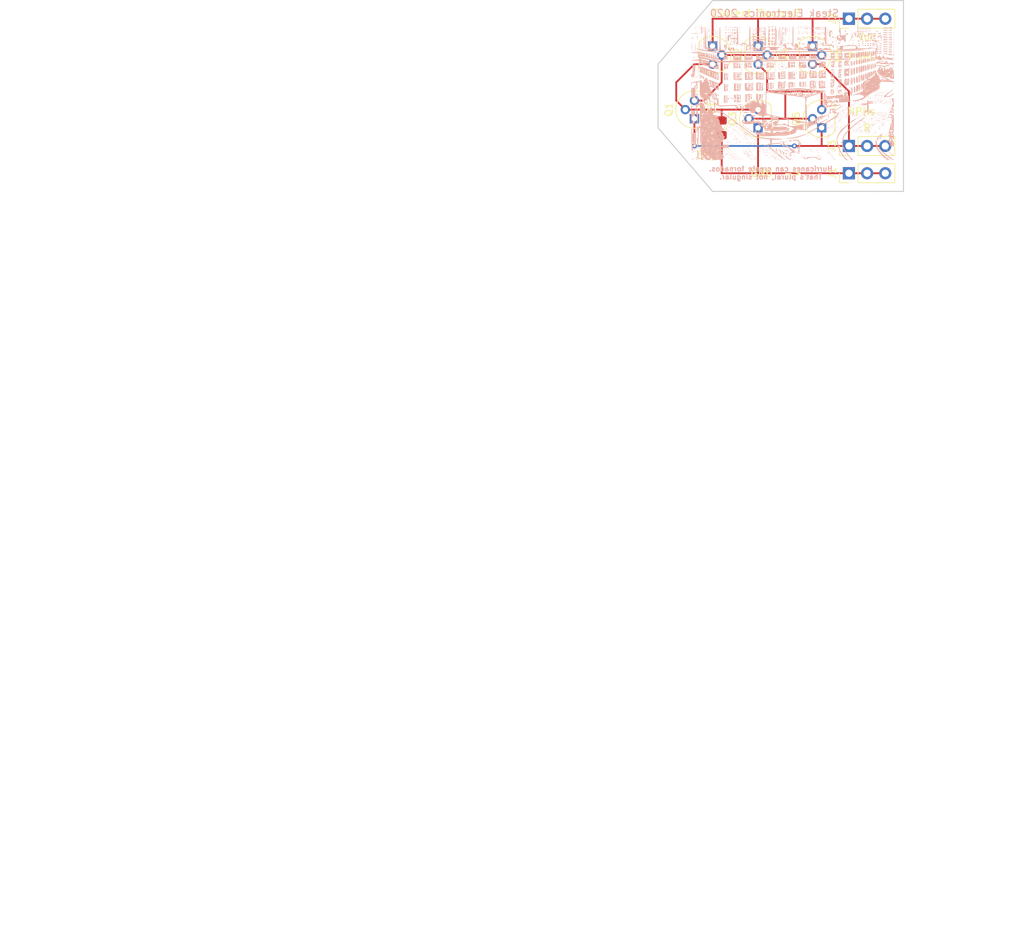
<source format=kicad_pcb>
(kicad_pcb (version 20171130) (host pcbnew 5.0.2+dfsg1-1~bpo9+1)

  (general
    (thickness 1.6)
    (drawings 17)
    (tracks 45)
    (zones 0)
    (modules 11)
    (nets 7)
  )

  (page USLetter)
  (title_block
    (title "Project Title")
  )

  (layers
    (0 F.Cu signal)
    (31 B.Cu signal)
    (34 B.Paste user)
    (35 F.Paste user)
    (36 B.SilkS user hide)
    (37 F.SilkS user)
    (38 B.Mask user)
    (39 F.Mask user)
    (40 Dwgs.User user)
    (44 Edge.Cuts user)
    (46 B.CrtYd user)
    (47 F.CrtYd user)
    (48 B.Fab user)
    (49 F.Fab user hide)
  )

  (setup
    (last_trace_width 0.254)
    (user_trace_width 0.1524)
    (user_trace_width 0.254)
    (user_trace_width 0.3302)
    (user_trace_width 0.508)
    (user_trace_width 0.762)
    (user_trace_width 1.27)
    (trace_clearance 0.254)
    (zone_clearance 0.508)
    (zone_45_only no)
    (trace_min 0.1524)
    (segment_width 0.1524)
    (edge_width 0.1524)
    (via_size 0.6858)
    (via_drill 0.3302)
    (via_min_size 0.6858)
    (via_min_drill 0.3302)
    (user_via 0.6858 0.3302)
    (user_via 0.762 0.4064)
    (user_via 0.8636 0.508)
    (uvia_size 0.6858)
    (uvia_drill 0.3302)
    (uvias_allowed no)
    (uvia_min_size 0)
    (uvia_min_drill 0)
    (pcb_text_width 0.1524)
    (pcb_text_size 1.016 1.016)
    (mod_edge_width 0.1524)
    (mod_text_size 1.016 1.016)
    (mod_text_width 0.1524)
    (pad_size 1.524 1.524)
    (pad_drill 0.762)
    (pad_to_mask_clearance 0.0762)
    (solder_mask_min_width 0.1016)
    (pad_to_paste_clearance -0.0762)
    (aux_axis_origin 0 0)
    (visible_elements 7FFFFFFF)
    (pcbplotparams
      (layerselection 0x310fc_ffffffff)
      (usegerberextensions true)
      (usegerberattributes false)
      (usegerberadvancedattributes false)
      (creategerberjobfile false)
      (excludeedgelayer true)
      (linewidth 0.100000)
      (plotframeref false)
      (viasonmask false)
      (mode 1)
      (useauxorigin false)
      (hpglpennumber 1)
      (hpglpenspeed 20)
      (hpglpendiameter 15.000000)
      (psnegative false)
      (psa4output false)
      (plotreference true)
      (plotvalue true)
      (plotinvisibletext false)
      (padsonsilk false)
      (subtractmaskfromsilk false)
      (outputformat 1)
      (mirror false)
      (drillshape 0)
      (scaleselection 1)
      (outputdirectory "gerbers/"))
  )

  (net 0 "")
  (net 1 "Net-(C1-Pad1)")
  (net 2 "Net-(C1-Pad2)")
  (net 3 "Net-(J2-Pad1)")
  (net 4 "Net-(J3-Pad1)")
  (net 5 "Net-(Q1-Pad3)")
  (net 6 "Net-(Q3-Pad2)")

  (net_class Default "This is the default net class."
    (clearance 0.254)
    (trace_width 0.254)
    (via_dia 0.6858)
    (via_drill 0.3302)
    (uvia_dia 0.6858)
    (uvia_drill 0.3302)
    (add_net "Net-(C1-Pad1)")
    (add_net "Net-(C1-Pad2)")
    (add_net "Net-(J2-Pad1)")
    (add_net "Net-(J3-Pad1)")
    (add_net "Net-(Q1-Pad3)")
    (add_net "Net-(Q3-Pad2)")
  )

  (module Capacitor_SMD:C_0805_2012Metric_Pad1.15x1.40mm_HandSolder (layer F.Cu) (tedit 5B36C52B) (tstamp 5F5BB739)
    (at 123.19 82.55 270)
    (descr "Capacitor SMD 0805 (2012 Metric), square (rectangular) end terminal, IPC_7351 nominal with elongated pad for handsoldering. (Body size source: https://docs.google.com/spreadsheets/d/1BsfQQcO9C6DZCsRaXUlFlo91Tg2WpOkGARC1WS5S8t0/edit?usp=sharing), generated with kicad-footprint-generator")
    (tags "capacitor handsolder")
    (path /5F4F2484)
    (attr smd)
    (fp_text reference C1 (at -2.794 1.27 270) (layer F.SilkS)
      (effects (font (size 1 1) (thickness 0.15)))
    )
    (fp_text value 50pf (at 0 1.65 270) (layer F.Fab)
      (effects (font (size 1 1) (thickness 0.15)))
    )
    (fp_line (start -1 0.6) (end -1 -0.6) (layer F.Fab) (width 0.1))
    (fp_line (start -1 -0.6) (end 1 -0.6) (layer F.Fab) (width 0.1))
    (fp_line (start 1 -0.6) (end 1 0.6) (layer F.Fab) (width 0.1))
    (fp_line (start 1 0.6) (end -1 0.6) (layer F.Fab) (width 0.1))
    (fp_line (start -0.261252 -0.71) (end 0.261252 -0.71) (layer F.SilkS) (width 0.12))
    (fp_line (start -0.261252 0.71) (end 0.261252 0.71) (layer F.SilkS) (width 0.12))
    (fp_line (start -1.85 0.95) (end -1.85 -0.95) (layer F.CrtYd) (width 0.05))
    (fp_line (start -1.85 -0.95) (end 1.85 -0.95) (layer F.CrtYd) (width 0.05))
    (fp_line (start 1.85 -0.95) (end 1.85 0.95) (layer F.CrtYd) (width 0.05))
    (fp_line (start 1.85 0.95) (end -1.85 0.95) (layer F.CrtYd) (width 0.05))
    (fp_text user %R (at 0 0 270) (layer F.Fab)
      (effects (font (size 0.5 0.5) (thickness 0.08)))
    )
    (pad 1 smd roundrect (at -1.025 0 270) (size 1.15 1.4) (layers F.Cu F.Paste F.Mask) (roundrect_rratio 0.217391)
      (net 1 "Net-(C1-Pad1)"))
    (pad 2 smd roundrect (at 1.025 0 270) (size 1.15 1.4) (layers F.Cu F.Paste F.Mask) (roundrect_rratio 0.217391)
      (net 2 "Net-(C1-Pad2)"))
    (model ${KISYS3DMOD}/Capacitor_SMD.3dshapes/C_0805_2012Metric.wrl
      (at (xyz 0 0 0))
      (scale (xyz 1 1 1))
      (rotate (xyz 0 0 0))
    )
  )

  (module Connector_PinHeader_2.54mm:PinHeader_1x03_P2.54mm_Vertical (layer F.Cu) (tedit 59FED5CC) (tstamp 5F5BB750)
    (at 140.97 88.9 90)
    (descr "Through hole straight pin header, 1x03, 2.54mm pitch, single row")
    (tags "Through hole pin header THT 1x03 2.54mm single row")
    (path /5F4F28F4)
    (fp_text reference J1 (at 0 -2.33 90) (layer F.SilkS)
      (effects (font (size 1 1) (thickness 0.15)))
    )
    (fp_text value Conn_01x03_Female (at 0 7.41 90) (layer F.Fab)
      (effects (font (size 1 1) (thickness 0.15)))
    )
    (fp_text user %R (at 0 2.54 180) (layer F.Fab)
      (effects (font (size 1 1) (thickness 0.15)))
    )
    (fp_line (start 1.8 -1.8) (end -1.8 -1.8) (layer F.CrtYd) (width 0.05))
    (fp_line (start 1.8 6.85) (end 1.8 -1.8) (layer F.CrtYd) (width 0.05))
    (fp_line (start -1.8 6.85) (end 1.8 6.85) (layer F.CrtYd) (width 0.05))
    (fp_line (start -1.8 -1.8) (end -1.8 6.85) (layer F.CrtYd) (width 0.05))
    (fp_line (start -1.33 -1.33) (end 0 -1.33) (layer F.SilkS) (width 0.12))
    (fp_line (start -1.33 0) (end -1.33 -1.33) (layer F.SilkS) (width 0.12))
    (fp_line (start -1.33 1.27) (end 1.33 1.27) (layer F.SilkS) (width 0.12))
    (fp_line (start 1.33 1.27) (end 1.33 6.41) (layer F.SilkS) (width 0.12))
    (fp_line (start -1.33 1.27) (end -1.33 6.41) (layer F.SilkS) (width 0.12))
    (fp_line (start -1.33 6.41) (end 1.33 6.41) (layer F.SilkS) (width 0.12))
    (fp_line (start -1.27 -0.635) (end -0.635 -1.27) (layer F.Fab) (width 0.1))
    (fp_line (start -1.27 6.35) (end -1.27 -0.635) (layer F.Fab) (width 0.1))
    (fp_line (start 1.27 6.35) (end -1.27 6.35) (layer F.Fab) (width 0.1))
    (fp_line (start 1.27 -1.27) (end 1.27 6.35) (layer F.Fab) (width 0.1))
    (fp_line (start -0.635 -1.27) (end 1.27 -1.27) (layer F.Fab) (width 0.1))
    (pad 3 thru_hole oval (at 0 5.08 90) (size 1.7 1.7) (drill 1) (layers *.Cu *.Mask)
      (net 2 "Net-(C1-Pad2)"))
    (pad 2 thru_hole oval (at 0 2.54 90) (size 1.7 1.7) (drill 1) (layers *.Cu *.Mask)
      (net 2 "Net-(C1-Pad2)"))
    (pad 1 thru_hole rect (at 0 0 90) (size 1.7 1.7) (drill 1) (layers *.Cu *.Mask)
      (net 2 "Net-(C1-Pad2)"))
    (model ${KISYS3DMOD}/Connector_PinHeader_2.54mm.3dshapes/PinHeader_1x03_P2.54mm_Vertical.wrl
      (at (xyz 0 0 0))
      (scale (xyz 1 1 1))
      (rotate (xyz 0 0 0))
    )
  )

  (module Connector_PinHeader_2.54mm:PinHeader_1x03_P2.54mm_Vertical (layer F.Cu) (tedit 59FED5CC) (tstamp 5F5BB767)
    (at 140.97 67.31 90)
    (descr "Through hole straight pin header, 1x03, 2.54mm pitch, single row")
    (tags "Through hole pin header THT 1x03 2.54mm single row")
    (path /5F4F27A8)
    (fp_text reference J2 (at 0 -2.33 90) (layer F.SilkS)
      (effects (font (size 1 1) (thickness 0.15)))
    )
    (fp_text value Conn_01x03_Female (at 0 7.41 90) (layer F.Fab)
      (effects (font (size 1 1) (thickness 0.15)))
    )
    (fp_line (start -0.635 -1.27) (end 1.27 -1.27) (layer F.Fab) (width 0.1))
    (fp_line (start 1.27 -1.27) (end 1.27 6.35) (layer F.Fab) (width 0.1))
    (fp_line (start 1.27 6.35) (end -1.27 6.35) (layer F.Fab) (width 0.1))
    (fp_line (start -1.27 6.35) (end -1.27 -0.635) (layer F.Fab) (width 0.1))
    (fp_line (start -1.27 -0.635) (end -0.635 -1.27) (layer F.Fab) (width 0.1))
    (fp_line (start -1.33 6.41) (end 1.33 6.41) (layer F.SilkS) (width 0.12))
    (fp_line (start -1.33 1.27) (end -1.33 6.41) (layer F.SilkS) (width 0.12))
    (fp_line (start 1.33 1.27) (end 1.33 6.41) (layer F.SilkS) (width 0.12))
    (fp_line (start -1.33 1.27) (end 1.33 1.27) (layer F.SilkS) (width 0.12))
    (fp_line (start -1.33 0) (end -1.33 -1.33) (layer F.SilkS) (width 0.12))
    (fp_line (start -1.33 -1.33) (end 0 -1.33) (layer F.SilkS) (width 0.12))
    (fp_line (start -1.8 -1.8) (end -1.8 6.85) (layer F.CrtYd) (width 0.05))
    (fp_line (start -1.8 6.85) (end 1.8 6.85) (layer F.CrtYd) (width 0.05))
    (fp_line (start 1.8 6.85) (end 1.8 -1.8) (layer F.CrtYd) (width 0.05))
    (fp_line (start 1.8 -1.8) (end -1.8 -1.8) (layer F.CrtYd) (width 0.05))
    (fp_text user %R (at 0 2.54 180) (layer F.Fab)
      (effects (font (size 1 1) (thickness 0.15)))
    )
    (pad 1 thru_hole rect (at 0 0 90) (size 1.7 1.7) (drill 1) (layers *.Cu *.Mask)
      (net 3 "Net-(J2-Pad1)"))
    (pad 2 thru_hole oval (at 0 2.54 90) (size 1.7 1.7) (drill 1) (layers *.Cu *.Mask)
      (net 3 "Net-(J2-Pad1)"))
    (pad 3 thru_hole oval (at 0 5.08 90) (size 1.7 1.7) (drill 1) (layers *.Cu *.Mask)
      (net 3 "Net-(J2-Pad1)"))
    (model ${KISYS3DMOD}/Connector_PinHeader_2.54mm.3dshapes/PinHeader_1x03_P2.54mm_Vertical.wrl
      (at (xyz 0 0 0))
      (scale (xyz 1 1 1))
      (rotate (xyz 0 0 0))
    )
  )

  (module Connector_PinHeader_2.54mm:PinHeader_1x03_P2.54mm_Vertical (layer F.Cu) (tedit 59FED5CC) (tstamp 5F5BB77E)
    (at 140.97 85.09 90)
    (descr "Through hole straight pin header, 1x03, 2.54mm pitch, single row")
    (tags "Through hole pin header THT 1x03 2.54mm single row")
    (path /5F4F59C1)
    (fp_text reference J3 (at 0 -2.33 90) (layer F.SilkS)
      (effects (font (size 1 1) (thickness 0.15)))
    )
    (fp_text value Conn_01x03_Female (at 0 7.41 90) (layer F.Fab)
      (effects (font (size 1 1) (thickness 0.15)))
    )
    (fp_line (start -0.635 -1.27) (end 1.27 -1.27) (layer F.Fab) (width 0.1))
    (fp_line (start 1.27 -1.27) (end 1.27 6.35) (layer F.Fab) (width 0.1))
    (fp_line (start 1.27 6.35) (end -1.27 6.35) (layer F.Fab) (width 0.1))
    (fp_line (start -1.27 6.35) (end -1.27 -0.635) (layer F.Fab) (width 0.1))
    (fp_line (start -1.27 -0.635) (end -0.635 -1.27) (layer F.Fab) (width 0.1))
    (fp_line (start -1.33 6.41) (end 1.33 6.41) (layer F.SilkS) (width 0.12))
    (fp_line (start -1.33 1.27) (end -1.33 6.41) (layer F.SilkS) (width 0.12))
    (fp_line (start 1.33 1.27) (end 1.33 6.41) (layer F.SilkS) (width 0.12))
    (fp_line (start -1.33 1.27) (end 1.33 1.27) (layer F.SilkS) (width 0.12))
    (fp_line (start -1.33 0) (end -1.33 -1.33) (layer F.SilkS) (width 0.12))
    (fp_line (start -1.33 -1.33) (end 0 -1.33) (layer F.SilkS) (width 0.12))
    (fp_line (start -1.8 -1.8) (end -1.8 6.85) (layer F.CrtYd) (width 0.05))
    (fp_line (start -1.8 6.85) (end 1.8 6.85) (layer F.CrtYd) (width 0.05))
    (fp_line (start 1.8 6.85) (end 1.8 -1.8) (layer F.CrtYd) (width 0.05))
    (fp_line (start 1.8 -1.8) (end -1.8 -1.8) (layer F.CrtYd) (width 0.05))
    (fp_text user %R (at 0 2.54 180) (layer F.Fab)
      (effects (font (size 1 1) (thickness 0.15)))
    )
    (pad 1 thru_hole rect (at 0 0 90) (size 1.7 1.7) (drill 1) (layers *.Cu *.Mask)
      (net 4 "Net-(J3-Pad1)"))
    (pad 2 thru_hole oval (at 0 2.54 90) (size 1.7 1.7) (drill 1) (layers *.Cu *.Mask)
      (net 4 "Net-(J3-Pad1)"))
    (pad 3 thru_hole oval (at 0 5.08 90) (size 1.7 1.7) (drill 1) (layers *.Cu *.Mask)
      (net 4 "Net-(J3-Pad1)"))
    (model ${KISYS3DMOD}/Connector_PinHeader_2.54mm.3dshapes/PinHeader_1x03_P2.54mm_Vertical.wrl
      (at (xyz 0 0 0))
      (scale (xyz 1 1 1))
      (rotate (xyz 0 0 0))
    )
  )

  (module Package_TO_SOT_THT:TO-92 (layer F.Cu) (tedit 5A279852) (tstamp 5F5BB790)
    (at 119.38 81.28 90)
    (descr "TO-92 leads molded, narrow, drill 0.75mm (see NXP sot054_po.pdf)")
    (tags "to-92 sc-43 sc-43a sot54 PA33 transistor")
    (path /5F4F2141)
    (fp_text reference Q1 (at 1.27 -3.56 90) (layer F.SilkS)
      (effects (font (size 1 1) (thickness 0.15)))
    )
    (fp_text value Q_NPN_EBC (at 1.27 2.79 90) (layer F.Fab)
      (effects (font (size 1 1) (thickness 0.15)))
    )
    (fp_arc (start 1.27 0) (end 1.27 -2.6) (angle 135) (layer F.SilkS) (width 0.12))
    (fp_arc (start 1.27 0) (end 1.27 -2.48) (angle -135) (layer F.Fab) (width 0.1))
    (fp_arc (start 1.27 0) (end 1.27 -2.6) (angle -135) (layer F.SilkS) (width 0.12))
    (fp_arc (start 1.27 0) (end 1.27 -2.48) (angle 135) (layer F.Fab) (width 0.1))
    (fp_line (start 4 2.01) (end -1.46 2.01) (layer F.CrtYd) (width 0.05))
    (fp_line (start 4 2.01) (end 4 -2.73) (layer F.CrtYd) (width 0.05))
    (fp_line (start -1.46 -2.73) (end -1.46 2.01) (layer F.CrtYd) (width 0.05))
    (fp_line (start -1.46 -2.73) (end 4 -2.73) (layer F.CrtYd) (width 0.05))
    (fp_line (start -0.5 1.75) (end 3 1.75) (layer F.Fab) (width 0.1))
    (fp_line (start -0.53 1.85) (end 3.07 1.85) (layer F.SilkS) (width 0.12))
    (fp_text user %R (at 1.27 -3.56 90) (layer F.Fab)
      (effects (font (size 1 1) (thickness 0.15)))
    )
    (pad 1 thru_hole rect (at 0 0 180) (size 1.3 1.3) (drill 0.75) (layers *.Cu *.Mask)
      (net 4 "Net-(J3-Pad1)"))
    (pad 3 thru_hole circle (at 2.54 0 180) (size 1.3 1.3) (drill 0.75) (layers *.Cu *.Mask)
      (net 5 "Net-(Q1-Pad3)"))
    (pad 2 thru_hole circle (at 1.27 -1.27 180) (size 1.3 1.3) (drill 0.75) (layers *.Cu *.Mask)
      (net 1 "Net-(C1-Pad1)"))
    (model ${KISYS3DMOD}/Package_TO_SOT_THT.3dshapes/TO-92.wrl
      (at (xyz 0 0 0))
      (scale (xyz 1 1 1))
      (rotate (xyz 0 0 0))
    )
  )

  (module Package_TO_SOT_THT:TO-92 (layer F.Cu) (tedit 5A279852) (tstamp 5F5BB7A2)
    (at 121.92 71.12 270)
    (descr "TO-92 leads molded, narrow, drill 0.75mm (see NXP sot054_po.pdf)")
    (tags "to-92 sc-43 sc-43a sot54 PA33 transistor")
    (path /5F4F2286)
    (fp_text reference Q2 (at 1.27 -3.56 270) (layer F.SilkS)
      (effects (font (size 1 1) (thickness 0.15)))
    )
    (fp_text value Q_PNP_EBC (at 1.27 2.79 270) (layer F.Fab)
      (effects (font (size 1 1) (thickness 0.15)))
    )
    (fp_arc (start 1.27 0) (end 1.27 -2.6) (angle 135) (layer F.SilkS) (width 0.12))
    (fp_arc (start 1.27 0) (end 1.27 -2.48) (angle -135) (layer F.Fab) (width 0.1))
    (fp_arc (start 1.27 0) (end 1.27 -2.6) (angle -135) (layer F.SilkS) (width 0.12))
    (fp_arc (start 1.27 0) (end 1.27 -2.48) (angle 135) (layer F.Fab) (width 0.1))
    (fp_line (start 4 2.01) (end -1.46 2.01) (layer F.CrtYd) (width 0.05))
    (fp_line (start 4 2.01) (end 4 -2.73) (layer F.CrtYd) (width 0.05))
    (fp_line (start -1.46 -2.73) (end -1.46 2.01) (layer F.CrtYd) (width 0.05))
    (fp_line (start -1.46 -2.73) (end 4 -2.73) (layer F.CrtYd) (width 0.05))
    (fp_line (start -0.5 1.75) (end 3 1.75) (layer F.Fab) (width 0.1))
    (fp_line (start -0.53 1.85) (end 3.07 1.85) (layer F.SilkS) (width 0.12))
    (fp_text user %R (at 1.27 -3.56 270) (layer F.Fab)
      (effects (font (size 1 1) (thickness 0.15)))
    )
    (pad 1 thru_hole rect (at 0 0) (size 1.3 1.3) (drill 0.75) (layers *.Cu *.Mask)
      (net 3 "Net-(J2-Pad1)"))
    (pad 3 thru_hole circle (at 2.54 0) (size 1.3 1.3) (drill 0.75) (layers *.Cu *.Mask)
      (net 1 "Net-(C1-Pad1)"))
    (pad 2 thru_hole circle (at 1.27 -1.27) (size 1.3 1.3) (drill 0.75) (layers *.Cu *.Mask)
      (net 5 "Net-(Q1-Pad3)"))
    (model ${KISYS3DMOD}/Package_TO_SOT_THT.3dshapes/TO-92.wrl
      (at (xyz 0 0 0))
      (scale (xyz 1 1 1))
      (rotate (xyz 0 0 0))
    )
  )

  (module Package_TO_SOT_THT:TO-92 (layer F.Cu) (tedit 5A279852) (tstamp 5F5BB7B4)
    (at 128.27 82.55 90)
    (descr "TO-92 leads molded, narrow, drill 0.75mm (see NXP sot054_po.pdf)")
    (tags "to-92 sc-43 sc-43a sot54 PA33 transistor")
    (path /5F4F20B3)
    (fp_text reference Q3 (at 1.27 -3.56 90) (layer F.SilkS)
      (effects (font (size 1 1) (thickness 0.15)))
    )
    (fp_text value Q_NPN_EBC (at 1.27 2.79 90) (layer F.Fab)
      (effects (font (size 1 1) (thickness 0.15)))
    )
    (fp_text user %R (at 1.27 -3.56 90) (layer F.Fab)
      (effects (font (size 1 1) (thickness 0.15)))
    )
    (fp_line (start -0.53 1.85) (end 3.07 1.85) (layer F.SilkS) (width 0.12))
    (fp_line (start -0.5 1.75) (end 3 1.75) (layer F.Fab) (width 0.1))
    (fp_line (start -1.46 -2.73) (end 4 -2.73) (layer F.CrtYd) (width 0.05))
    (fp_line (start -1.46 -2.73) (end -1.46 2.01) (layer F.CrtYd) (width 0.05))
    (fp_line (start 4 2.01) (end 4 -2.73) (layer F.CrtYd) (width 0.05))
    (fp_line (start 4 2.01) (end -1.46 2.01) (layer F.CrtYd) (width 0.05))
    (fp_arc (start 1.27 0) (end 1.27 -2.48) (angle 135) (layer F.Fab) (width 0.1))
    (fp_arc (start 1.27 0) (end 1.27 -2.6) (angle -135) (layer F.SilkS) (width 0.12))
    (fp_arc (start 1.27 0) (end 1.27 -2.48) (angle -135) (layer F.Fab) (width 0.1))
    (fp_arc (start 1.27 0) (end 1.27 -2.6) (angle 135) (layer F.SilkS) (width 0.12))
    (pad 2 thru_hole circle (at 1.27 -1.27 180) (size 1.3 1.3) (drill 0.75) (layers *.Cu *.Mask)
      (net 6 "Net-(Q3-Pad2)"))
    (pad 3 thru_hole circle (at 2.54 0 180) (size 1.3 1.3) (drill 0.75) (layers *.Cu *.Mask)
      (net 1 "Net-(C1-Pad1)"))
    (pad 1 thru_hole rect (at 0 0 180) (size 1.3 1.3) (drill 0.75) (layers *.Cu *.Mask)
      (net 2 "Net-(C1-Pad2)"))
    (model ${KISYS3DMOD}/Package_TO_SOT_THT.3dshapes/TO-92.wrl
      (at (xyz 0 0 0))
      (scale (xyz 1 1 1))
      (rotate (xyz 0 0 0))
    )
  )

  (module Package_TO_SOT_THT:TO-92 (layer F.Cu) (tedit 5A279852) (tstamp 5F5BB7C6)
    (at 128.27 71.12 270)
    (descr "TO-92 leads molded, narrow, drill 0.75mm (see NXP sot054_po.pdf)")
    (tags "to-92 sc-43 sc-43a sot54 PA33 transistor")
    (path /5F4F2221)
    (fp_text reference Q4 (at 1.27 -3.56 270) (layer F.SilkS)
      (effects (font (size 1 1) (thickness 0.15)))
    )
    (fp_text value Q_PNP_EBC (at 1.27 2.79 270) (layer F.Fab)
      (effects (font (size 1 1) (thickness 0.15)))
    )
    (fp_text user %R (at 1.27 -3.56 270) (layer F.Fab)
      (effects (font (size 1 1) (thickness 0.15)))
    )
    (fp_line (start -0.53 1.85) (end 3.07 1.85) (layer F.SilkS) (width 0.12))
    (fp_line (start -0.5 1.75) (end 3 1.75) (layer F.Fab) (width 0.1))
    (fp_line (start -1.46 -2.73) (end 4 -2.73) (layer F.CrtYd) (width 0.05))
    (fp_line (start -1.46 -2.73) (end -1.46 2.01) (layer F.CrtYd) (width 0.05))
    (fp_line (start 4 2.01) (end 4 -2.73) (layer F.CrtYd) (width 0.05))
    (fp_line (start 4 2.01) (end -1.46 2.01) (layer F.CrtYd) (width 0.05))
    (fp_arc (start 1.27 0) (end 1.27 -2.48) (angle 135) (layer F.Fab) (width 0.1))
    (fp_arc (start 1.27 0) (end 1.27 -2.6) (angle -135) (layer F.SilkS) (width 0.12))
    (fp_arc (start 1.27 0) (end 1.27 -2.48) (angle -135) (layer F.Fab) (width 0.1))
    (fp_arc (start 1.27 0) (end 1.27 -2.6) (angle 135) (layer F.SilkS) (width 0.12))
    (pad 2 thru_hole circle (at 1.27 -1.27) (size 1.3 1.3) (drill 0.75) (layers *.Cu *.Mask)
      (net 5 "Net-(Q1-Pad3)"))
    (pad 3 thru_hole circle (at 2.54 0) (size 1.3 1.3) (drill 0.75) (layers *.Cu *.Mask)
      (net 6 "Net-(Q3-Pad2)"))
    (pad 1 thru_hole rect (at 0 0) (size 1.3 1.3) (drill 0.75) (layers *.Cu *.Mask)
      (net 3 "Net-(J2-Pad1)"))
    (model ${KISYS3DMOD}/Package_TO_SOT_THT.3dshapes/TO-92.wrl
      (at (xyz 0 0 0))
      (scale (xyz 1 1 1))
      (rotate (xyz 0 0 0))
    )
  )

  (module Package_TO_SOT_THT:TO-92 (layer F.Cu) (tedit 5A279852) (tstamp 5F5BB7D8)
    (at 137.16 82.55 90)
    (descr "TO-92 leads molded, narrow, drill 0.75mm (see NXP sot054_po.pdf)")
    (tags "to-92 sc-43 sc-43a sot54 PA33 transistor")
    (path /5F4F23D5)
    (fp_text reference Q5 (at 1.27 -3.56 90) (layer F.SilkS)
      (effects (font (size 1 1) (thickness 0.15)))
    )
    (fp_text value Q_NPN_EBC (at 1.27 2.79 90) (layer F.Fab)
      (effects (font (size 1 1) (thickness 0.15)))
    )
    (fp_arc (start 1.27 0) (end 1.27 -2.6) (angle 135) (layer F.SilkS) (width 0.12))
    (fp_arc (start 1.27 0) (end 1.27 -2.48) (angle -135) (layer F.Fab) (width 0.1))
    (fp_arc (start 1.27 0) (end 1.27 -2.6) (angle -135) (layer F.SilkS) (width 0.12))
    (fp_arc (start 1.27 0) (end 1.27 -2.48) (angle 135) (layer F.Fab) (width 0.1))
    (fp_line (start 4 2.01) (end -1.46 2.01) (layer F.CrtYd) (width 0.05))
    (fp_line (start 4 2.01) (end 4 -2.73) (layer F.CrtYd) (width 0.05))
    (fp_line (start -1.46 -2.73) (end -1.46 2.01) (layer F.CrtYd) (width 0.05))
    (fp_line (start -1.46 -2.73) (end 4 -2.73) (layer F.CrtYd) (width 0.05))
    (fp_line (start -0.5 1.75) (end 3 1.75) (layer F.Fab) (width 0.1))
    (fp_line (start -0.53 1.85) (end 3.07 1.85) (layer F.SilkS) (width 0.12))
    (fp_text user %R (at 1.27 -3.56 90) (layer F.Fab)
      (effects (font (size 1 1) (thickness 0.15)))
    )
    (pad 1 thru_hole rect (at 0 0 180) (size 1.3 1.3) (drill 0.75) (layers *.Cu *.Mask)
      (net 4 "Net-(J3-Pad1)"))
    (pad 3 thru_hole circle (at 2.54 0 180) (size 1.3 1.3) (drill 0.75) (layers *.Cu *.Mask)
      (net 6 "Net-(Q3-Pad2)"))
    (pad 2 thru_hole circle (at 1.27 -1.27 180) (size 1.3 1.3) (drill 0.75) (layers *.Cu *.Mask)
      (net 6 "Net-(Q3-Pad2)"))
    (model ${KISYS3DMOD}/Package_TO_SOT_THT.3dshapes/TO-92.wrl
      (at (xyz 0 0 0))
      (scale (xyz 1 1 1))
      (rotate (xyz 0 0 0))
    )
  )

  (module Package_TO_SOT_THT:TO-92 (layer F.Cu) (tedit 5A279852) (tstamp 5F5BB7EA)
    (at 135.89 71.12 270)
    (descr "TO-92 leads molded, narrow, drill 0.75mm (see NXP sot054_po.pdf)")
    (tags "to-92 sc-43 sc-43a sot54 PA33 transistor")
    (path /5F4F232A)
    (fp_text reference Q6 (at 1.27 -3.56 270) (layer F.SilkS)
      (effects (font (size 1 1) (thickness 0.15)))
    )
    (fp_text value Q_PNP_EBC (at 1.27 2.79 270) (layer F.Fab)
      (effects (font (size 1 1) (thickness 0.15)))
    )
    (fp_text user %R (at 1.27 -3.56 270) (layer F.Fab)
      (effects (font (size 1 1) (thickness 0.15)))
    )
    (fp_line (start -0.53 1.85) (end 3.07 1.85) (layer F.SilkS) (width 0.12))
    (fp_line (start -0.5 1.75) (end 3 1.75) (layer F.Fab) (width 0.1))
    (fp_line (start -1.46 -2.73) (end 4 -2.73) (layer F.CrtYd) (width 0.05))
    (fp_line (start -1.46 -2.73) (end -1.46 2.01) (layer F.CrtYd) (width 0.05))
    (fp_line (start 4 2.01) (end 4 -2.73) (layer F.CrtYd) (width 0.05))
    (fp_line (start 4 2.01) (end -1.46 2.01) (layer F.CrtYd) (width 0.05))
    (fp_arc (start 1.27 0) (end 1.27 -2.48) (angle 135) (layer F.Fab) (width 0.1))
    (fp_arc (start 1.27 0) (end 1.27 -2.6) (angle -135) (layer F.SilkS) (width 0.12))
    (fp_arc (start 1.27 0) (end 1.27 -2.48) (angle -135) (layer F.Fab) (width 0.1))
    (fp_arc (start 1.27 0) (end 1.27 -2.6) (angle 135) (layer F.SilkS) (width 0.12))
    (pad 2 thru_hole circle (at 1.27 -1.27) (size 1.3 1.3) (drill 0.75) (layers *.Cu *.Mask)
      (net 5 "Net-(Q1-Pad3)"))
    (pad 3 thru_hole circle (at 2.54 0) (size 1.3 1.3) (drill 0.75) (layers *.Cu *.Mask)
      (net 4 "Net-(J3-Pad1)"))
    (pad 1 thru_hole rect (at 0 0) (size 1.3 1.3) (drill 0.75) (layers *.Cu *.Mask)
      (net 3 "Net-(J2-Pad1)"))
    (model ${KISYS3DMOD}/Package_TO_SOT_THT.3dshapes/TO-92.wrl
      (at (xyz 0 0 0))
      (scale (xyz 1 1 1))
      (rotate (xyz 0 0 0))
    )
  )

  (module footprints:godzilla (layer B.Cu) (tedit 0) (tstamp 5F5BDB9F)
    (at 133.096 77.724 180)
    (fp_text reference G*** (at 0 0 180) (layer B.SilkS) hide
      (effects (font (size 1.524 1.524) (thickness 0.3)) (justify mirror))
    )
    (fp_text value LOGO (at 0.75 0 180) (layer B.SilkS) hide
      (effects (font (size 1.524 1.524) (thickness 0.3)) (justify mirror))
    )
    (fp_poly (pts (xy -8.339667 6.455834) (xy -8.332067 6.380474) (xy -8.339667 6.371167) (xy -8.377418 6.379884)
      (xy -8.382 6.4135) (xy -8.358767 6.465768) (xy -8.339667 6.455834)) (layer B.SilkS) (width 0.01))
    (fp_poly (pts (xy -3.059064 4.330671) (xy -3.048 4.28625) (xy -3.09883 4.202064) (xy -3.14325 4.191)
      (xy -3.227437 4.24183) (xy -3.2385 4.28625) (xy -3.187671 4.370437) (xy -3.14325 4.3815)
      (xy -3.059064 4.330671)) (layer B.SilkS) (width 0.01))
    (fp_poly (pts (xy -3.069976 4.112658) (xy -3.053858 4.045677) (xy -3.087086 3.892881) (xy -3.088024 3.889375)
      (xy -3.144322 3.767185) (xy -3.200541 3.763444) (xy -3.235332 3.871395) (xy -3.2385 3.937)
      (xy -3.210102 4.08824) (xy -3.14325 4.1275) (xy -3.069976 4.112658)) (layer B.SilkS) (width 0.01))
    (fp_poly (pts (xy -0.1905 0.379008) (xy -0.241963 0.32443) (xy -0.28575 0.3175) (xy -0.370473 0.331086)
      (xy -0.381 0.342457) (xy -0.331346 0.383402) (xy -0.28575 0.403964) (xy -0.203984 0.405284)
      (xy -0.1905 0.379008)) (layer B.SilkS) (width 0.01))
    (fp_poly (pts (xy -1.625345 0.373646) (xy -1.608675 0.351134) (xy -1.717611 0.31279) (xy -1.793875 0.293474)
      (xy -1.924621 0.28182) (xy -1.9685 0.316291) (xy -1.913094 0.360783) (xy -1.778603 0.380901)
      (xy -1.767417 0.381) (xy -1.625345 0.373646)) (layer B.SilkS) (width 0.01))
    (fp_poly (pts (xy 0.333375 0.232555) (xy 0.341352 0.209378) (xy 0.254 0.200527) (xy 0.163853 0.210506)
      (xy 0.174625 0.232555) (xy 0.304631 0.240942) (xy 0.333375 0.232555)) (layer B.SilkS) (width 0.01))
    (fp_poly (pts (xy -0.16245 0.229556) (xy -0.15875 0.1905) (xy -0.250627 0.132072) (xy -0.289498 0.127)
      (xy -0.371568 0.162505) (xy -0.381 0.1905) (xy -0.327656 0.241594) (xy -0.250253 0.254)
      (xy -0.16245 0.229556)) (layer B.SilkS) (width 0.01))
    (fp_poly (pts (xy -0.468315 0.227408) (xy -0.4445 0.1905) (xy -0.497685 0.138908) (xy -0.5715 0.127)
      (xy -0.674686 0.153593) (xy -0.6985 0.1905) (xy -0.645316 0.242093) (xy -0.5715 0.254)
      (xy -0.468315 0.227408)) (layer B.SilkS) (width 0.01))
    (fp_poly (pts (xy 1.376877 0.202407) (xy 1.384447 0.103164) (xy 1.371864 0.080698) (xy 1.343003 0.099637)
      (xy 1.338513 0.164042) (xy 1.354021 0.231799) (xy 1.376877 0.202407)) (layer B.SilkS) (width 0.01))
    (fp_poly (pts (xy -1.598564 0.139671) (xy -1.5875 0.09525) (xy -1.63833 0.011064) (xy -1.68275 0)
      (xy -1.766937 0.05083) (xy -1.778 0.09525) (xy -1.727171 0.179437) (xy -1.68275 0.1905)
      (xy -1.598564 0.139671)) (layer B.SilkS) (width 0.01))
    (fp_poly (pts (xy -1.848665 0.139068) (xy -1.8415 0.09525) (xy -1.875789 0.010747) (xy -1.905 0)
      (xy -1.961336 0.051433) (xy -1.9685 0.09525) (xy -1.934212 0.179754) (xy -1.905 0.1905)
      (xy -1.848665 0.139068)) (layer B.SilkS) (width 0.01))
    (fp_poly (pts (xy -2.063072 0.15738) (xy -2.032 0.09525) (xy -2.087201 0.018643) (xy -2.19075 0)
      (xy -2.318429 0.033121) (xy -2.3495 0.09525) (xy -2.2943 0.171858) (xy -2.19075 0.1905)
      (xy -2.063072 0.15738)) (layer B.SilkS) (width 0.01))
    (fp_poly (pts (xy -2.968625 0.042055) (xy -2.960648 0.018878) (xy -3.048 0.010027) (xy -3.138147 0.020006)
      (xy -3.127375 0.042055) (xy -2.997369 0.050442) (xy -2.968625 0.042055)) (layer B.SilkS) (width 0.01))
    (fp_poly (pts (xy -0.007024 0.320532) (xy 0.031052 0.216077) (xy 0.023812 0.177657) (xy 0.062223 0.149162)
      (xy 0.194555 0.130787) (xy 0.313752 0.127) (xy 0.496101 0.11637) (xy 0.612503 0.089158)
      (xy 0.635 0.067248) (xy 0.611978 0.005477) (xy 0.52581 -0.019452) (xy 0.350846 -0.012182)
      (xy 0.254 -0.00174) (xy 0.07645 0.026993) (xy -0.010873 0.076092) (xy -0.044572 0.172487)
      (xy -0.05046 0.22225) (xy -0.053808 0.340872) (xy -0.025784 0.345252) (xy -0.007024 0.320532)) (layer B.SilkS) (width 0.01))
    (fp_poly (pts (xy -1.604698 -0.088635) (xy -1.623637 -0.117496) (xy -1.688042 -0.121986) (xy -1.755799 -0.106478)
      (xy -1.726407 -0.083622) (xy -1.627164 -0.076052) (xy -1.604698 -0.088635)) (layer B.SilkS) (width 0.01))
    (fp_poly (pts (xy -1.8415 -0.09525) (xy -1.87325 -0.127) (xy -1.905 -0.09525) (xy -1.87325 -0.0635)
      (xy -1.8415 -0.09525)) (layer B.SilkS) (width 0.01))
    (fp_poly (pts (xy -2.878667 -0.084666) (xy -2.887384 -0.122417) (xy -2.921 -0.127) (xy -2.973268 -0.103766)
      (xy -2.963334 -0.084666) (xy -2.887974 -0.077066) (xy -2.878667 -0.084666)) (layer B.SilkS) (width 0.01))
    (fp_poly (pts (xy -0.819871 -0.020654) (xy -0.762402 -0.086575) (xy -0.762 -0.09525) (xy -0.810195 -0.165698)
      (xy -0.964009 -0.190327) (xy -0.98425 -0.1905) (xy -1.14863 -0.169845) (xy -1.206099 -0.103924)
      (xy -1.2065 -0.09525) (xy -1.158306 -0.024801) (xy -1.004492 -0.000172) (xy -0.98425 0)
      (xy -0.819871 -0.020654)) (layer B.SilkS) (width 0.01))
    (fp_poly (pts (xy -2.450974 0.10243) (xy -2.419151 0.050819) (xy -2.498776 0.005319) (xy -2.587625 -0.005013)
      (xy -2.76225 -0.010026) (xy -2.587625 -0.073804) (xy -2.439878 -0.148792) (xy -2.408042 -0.209367)
      (xy -2.481062 -0.238371) (xy -2.647879 -0.218648) (xy -2.676359 -0.211482) (xy -2.767662 -0.140973)
      (xy -2.82361 -0.023476) (xy -2.817526 0.079718) (xy -2.808261 0.091574) (xy -2.725036 0.11745)
      (xy -2.592917 0.127) (xy -2.450974 0.10243)) (layer B.SilkS) (width 0.01))
    (fp_poly (pts (xy -2.151063 -0.150812) (xy -1.99537 -0.17872) (xy -1.897585 -0.190498) (xy -1.897063 -0.1905)
      (xy -1.843066 -0.239052) (xy -1.8415 -0.254) (xy -1.897835 -0.293763) (xy -2.038564 -0.31588)
      (xy -2.0955 -0.3175) (xy -2.267743 -0.303697) (xy -2.341437 -0.255208) (xy -2.3495 -0.214312)
      (xy -2.323116 -0.146448) (xy -2.222978 -0.138586) (xy -2.151063 -0.150812)) (layer B.SilkS) (width 0.01))
    (fp_poly (pts (xy -1.7145 -0.41275) (xy -1.74625 -0.4445) (xy -1.778 -0.41275) (xy -1.74625 -0.381)
      (xy -1.7145 -0.41275)) (layer B.SilkS) (width 0.01))
    (fp_poly (pts (xy -1.862667 -0.402166) (xy -1.871384 -0.439917) (xy -1.905 -0.4445) (xy -1.957268 -0.421266)
      (xy -1.947334 -0.402166) (xy -1.871974 -0.394566) (xy -1.862667 -0.402166)) (layer B.SilkS) (width 0.01))
    (fp_poly (pts (xy 3.6195 0.03175) (xy 3.58775 0) (xy 3.556 0.03175) (xy 3.58775 0.0635)
      (xy 3.6195 0.03175)) (layer B.SilkS) (width 0.01))
    (fp_poly (pts (xy 0.762 -0.41275) (xy 0.73025 -0.4445) (xy 0.6985 -0.41275) (xy 0.73025 -0.381)
      (xy 0.762 -0.41275)) (layer B.SilkS) (width 0.01))
    (fp_poly (pts (xy 0.127 -0.41275) (xy 0.09525 -0.4445) (xy 0.0635 -0.41275) (xy 0.09525 -0.381)
      (xy 0.127 -0.41275)) (layer B.SilkS) (width 0.01))
    (fp_poly (pts (xy 3.6195 -1.87325) (xy 3.58775 -1.905) (xy 3.556 -1.87325) (xy 3.58775 -1.8415)
      (xy 3.6195 -1.87325)) (layer B.SilkS) (width 0.01))
    (fp_poly (pts (xy 3.556 -2.82575) (xy 3.52425 -2.8575) (xy 3.4925 -2.82575) (xy 3.52425 -2.794)
      (xy 3.556 -2.82575)) (layer B.SilkS) (width 0.01))
    (fp_poly (pts (xy -0.5715 -3.71475) (xy -0.60325 -3.7465) (xy -0.635 -3.71475) (xy -0.60325 -3.683)
      (xy -0.5715 -3.71475)) (layer B.SilkS) (width 0.01))
    (fp_poly (pts (xy -1.651 -3.71475) (xy -1.68275 -3.7465) (xy -1.7145 -3.71475) (xy -1.68275 -3.683)
      (xy -1.651 -3.71475)) (layer B.SilkS) (width 0.01))
    (fp_poly (pts (xy -1.0795 -3.77825) (xy -1.11125 -3.81) (xy -1.143 -3.77825) (xy -1.11125 -3.7465)
      (xy -1.0795 -3.77825)) (layer B.SilkS) (width 0.01))
    (fp_poly (pts (xy 10.646833 -0.910166) (xy 10.654433 -0.985526) (xy 10.646833 -0.994833) (xy 10.609082 -0.986116)
      (xy 10.6045 -0.9525) (xy 10.627733 -0.900232) (xy 10.646833 -0.910166)) (layer B.SilkS) (width 0.01))
    (fp_poly (pts (xy 10.7315 -1.11125) (xy 10.69975 -1.143) (xy 10.668 -1.11125) (xy 10.69975 -1.0795)
      (xy 10.7315 -1.11125)) (layer B.SilkS) (width 0.01))
    (fp_poly (pts (xy 13.378377 -5.893593) (xy 13.385947 -5.992836) (xy 13.373364 -6.015302) (xy 13.344503 -5.996363)
      (xy 13.340013 -5.931958) (xy 13.355521 -5.864201) (xy 13.378377 -5.893593)) (layer B.SilkS) (width 0.01))
    (fp_poly (pts (xy 13.6525 9.30275) (xy 13.62075 9.271) (xy 13.589 9.30275) (xy 13.62075 9.3345)
      (xy 13.6525 9.30275)) (layer B.SilkS) (width 0.01))
    (fp_poly (pts (xy 4.318 9.30275) (xy 4.28625 9.271) (xy 4.2545 9.30275) (xy 4.28625 9.3345)
      (xy 4.318 9.30275)) (layer B.SilkS) (width 0.01))
    (fp_poly (pts (xy 0.4445 9.30275) (xy 0.41275 9.271) (xy 0.381 9.30275) (xy 0.41275 9.3345)
      (xy 0.4445 9.30275)) (layer B.SilkS) (width 0.01))
    (fp_poly (pts (xy -0.6985 9.30275) (xy -0.73025 9.271) (xy -0.762 9.30275) (xy -0.73025 9.3345)
      (xy -0.6985 9.30275)) (layer B.SilkS) (width 0.01))
    (fp_poly (pts (xy -0.936625 9.315815) (xy -0.906534 9.300111) (xy -0.986314 9.290148) (xy -1.0795 9.288296)
      (xy -1.216841 9.293249) (xy -1.254543 9.305914) (xy -1.222375 9.315815) (xy -1.037338 9.32632)
      (xy -0.936625 9.315815)) (layer B.SilkS) (width 0.01))
    (fp_poly (pts (xy -1.414198 9.309365) (xy -1.433137 9.280504) (xy -1.497542 9.276014) (xy -1.565299 9.291522)
      (xy -1.535907 9.314378) (xy -1.436664 9.321948) (xy -1.414198 9.309365)) (layer B.SilkS) (width 0.01))
    (fp_poly (pts (xy -3.81 9.30275) (xy -3.84175 9.271) (xy -3.8735 9.30275) (xy -3.84175 9.3345)
      (xy -3.81 9.30275)) (layer B.SilkS) (width 0.01))
    (fp_poly (pts (xy 13.462 9.23925) (xy 13.43025 9.2075) (xy 13.3985 9.23925) (xy 13.43025 9.271)
      (xy 13.462 9.23925)) (layer B.SilkS) (width 0.01))
    (fp_poly (pts (xy 12.982451 9.295229) (xy 13.071832 9.243988) (xy 13.056859 9.210853) (xy 13.021247 9.2075)
      (xy 12.93514 9.253619) (xy 12.922699 9.270273) (xy 12.93292 9.306357) (xy 12.982451 9.295229)) (layer B.SilkS) (width 0.01))
    (fp_poly (pts (xy 10.646833 9.313334) (xy 10.654433 9.237974) (xy 10.646833 9.228667) (xy 10.609082 9.237384)
      (xy 10.6045 9.271) (xy 10.627733 9.323268) (xy 10.646833 9.313334)) (layer B.SilkS) (width 0.01))
    (fp_poly (pts (xy 9.503833 9.249834) (xy 9.495116 9.212083) (xy 9.4615 9.2075) (xy 9.409232 9.230734)
      (xy 9.419166 9.249834) (xy 9.494526 9.257434) (xy 9.503833 9.249834)) (layer B.SilkS) (width 0.01))
    (fp_poly (pts (xy 9.275387 9.300039) (xy 9.331693 9.238738) (xy 9.267562 9.208743) (xy 9.235502 9.2075)
      (xy 9.1701 9.238743) (xy 9.17639 9.272036) (xy 9.252491 9.308668) (xy 9.275387 9.300039)) (layer B.SilkS) (width 0.01))
    (fp_poly (pts (xy 8.937625 9.251273) (xy 8.957387 9.232867) (xy 8.869583 9.222847) (xy 8.8265 9.222233)
      (xy 8.710973 9.228853) (xy 8.697358 9.245336) (xy 8.715375 9.251273) (xy 8.876425 9.261148)
      (xy 8.937625 9.251273)) (layer B.SilkS) (width 0.01))
    (fp_poly (pts (xy 8.5725 9.23925) (xy 8.54075 9.2075) (xy 8.509 9.23925) (xy 8.54075 9.271)
      (xy 8.5725 9.23925)) (layer B.SilkS) (width 0.01))
    (fp_poly (pts (xy 2.895455 9.308593) (xy 2.921 9.271) (xy 2.869839 9.214046) (xy 2.829497 9.2075)
      (xy 2.721385 9.246201) (xy 2.69875 9.271) (xy 2.718192 9.320981) (xy 2.790252 9.3345)
      (xy 2.895455 9.308593)) (layer B.SilkS) (width 0.01))
    (fp_poly (pts (xy -1.672167 9.313334) (xy -1.664567 9.237974) (xy -1.672167 9.228667) (xy -1.709918 9.237384)
      (xy -1.7145 9.271) (xy -1.691267 9.323268) (xy -1.672167 9.313334)) (layer B.SilkS) (width 0.01))
    (fp_poly (pts (xy -1.8415 9.23925) (xy -1.87325 9.2075) (xy -1.905 9.23925) (xy -1.87325 9.271)
      (xy -1.8415 9.23925)) (layer B.SilkS) (width 0.01))
    (fp_poly (pts (xy -2.032 9.302751) (xy -1.971423 9.245689) (xy -1.9685 9.235503) (xy -2.01763 9.208229)
      (xy -2.032 9.2075) (xy -2.09306 9.256316) (xy -2.0955 9.274748) (xy -2.056598 9.312673)
      (xy -2.032 9.302751)) (layer B.SilkS) (width 0.01))
    (fp_poly (pts (xy -2.205417 9.249152) (xy -2.203306 9.228306) (xy -2.302713 9.219793) (xy -2.31775 9.21988)
      (xy -2.416236 9.229036) (xy -2.406835 9.248363) (xy -2.395917 9.251505) (xy -2.257594 9.260802)
      (xy -2.205417 9.249152)) (layer B.SilkS) (width 0.01))
    (fp_poly (pts (xy -2.6035 9.23925) (xy -2.63525 9.2075) (xy -2.667 9.23925) (xy -2.63525 9.271)
      (xy -2.6035 9.23925)) (layer B.SilkS) (width 0.01))
    (fp_poly (pts (xy -2.751667 9.249834) (xy -2.760384 9.212083) (xy -2.794 9.2075) (xy -2.846268 9.230734)
      (xy -2.836334 9.249834) (xy -2.760974 9.257434) (xy -2.751667 9.249834)) (layer B.SilkS) (width 0.01))
    (fp_poly (pts (xy -2.921 9.23925) (xy -2.95275 9.2075) (xy -2.9845 9.23925) (xy -2.95275 9.271)
      (xy -2.921 9.23925)) (layer B.SilkS) (width 0.01))
    (fp_poly (pts (xy -4.8895 9.23925) (xy -4.92125 9.2075) (xy -4.953 9.23925) (xy -4.92125 9.271)
      (xy -4.8895 9.23925)) (layer B.SilkS) (width 0.01))
    (fp_poly (pts (xy -9.11225 9.293964) (xy -9.028699 9.248892) (xy -9.017 9.232457) (xy -9.068853 9.210259)
      (xy -9.11225 9.2075) (xy -9.19677 9.240732) (xy -9.2075 9.269008) (xy -9.160955 9.303946)
      (xy -9.11225 9.293964)) (layer B.SilkS) (width 0.01))
    (fp_poly (pts (xy -9.355667 9.313334) (xy -9.348067 9.237974) (xy -9.355667 9.228667) (xy -9.393418 9.237384)
      (xy -9.398 9.271) (xy -9.374767 9.323268) (xy -9.355667 9.313334)) (layer B.SilkS) (width 0.01))
    (fp_poly (pts (xy -9.546167 9.313334) (xy -9.538567 9.237974) (xy -9.546167 9.228667) (xy -9.583918 9.237384)
      (xy -9.5885 9.271) (xy -9.565267 9.323268) (xy -9.546167 9.313334)) (layer B.SilkS) (width 0.01))
    (fp_poly (pts (xy -9.736667 9.249834) (xy -9.745384 9.212083) (xy -9.779 9.2075) (xy -9.831268 9.230734)
      (xy -9.821334 9.249834) (xy -9.745974 9.257434) (xy -9.736667 9.249834)) (layer B.SilkS) (width 0.01))
    (fp_poly (pts (xy -9.927167 9.249834) (xy -9.935884 9.212083) (xy -9.9695 9.2075) (xy -10.021768 9.230734)
      (xy -10.011834 9.249834) (xy -9.936474 9.257434) (xy -9.927167 9.249834)) (layer B.SilkS) (width 0.01))
    (fp_poly (pts (xy -10.177198 9.245865) (xy -10.196137 9.217004) (xy -10.260542 9.212514) (xy -10.328299 9.228022)
      (xy -10.298907 9.250878) (xy -10.199664 9.258448) (xy -10.177198 9.245865)) (layer B.SilkS) (width 0.01))
    (fp_poly (pts (xy -10.4775 9.23925) (xy -10.50925 9.2075) (xy -10.541 9.23925) (xy -10.50925 9.271)
      (xy -10.4775 9.23925)) (layer B.SilkS) (width 0.01))
    (fp_poly (pts (xy -10.668 9.23925) (xy -10.69975 9.2075) (xy -10.7315 9.23925) (xy -10.69975 9.271)
      (xy -10.668 9.23925)) (layer B.SilkS) (width 0.01))
    (fp_poly (pts (xy -10.816167 9.249834) (xy -10.824884 9.212083) (xy -10.8585 9.2075) (xy -10.910768 9.230734)
      (xy -10.900834 9.249834) (xy -10.825474 9.257434) (xy -10.816167 9.249834)) (layer B.SilkS) (width 0.01))
    (fp_poly (pts (xy -10.9855 9.23925) (xy -11.01725 9.2075) (xy -11.049 9.23925) (xy -11.01725 9.271)
      (xy -10.9855 9.23925)) (layer B.SilkS) (width 0.01))
    (fp_poly (pts (xy 12.789041 9.287792) (xy 12.825459 9.204234) (xy 12.752387 9.161972) (xy 12.7 9.16146)
      (xy 12.596602 9.187438) (xy 12.573 9.21422) (xy 12.62357 9.273299) (xy 12.723603 9.303672)
      (xy 12.789041 9.287792)) (layer B.SilkS) (width 0.01))
    (fp_poly (pts (xy 8.442915 9.224905) (xy 8.4455 9.2075) (xy 8.423834 9.145651) (xy 8.417497 9.144)
      (xy 8.363283 9.188497) (xy 8.35025 9.2075) (xy 8.355284 9.266015) (xy 8.378252 9.271)
      (xy 8.442915 9.224905)) (layer B.SilkS) (width 0.01))
    (fp_poly (pts (xy 8.174575 9.240934) (xy 8.1915 9.2075) (xy 8.181746 9.152054) (xy 8.126777 9.168544)
      (xy 8.0645 9.207501) (xy 8.006123 9.256711) (xy 8.066139 9.269823) (xy 8.080375 9.270028)
      (xy 8.174575 9.240934)) (layer B.SilkS) (width 0.01))
    (fp_poly (pts (xy 7.928186 9.288314) (xy 7.9375 9.242998) (xy 7.916573 9.151251) (xy 7.861589 9.178754)
      (xy 7.844961 9.203113) (xy 7.852924 9.284668) (xy 7.872964 9.30211) (xy 7.928186 9.288314)) (layer B.SilkS) (width 0.01))
    (fp_poly (pts (xy 4.318 9.17575) (xy 4.28625 9.144) (xy 4.2545 9.17575) (xy 4.28625 9.2075)
      (xy 4.318 9.17575)) (layer B.SilkS) (width 0.01))
    (fp_poly (pts (xy 4.043877 9.282907) (xy 4.051447 9.183664) (xy 4.038864 9.161198) (xy 4.010003 9.180137)
      (xy 4.005513 9.244542) (xy 4.021021 9.312299) (xy 4.043877 9.282907)) (layer B.SilkS) (width 0.01))
    (fp_poly (pts (xy 0.4445 9.11225) (xy 0.41275 9.0805) (xy 0.381 9.11225) (xy 0.41275 9.144)
      (xy 0.4445 9.11225)) (layer B.SilkS) (width 0.01))
    (fp_poly (pts (xy -0.650875 9.124273) (xy -0.631113 9.105867) (xy -0.718917 9.095847) (xy -0.762 9.095233)
      (xy -0.877527 9.101853) (xy -0.891142 9.118336) (xy -0.873125 9.124273) (xy -0.712075 9.134148)
      (xy -0.650875 9.124273)) (layer B.SilkS) (width 0.01))
    (fp_poly (pts (xy -3.223996 9.224496) (xy -3.139639 9.200561) (xy -3.13694 9.19729) (xy -3.180375 9.172287)
      (xy -3.319363 9.14886) (xy -3.498449 9.133778) (xy -3.706965 9.12963) (xy -3.858839 9.140526)
      (xy -3.9152 9.159875) (xy -3.882797 9.19519) (xy -3.766123 9.212388) (xy -3.568676 9.219441)
      (xy -3.375319 9.228275) (xy -3.223996 9.224496)) (layer B.SilkS) (width 0.01))
    (fp_poly (pts (xy -4.065846 9.159179) (xy -4.064 9.144) (xy -4.112322 9.082346) (xy -4.1275 9.0805)
      (xy -4.189155 9.128822) (xy -4.191 9.144) (xy -4.142679 9.205655) (xy -4.1275 9.2075)
      (xy -4.065846 9.159179)) (layer B.SilkS) (width 0.01))
    (fp_poly (pts (xy -4.318729 9.158371) (xy -4.318 9.144) (xy -4.366816 9.082941) (xy -4.385248 9.0805)
      (xy -4.423173 9.119403) (xy -4.41325 9.144) (xy -4.356189 9.204578) (xy -4.346003 9.2075)
      (xy -4.318729 9.158371)) (layer B.SilkS) (width 0.01))
    (fp_poly (pts (xy -10.668 9.11225) (xy -10.69975 9.0805) (xy -10.7315 9.11225) (xy -10.69975 9.144)
      (xy -10.668 9.11225)) (layer B.SilkS) (width 0.01))
    (fp_poly (pts (xy 8.4455 9.04875) (xy 8.41375 9.017) (xy 8.382 9.04875) (xy 8.41375 9.0805)
      (xy 8.4455 9.04875)) (layer B.SilkS) (width 0.01))
    (fp_poly (pts (xy 7.9375 9.04875) (xy 7.90575 9.017) (xy 7.874 9.04875) (xy 7.90575 9.0805)
      (xy 7.9375 9.04875)) (layer B.SilkS) (width 0.01))
    (fp_poly (pts (xy 5.630333 9.122834) (xy 5.637933 9.047474) (xy 5.630333 9.038167) (xy 5.592582 9.046884)
      (xy 5.588 9.0805) (xy 5.611233 9.132768) (xy 5.630333 9.122834)) (layer B.SilkS) (width 0.01))
    (fp_poly (pts (xy 5.439833 9.122834) (xy 5.447433 9.047474) (xy 5.439833 9.038167) (xy 5.402082 9.046884)
      (xy 5.3975 9.0805) (xy 5.420733 9.132768) (xy 5.439833 9.122834)) (layer B.SilkS) (width 0.01))
    (fp_poly (pts (xy 3.346857 9.2793) (xy 3.3655 9.17575) (xy 3.354602 9.056285) (xy 3.33375 9.017)
      (xy 3.305517 9.068805) (xy 3.302 9.11225) (xy 3.267711 9.196754) (xy 3.2385 9.2075)
      (xy 3.176845 9.255822) (xy 3.175 9.271) (xy 3.226432 9.327336) (xy 3.27025 9.3345)
      (xy 3.346857 9.2793)) (layer B.SilkS) (width 0.01))
    (fp_poly (pts (xy -1.207229 9.094871) (xy -1.2065 9.0805) (xy -1.255316 9.019441) (xy -1.273748 9.017)
      (xy -1.311673 9.055903) (xy -1.30175 9.0805) (xy -1.244689 9.141078) (xy -1.234503 9.144)
      (xy -1.207229 9.094871)) (layer B.SilkS) (width 0.01))
    (fp_poly (pts (xy -1.705042 9.09187) (xy -1.651 9.06775) (xy -1.708232 9.040669) (xy -1.855249 9.025497)
      (xy -1.984375 9.024367) (xy -2.150374 9.031737) (xy -2.231554 9.043093) (xy -2.2225 9.052456)
      (xy -2.030864 9.083471) (xy -1.845017 9.096967) (xy -1.705042 9.09187)) (layer B.SilkS) (width 0.01))
    (fp_poly (pts (xy -9.017 9.078508) (xy -9.068463 9.02393) (xy -9.11225 9.017) (xy -9.196973 9.030586)
      (xy -9.2075 9.041957) (xy -9.157846 9.082902) (xy -9.11225 9.103464) (xy -9.030484 9.104784)
      (xy -9.017 9.078508)) (layer B.SilkS) (width 0.01))
    (fp_poly (pts (xy -9.3345 9.04875) (xy -9.36625 9.017) (xy -9.398 9.04875) (xy -9.36625 9.0805)
      (xy -9.3345 9.04875)) (layer B.SilkS) (width 0.01))
    (fp_poly (pts (xy -9.546167 9.122834) (xy -9.538567 9.047474) (xy -9.546167 9.038167) (xy -9.583918 9.046884)
      (xy -9.5885 9.0805) (xy -9.565267 9.132768) (xy -9.546167 9.122834)) (layer B.SilkS) (width 0.01))
    (fp_poly (pts (xy -9.736667 9.122834) (xy -9.729067 9.047474) (xy -9.736667 9.038167) (xy -9.774418 9.046884)
      (xy -9.779 9.0805) (xy -9.755767 9.132768) (xy -9.736667 9.122834)) (layer B.SilkS) (width 0.01))
    (fp_poly (pts (xy -9.9695 9.11225) (xy -9.908923 9.055189) (xy -9.906 9.045003) (xy -9.95513 9.017729)
      (xy -9.9695 9.017) (xy -10.03056 9.065816) (xy -10.033 9.084248) (xy -9.994098 9.122173)
      (xy -9.9695 9.11225)) (layer B.SilkS) (width 0.01))
    (fp_poly (pts (xy -10.161846 9.095679) (xy -10.16 9.0805) (xy -10.208322 9.018846) (xy -10.2235 9.017)
      (xy -10.285155 9.065322) (xy -10.287 9.0805) (xy -10.238679 9.142155) (xy -10.2235 9.144)
      (xy -10.161846 9.095679)) (layer B.SilkS) (width 0.01))
    (fp_poly (pts (xy -10.498667 9.122834) (xy -10.491067 9.047474) (xy -10.498667 9.038167) (xy -10.536418 9.046884)
      (xy -10.541 9.0805) (xy -10.517767 9.132768) (xy -10.498667 9.122834)) (layer B.SilkS) (width 0.01))
    (fp_poly (pts (xy -10.816167 9.122834) (xy -10.808567 9.047474) (xy -10.816167 9.038167) (xy -10.853918 9.046884)
      (xy -10.8585 9.0805) (xy -10.835267 9.132768) (xy -10.816167 9.122834)) (layer B.SilkS) (width 0.01))
    (fp_poly (pts (xy -12.707165 9.156068) (xy -12.7 9.11225) (xy -12.734289 9.027747) (xy -12.7635 9.017)
      (xy -12.819836 9.068433) (xy -12.827 9.11225) (xy -12.792712 9.196754) (xy -12.7635 9.2075)
      (xy -12.707165 9.156068)) (layer B.SilkS) (width 0.01))
    (fp_poly (pts (xy -12.897665 9.156068) (xy -12.8905 9.11225) (xy -12.924789 9.027747) (xy -12.954 9.017)
      (xy -13.010336 9.068433) (xy -13.0175 9.11225) (xy -12.983212 9.196754) (xy -12.954 9.2075)
      (xy -12.897665 9.156068)) (layer B.SilkS) (width 0.01))
    (fp_poly (pts (xy -13.086072 9.147374) (xy -13.081 9.108503) (xy -13.116505 9.026433) (xy -13.1445 9.017)
      (xy -13.195594 9.070345) (xy -13.208 9.147748) (xy -13.183556 9.235551) (xy -13.1445 9.23925)
      (xy -13.086072 9.147374)) (layer B.SilkS) (width 0.01))
    (fp_poly (pts (xy -13.356446 9.223375) (xy -13.348059 9.093369) (xy -13.356446 9.064625) (xy -13.379623 9.056648)
      (xy -13.388474 9.144) (xy -13.378495 9.234147) (xy -13.356446 9.223375)) (layer B.SilkS) (width 0.01))
    (fp_poly (pts (xy -13.537408 9.217816) (xy -13.5255 9.144) (xy -13.552093 9.040815) (xy -13.589 9.017)
      (xy -13.640593 9.070185) (xy -13.6525 9.144) (xy -13.625908 9.247186) (xy -13.589 9.271)
      (xy -13.537408 9.217816)) (layer B.SilkS) (width 0.01))
    (fp_poly (pts (xy -13.727908 9.217816) (xy -13.716 9.144) (xy -13.742593 9.040815) (xy -13.7795 9.017)
      (xy -13.831093 9.070185) (xy -13.843 9.144) (xy -13.816408 9.247186) (xy -13.7795 9.271)
      (xy -13.727908 9.217816)) (layer B.SilkS) (width 0.01))
    (fp_poly (pts (xy 13.567833 9.059334) (xy 13.575433 8.983974) (xy 13.567833 8.974667) (xy 13.530082 8.983384)
      (xy 13.5255 9.017) (xy 13.548733 9.069268) (xy 13.567833 9.059334)) (layer B.SilkS) (width 0.01))
    (fp_poly (pts (xy 12.423362 9.201335) (xy 12.426504 9.190417) (xy 12.435801 9.052094) (xy 12.424151 8.999917)
      (xy 12.403305 8.997806) (xy 12.394792 9.097213) (xy 12.394879 9.11225) (xy 12.404035 9.210736)
      (xy 12.423362 9.201335)) (layer B.SilkS) (width 0.01))
    (fp_poly (pts (xy 11.218333 9.059334) (xy 11.225933 8.983974) (xy 11.218333 8.974667) (xy 11.180582 8.983384)
      (xy 11.176 9.017) (xy 11.199233 9.069268) (xy 11.218333 9.059334)) (layer B.SilkS) (width 0.01))
    (fp_poly (pts (xy 7.409772 9.255125) (xy 7.419647 9.094075) (xy 7.409772 9.032875) (xy 7.391366 9.013113)
      (xy 7.381346 9.100917) (xy 7.380732 9.144) (xy 7.387352 9.259527) (xy 7.403835 9.273142)
      (xy 7.409772 9.255125)) (layer B.SilkS) (width 0.01))
    (fp_poly (pts (xy 4.880186 9.097814) (xy 4.8895 9.052498) (xy 4.868573 8.960751) (xy 4.813589 8.988254)
      (xy 4.796961 9.012613) (xy 4.804924 9.094168) (xy 4.824964 9.11161) (xy 4.880186 9.097814)) (layer B.SilkS) (width 0.01))
    (fp_poly (pts (xy 4.359672 9.041598) (xy 4.34975 9.017) (xy 4.292688 8.956423) (xy 4.282502 8.9535)
      (xy 4.255228 9.00263) (xy 4.2545 9.017) (xy 4.303315 9.07806) (xy 4.321747 9.0805)
      (xy 4.359672 9.041598)) (layer B.SilkS) (width 0.01))
    (fp_poly (pts (xy 4.180472 9.066915) (xy 4.191 9.055544) (xy 4.141345 9.014599) (xy 4.09575 8.994037)
      (xy 4.013983 8.992717) (xy 4.0005 9.018993) (xy 4.051962 9.073571) (xy 4.09575 9.0805)
      (xy 4.180472 9.066915)) (layer B.SilkS) (width 0.01))
    (fp_poly (pts (xy 0.4445 8.98525) (xy 0.41275 8.9535) (xy 0.381 8.98525) (xy 0.41275 9.017)
      (xy 0.4445 8.98525)) (layer B.SilkS) (width 0.01))
    (fp_poly (pts (xy -2.390596 9.058187) (xy -2.38125 9.017) (xy -2.421584 8.963008) (xy -2.474185 8.975314)
      (xy -2.54 9.017) (xy -2.588984 9.063016) (xy -2.525557 9.078745) (xy -2.488628 9.079528)
      (xy -2.390596 9.058187)) (layer B.SilkS) (width 0.01))
    (fp_poly (pts (xy -2.732346 9.032179) (xy -2.7305 9.017) (xy -2.778822 8.955346) (xy -2.794 8.9535)
      (xy -2.855655 9.001822) (xy -2.8575 9.017) (xy -2.809179 9.078655) (xy -2.794 9.0805)
      (xy -2.732346 9.032179)) (layer B.SilkS) (width 0.01))
    (fp_poly (pts (xy -3.937 8.98525) (xy -3.96875 8.9535) (xy -4.0005 8.98525) (xy -3.96875 9.017)
      (xy -3.937 8.98525)) (layer B.SilkS) (width 0.01))
    (fp_poly (pts (xy -6.498167 9.059334) (xy -6.490567 8.983974) (xy -6.498167 8.974667) (xy -6.535918 8.983384)
      (xy -6.5405 9.017) (xy -6.517267 9.069268) (xy -6.498167 9.059334)) (layer B.SilkS) (width 0.01))
    (fp_poly (pts (xy 12.791627 9.03435) (xy 12.827 8.977313) (xy 12.815046 8.914243) (xy 12.754141 8.903586)
      (xy 12.620625 8.933773) (xy 12.5201 8.985201) (xy 12.533823 9.037626) (xy 12.652091 9.064387)
      (xy 12.66825 9.064625) (xy 12.791627 9.03435)) (layer B.SilkS) (width 0.01))
    (fp_poly (pts (xy 11.43 8.92175) (xy 11.39825 8.89) (xy 11.3665 8.92175) (xy 11.39825 8.9535)
      (xy 11.43 8.92175)) (layer B.SilkS) (width 0.01))
    (fp_poly (pts (xy 5.461 8.92175) (xy 5.42925 8.89) (xy 5.3975 8.92175) (xy 5.42925 8.9535)
      (xy 5.461 8.92175)) (layer B.SilkS) (width 0.01))
    (fp_poly (pts (xy 5.130623 9.093061) (xy 5.1435 9.020748) (xy 5.129398 8.906332) (xy 5.091499 8.913508)
      (xy 5.057817 8.983217) (xy 5.058494 9.085396) (xy 5.082773 9.113964) (xy 5.130623 9.093061)) (layer B.SilkS) (width 0.01))
    (fp_poly (pts (xy -1.651 8.92175) (xy -1.68275 8.89) (xy -1.7145 8.92175) (xy -1.68275 8.9535)
      (xy -1.651 8.92175)) (layer B.SilkS) (width 0.01))
    (fp_poly (pts (xy -3.182236 9.023333) (xy -3.136841 9.006778) (xy -3.18018 8.981584) (xy -3.318858 8.958033)
      (xy -3.492362 8.943278) (xy -3.693153 8.938241) (xy -3.83127 8.946819) (xy -3.873616 8.963499)
      (xy -3.817219 8.990751) (xy -3.676865 9.012887) (xy -3.495571 9.027381) (xy -3.316356 9.031705)
      (xy -3.182236 9.023333)) (layer B.SilkS) (width 0.01))
    (fp_poly (pts (xy -4.065846 8.968679) (xy -4.064 8.9535) (xy -4.112322 8.891846) (xy -4.1275 8.89)
      (xy -4.189155 8.938322) (xy -4.191 8.9535) (xy -4.142679 9.015155) (xy -4.1275 9.017)
      (xy -4.065846 8.968679)) (layer B.SilkS) (width 0.01))
    (fp_poly (pts (xy -4.318729 8.967871) (xy -4.318 8.9535) (xy -4.366816 8.892441) (xy -4.385248 8.89)
      (xy -4.423173 8.928903) (xy -4.41325 8.9535) (xy -4.356189 9.014078) (xy -4.346003 9.017)
      (xy -4.318729 8.967871)) (layer B.SilkS) (width 0.01))
    (fp_poly (pts (xy -9.034198 8.928365) (xy -9.053137 8.899504) (xy -9.117542 8.895014) (xy -9.185299 8.910522)
      (xy -9.155907 8.933378) (xy -9.056664 8.940948) (xy -9.034198 8.928365)) (layer B.SilkS) (width 0.01))
    (fp_poly (pts (xy -9.292167 8.932334) (xy -9.300884 8.894583) (xy -9.3345 8.89) (xy -9.386768 8.913234)
      (xy -9.376834 8.932334) (xy -9.301474 8.939934) (xy -9.292167 8.932334)) (layer B.SilkS) (width 0.01))
    (fp_poly (pts (xy -9.482667 8.932334) (xy -9.491384 8.894583) (xy -9.525 8.89) (xy -9.577268 8.913234)
      (xy -9.567334 8.932334) (xy -9.491974 8.939934) (xy -9.482667 8.932334)) (layer B.SilkS) (width 0.01))
    (fp_poly (pts (xy -9.673167 8.932334) (xy -9.681884 8.894583) (xy -9.7155 8.89) (xy -9.767768 8.913234)
      (xy -9.757834 8.932334) (xy -9.682474 8.939934) (xy -9.673167 8.932334)) (layer B.SilkS) (width 0.01))
    (fp_poly (pts (xy -9.927167 8.932334) (xy -9.935884 8.894583) (xy -9.9695 8.89) (xy -10.021768 8.913234)
      (xy -10.011834 8.932334) (xy -9.936474 8.939934) (xy -9.927167 8.932334)) (layer B.SilkS) (width 0.01))
    (fp_poly (pts (xy -10.177198 8.928365) (xy -10.196137 8.899504) (xy -10.260542 8.895014) (xy -10.328299 8.910522)
      (xy -10.298907 8.933378) (xy -10.199664 8.940948) (xy -10.177198 8.928365)) (layer B.SilkS) (width 0.01))
    (fp_poly (pts (xy -10.4775 8.92175) (xy -10.50925 8.89) (xy -10.541 8.92175) (xy -10.50925 8.9535)
      (xy -10.4775 8.92175)) (layer B.SilkS) (width 0.01))
    (fp_poly (pts (xy -10.625667 8.932334) (xy -10.634384 8.894583) (xy -10.668 8.89) (xy -10.720268 8.913234)
      (xy -10.710334 8.932334) (xy -10.634974 8.939934) (xy -10.625667 8.932334)) (layer B.SilkS) (width 0.01))
    (fp_poly (pts (xy -10.816167 8.932334) (xy -10.824884 8.894583) (xy -10.8585 8.89) (xy -10.910768 8.913234)
      (xy -10.900834 8.932334) (xy -10.825474 8.939934) (xy -10.816167 8.932334)) (layer B.SilkS) (width 0.01))
    (fp_poly (pts (xy 9.503833 8.932334) (xy 9.511433 8.856974) (xy 9.503833 8.847667) (xy 9.466082 8.856384)
      (xy 9.4615 8.89) (xy 9.484733 8.942268) (xy 9.503833 8.932334)) (layer B.SilkS) (width 0.01))
    (fp_poly (pts (xy 9.332654 8.905179) (xy 9.3345 8.89) (xy 9.286178 8.828346) (xy 9.271 8.8265)
      (xy 9.209345 8.874822) (xy 9.2075 8.89) (xy 9.255821 8.951655) (xy 9.271 8.9535)
      (xy 9.332654 8.905179)) (layer B.SilkS) (width 0.01))
    (fp_poly (pts (xy 9.015154 8.905179) (xy 9.017 8.89) (xy 8.968678 8.828346) (xy 8.9535 8.8265)
      (xy 8.891845 8.874822) (xy 8.89 8.89) (xy 8.938321 8.951655) (xy 8.9535 8.9535)
      (xy 9.015154 8.905179)) (layer B.SilkS) (width 0.01))
    (fp_poly (pts (xy 8.6995 8.92175) (xy 8.760077 8.864689) (xy 8.763 8.854503) (xy 8.71387 8.827229)
      (xy 8.6995 8.8265) (xy 8.63844 8.875316) (xy 8.636 8.893748) (xy 8.674902 8.931673)
      (xy 8.6995 8.92175)) (layer B.SilkS) (width 0.01))
    (fp_poly (pts (xy 4.318 8.85825) (xy 4.28625 8.8265) (xy 4.2545 8.85825) (xy 4.28625 8.89)
      (xy 4.318 8.85825)) (layer B.SilkS) (width 0.01))
    (fp_poly (pts (xy 1.386757 9.285398) (xy 1.409385 9.189992) (xy 1.411464 9.046681) (xy 1.396346 8.909027)
      (xy 1.367383 8.830587) (xy 1.358042 8.8265) (xy 1.34325 8.883112) (xy 1.335081 9.025468)
      (xy 1.334472 9.096375) (xy 1.34483 9.249962) (xy 1.371524 9.299665) (xy 1.386757 9.285398)) (layer B.SilkS) (width 0.01))
    (fp_poly (pts (xy 7.951598 8.912062) (xy 7.965898 8.895424) (xy 7.959561 8.812402) (xy 7.942923 8.798102)
      (xy 7.859901 8.804439) (xy 7.845601 8.821077) (xy 7.851938 8.904099) (xy 7.868576 8.918399)
      (xy 7.951598 8.912062)) (layer B.SilkS) (width 0.01))
    (fp_poly (pts (xy -9.292167 8.805334) (xy -9.300884 8.767583) (xy -9.3345 8.763) (xy -9.386768 8.786234)
      (xy -9.376834 8.805334) (xy -9.301474 8.812934) (xy -9.292167 8.805334)) (layer B.SilkS) (width 0.01))
    (fp_poly (pts (xy -9.482667 8.805334) (xy -9.491384 8.767583) (xy -9.525 8.763) (xy -9.577268 8.786234)
      (xy -9.567334 8.805334) (xy -9.491974 8.812934) (xy -9.482667 8.805334)) (layer B.SilkS) (width 0.01))
    (fp_poly (pts (xy -9.673167 8.805334) (xy -9.681884 8.767583) (xy -9.7155 8.763) (xy -9.767768 8.786234)
      (xy -9.757834 8.805334) (xy -9.682474 8.812934) (xy -9.673167 8.805334)) (layer B.SilkS) (width 0.01))
    (fp_poly (pts (xy -9.927167 8.805334) (xy -9.935884 8.767583) (xy -9.9695 8.763) (xy -10.021768 8.786234)
      (xy -10.011834 8.805334) (xy -9.936474 8.812934) (xy -9.927167 8.805334)) (layer B.SilkS) (width 0.01))
    (fp_poly (pts (xy -10.177198 8.801365) (xy -10.196137 8.772504) (xy -10.260542 8.768014) (xy -10.328299 8.783522)
      (xy -10.298907 8.806378) (xy -10.199664 8.813948) (xy -10.177198 8.801365)) (layer B.SilkS) (width 0.01))
    (fp_poly (pts (xy -10.4775 8.79475) (xy -10.50925 8.763) (xy -10.541 8.79475) (xy -10.50925 8.8265)
      (xy -10.4775 8.79475)) (layer B.SilkS) (width 0.01))
    (fp_poly (pts (xy -10.625667 8.805334) (xy -10.634384 8.767583) (xy -10.668 8.763) (xy -10.720268 8.786234)
      (xy -10.710334 8.805334) (xy -10.634974 8.812934) (xy -10.625667 8.805334)) (layer B.SilkS) (width 0.01))
    (fp_poly (pts (xy -10.816167 8.805334) (xy -10.824884 8.767583) (xy -10.8585 8.763) (xy -10.910768 8.786234)
      (xy -10.900834 8.805334) (xy -10.825474 8.812934) (xy -10.816167 8.805334)) (layer B.SilkS) (width 0.01))
    (fp_poly (pts (xy 12.804931 8.802568) (xy 12.827 8.770938) (xy 12.772646 8.729045) (xy 12.669408 8.715375)
      (xy 12.563969 8.733729) (xy 12.546155 8.770938) (xy 12.631142 8.817501) (xy 12.703747 8.8265)
      (xy 12.804931 8.802568)) (layer B.SilkS) (width 0.01))
    (fp_poly (pts (xy 11.2395 8.73125) (xy 11.20775 8.6995) (xy 11.176 8.73125) (xy 11.20775 8.763)
      (xy 11.2395 8.73125)) (layer B.SilkS) (width 0.01))
    (fp_poly (pts (xy 8.182524 9.005725) (xy 8.187036 8.905875) (xy 8.180758 8.746122) (xy 8.15424 8.70395)
      (xy 8.111831 8.778875) (xy 8.109104 8.899093) (xy 8.132324 8.98525) (xy 8.166428 9.049784)
      (xy 8.182524 9.005725)) (layer B.SilkS) (width 0.01))
    (fp_poly (pts (xy 7.408333 8.805334) (xy 7.415933 8.729974) (xy 7.408333 8.720667) (xy 7.370582 8.729384)
      (xy 7.366 8.763) (xy 7.389233 8.815268) (xy 7.408333 8.805334)) (layer B.SilkS) (width 0.01))
    (fp_poly (pts (xy 5.6515 8.73125) (xy 5.61975 8.6995) (xy 5.588 8.73125) (xy 5.61975 8.763)
      (xy 5.6515 8.73125)) (layer B.SilkS) (width 0.01))
    (fp_poly (pts (xy 5.2705 8.73125) (xy 5.23875 8.6995) (xy 5.207 8.73125) (xy 5.23875 8.763)
      (xy 5.2705 8.73125)) (layer B.SilkS) (width 0.01))
    (fp_poly (pts (xy -12.707165 8.838568) (xy -12.7 8.79475) (xy -12.734289 8.710247) (xy -12.7635 8.6995)
      (xy -12.819836 8.750933) (xy -12.827 8.79475) (xy -12.792712 8.879254) (xy -12.7635 8.89)
      (xy -12.707165 8.838568)) (layer B.SilkS) (width 0.01))
    (fp_poly (pts (xy -12.897665 8.838568) (xy -12.8905 8.79475) (xy -12.924789 8.710247) (xy -12.954 8.6995)
      (xy -13.010336 8.750933) (xy -13.0175 8.79475) (xy -12.983212 8.879254) (xy -12.954 8.89)
      (xy -12.897665 8.838568)) (layer B.SilkS) (width 0.01))
    (fp_poly (pts (xy -13.088165 8.838568) (xy -13.081 8.79475) (xy -13.115289 8.710247) (xy -13.1445 8.6995)
      (xy -13.200836 8.750933) (xy -13.208 8.79475) (xy -13.173712 8.879254) (xy -13.1445 8.89)
      (xy -13.088165 8.838568)) (layer B.SilkS) (width 0.01))
    (fp_poly (pts (xy -13.355123 8.838407) (xy -13.347553 8.739164) (xy -13.360136 8.716698) (xy -13.388997 8.735637)
      (xy -13.393487 8.800042) (xy -13.377979 8.867799) (xy -13.355123 8.838407)) (layer B.SilkS) (width 0.01))
    (fp_poly (pts (xy -13.532665 8.838568) (xy -13.5255 8.79475) (xy -13.559789 8.710247) (xy -13.589 8.6995)
      (xy -13.645336 8.750933) (xy -13.6525 8.79475) (xy -13.618212 8.879254) (xy -13.589 8.89)
      (xy -13.532665 8.838568)) (layer B.SilkS) (width 0.01))
    (fp_poly (pts (xy -13.723165 8.838568) (xy -13.716 8.79475) (xy -13.750289 8.710247) (xy -13.7795 8.6995)
      (xy -13.835836 8.750933) (xy -13.843 8.79475) (xy -13.808712 8.879254) (xy -13.7795 8.89)
      (xy -13.723165 8.838568)) (layer B.SilkS) (width 0.01))
    (fp_poly (pts (xy 13.462 8.66775) (xy 13.43025 8.636) (xy 13.3985 8.66775) (xy 13.43025 8.6995)
      (xy 13.462 8.66775)) (layer B.SilkS) (width 0.01))
    (fp_poly (pts (xy 11.599333 8.741834) (xy 11.606933 8.666474) (xy 11.599333 8.657167) (xy 11.561582 8.665884)
      (xy 11.557 8.6995) (xy 11.580233 8.751768) (xy 11.599333 8.741834)) (layer B.SilkS) (width 0.01))
    (fp_poly (pts (xy 10.033 8.66775) (xy 10.00125 8.636) (xy 9.9695 8.66775) (xy 10.00125 8.6995)
      (xy 10.033 8.66775)) (layer B.SilkS) (width 0.01))
    (fp_poly (pts (xy 8.430111 8.899314) (xy 8.4455 8.798498) (xy 8.434434 8.664012) (xy 8.405187 8.651219)
      (xy 8.363681 8.762693) (xy 8.363617 8.762937) (xy 8.36076 8.881029) (xy 8.387961 8.925435)
      (xy 8.430111 8.899314)) (layer B.SilkS) (width 0.01))
    (fp_poly (pts (xy 5.451686 8.780314) (xy 5.461 8.734998) (xy 5.440073 8.643251) (xy 5.385089 8.670754)
      (xy 5.368461 8.695113) (xy 5.376424 8.776668) (xy 5.396464 8.79411) (xy 5.451686 8.780314)) (layer B.SilkS) (width 0.01))
    (fp_poly (pts (xy 5.141654 8.714679) (xy 5.1435 8.6995) (xy 5.095178 8.637846) (xy 5.08 8.636)
      (xy 5.018345 8.684322) (xy 5.0165 8.6995) (xy 5.064821 8.761155) (xy 5.08 8.763)
      (xy 5.141654 8.714679)) (layer B.SilkS) (width 0.01))
    (fp_poly (pts (xy 4.887654 8.714679) (xy 4.8895 8.6995) (xy 4.841178 8.637846) (xy 4.826 8.636)
      (xy 4.764345 8.684322) (xy 4.7625 8.6995) (xy 4.810821 8.761155) (xy 4.826 8.763)
      (xy 4.887654 8.714679)) (layer B.SilkS) (width 0.01))
    (fp_poly (pts (xy 1.188831 9.160257) (xy 1.18902 9.158738) (xy 1.19939 8.951655) (xy 1.188372 8.777738)
      (xy 1.17514 8.742663) (xy 1.165902 8.818217) (xy 1.162676 8.98525) (xy 1.166493 9.148209)
      (xy 1.175885 9.210982) (xy 1.188831 9.160257)) (layer B.SilkS) (width 0.01))
    (fp_poly (pts (xy 0.423054 8.842375) (xy 0.431441 8.712369) (xy 0.423054 8.683625) (xy 0.399877 8.675648)
      (xy 0.391026 8.763) (xy 0.401005 8.853147) (xy 0.423054 8.842375)) (layer B.SilkS) (width 0.01))
    (fp_poly (pts (xy -4.908186 9.032875) (xy -4.897681 8.847838) (xy -4.908186 8.747125) (xy -4.92389 8.717034)
      (xy -4.933853 8.796814) (xy -4.935705 8.89) (xy -4.930752 9.027341) (xy -4.918087 9.065043)
      (xy -4.908186 9.032875)) (layer B.SilkS) (width 0.01))
    (fp_poly (pts (xy -10.435167 8.678334) (xy -10.443884 8.640583) (xy -10.4775 8.636) (xy -10.529768 8.659234)
      (xy -10.519834 8.678334) (xy -10.444474 8.685934) (xy -10.435167 8.678334)) (layer B.SilkS) (width 0.01))
    (fp_poly (pts (xy -10.625667 8.678334) (xy -10.634384 8.640583) (xy -10.668 8.636) (xy -10.720268 8.659234)
      (xy -10.710334 8.678334) (xy -10.634974 8.685934) (xy -10.625667 8.678334)) (layer B.SilkS) (width 0.01))
    (fp_poly (pts (xy -10.816167 8.678334) (xy -10.824884 8.640583) (xy -10.8585 8.636) (xy -10.910768 8.659234)
      (xy -10.900834 8.678334) (xy -10.825474 8.685934) (xy -10.816167 8.678334)) (layer B.SilkS) (width 0.01))
    (fp_poly (pts (xy 2.885815 8.993933) (xy 2.917049 8.90232) (xy 2.921 8.799407) (xy 2.901903 8.634545)
      (xy 2.839523 8.573764) (xy 2.823757 8.5725) (xy 2.716874 8.623708) (xy 2.691386 8.664041)
      (xy 2.672187 8.828565) (xy 2.730131 8.959174) (xy 2.810604 9.005052) (xy 2.885815 8.993933)) (layer B.SilkS) (width 0.01))
    (fp_poly (pts (xy -7.382701 8.8265) (xy -7.3334 8.687223) (xy -7.280224 8.621098) (xy -7.259523 8.582487)
      (xy -7.318375 8.573473) (xy -7.396793 8.604748) (xy -7.421762 8.719914) (xy -7.420853 8.778875)
      (xy -7.412676 8.902913) (xy -7.400059 8.906893) (xy -7.382701 8.8265)) (layer B.SilkS) (width 0.01))
    (fp_poly (pts (xy -7.5565 8.60425) (xy -7.58825 8.5725) (xy -7.62 8.60425) (xy -7.58825 8.636)
      (xy -7.5565 8.60425)) (layer B.SilkS) (width 0.01))
    (fp_poly (pts (xy 5.461 8.54075) (xy 5.42925 8.509) (xy 5.3975 8.54075) (xy 5.42925 8.5725)
      (xy 5.461 8.54075)) (layer B.SilkS) (width 0.01))
    (fp_poly (pts (xy 4.34982 8.650358) (xy 4.340182 8.602217) (xy 4.290523 8.51573) (xy 4.260434 8.552686)
      (xy 4.2545 8.639748) (xy 4.277944 8.728282) (xy 4.315226 8.732964) (xy 4.34982 8.650358)) (layer B.SilkS) (width 0.01))
    (fp_poly (pts (xy -0.827346 8.587679) (xy -0.8255 8.5725) (xy -0.873822 8.510846) (xy -0.889 8.509)
      (xy -0.950655 8.557322) (xy -0.9525 8.5725) (xy -0.904179 8.634155) (xy -0.889 8.636)
      (xy -0.827346 8.587679)) (layer B.SilkS) (width 0.01))
    (fp_poly (pts (xy -1.227667 8.551334) (xy -1.236384 8.513583) (xy -1.27 8.509) (xy -1.322268 8.532234)
      (xy -1.312334 8.551334) (xy -1.236974 8.558934) (xy -1.227667 8.551334)) (layer B.SilkS) (width 0.01))
    (fp_poly (pts (xy -1.651 8.60425) (xy -1.590423 8.547189) (xy -1.5875 8.537003) (xy -1.63663 8.509729)
      (xy -1.651 8.509) (xy -1.71206 8.557816) (xy -1.7145 8.576248) (xy -1.675598 8.614173)
      (xy -1.651 8.60425)) (layer B.SilkS) (width 0.01))
    (fp_poly (pts (xy -1.889125 8.553815) (xy -1.859034 8.538111) (xy -1.938814 8.528148) (xy -2.032 8.526296)
      (xy -2.169341 8.531249) (xy -2.207043 8.543914) (xy -2.174875 8.553815) (xy -1.989838 8.56432)
      (xy -1.889125 8.553815)) (layer B.SilkS) (width 0.01))
    (fp_poly (pts (xy -2.370667 8.551334) (xy -2.379384 8.513583) (xy -2.413 8.509) (xy -2.465268 8.532234)
      (xy -2.455334 8.551334) (xy -2.379974 8.558934) (xy -2.370667 8.551334)) (layer B.SilkS) (width 0.01))
    (fp_poly (pts (xy -2.6035 8.54075) (xy -2.63525 8.509) (xy -2.667 8.54075) (xy -2.63525 8.5725)
      (xy -2.6035 8.54075)) (layer B.SilkS) (width 0.01))
    (fp_poly (pts (xy -8.784167 8.551334) (xy -8.792884 8.513583) (xy -8.8265 8.509) (xy -8.878768 8.532234)
      (xy -8.868834 8.551334) (xy -8.793474 8.558934) (xy -8.784167 8.551334)) (layer B.SilkS) (width 0.01))
    (fp_poly (pts (xy -9.03845 8.779217) (xy -9.017 8.66775) (xy -9.050121 8.540072) (xy -9.11225 8.509)
      (xy -9.196437 8.55983) (xy -9.2075 8.60425) (xy -9.164785 8.689187) (xy -9.128125 8.700473)
      (xy -9.09507 8.722426) (xy -9.144 8.763) (xy -9.202377 8.812211) (xy -9.142361 8.825323)
      (xy -9.128125 8.825528) (xy -9.03845 8.779217)) (layer B.SilkS) (width 0.01))
    (fp_poly (pts (xy -9.278165 8.648068) (xy -9.271 8.60425) (xy -9.305289 8.519747) (xy -9.3345 8.509)
      (xy -9.390836 8.560433) (xy -9.398 8.60425) (xy -9.363712 8.688754) (xy -9.3345 8.6995)
      (xy -9.278165 8.648068)) (layer B.SilkS) (width 0.01))
    (fp_poly (pts (xy -9.468665 8.648068) (xy -9.4615 8.60425) (xy -9.495789 8.519747) (xy -9.525 8.509)
      (xy -9.581336 8.560433) (xy -9.5885 8.60425) (xy -9.554212 8.688754) (xy -9.525 8.6995)
      (xy -9.468665 8.648068)) (layer B.SilkS) (width 0.01))
    (fp_poly (pts (xy -9.712367 8.650056) (xy -9.692537 8.60425) (xy -9.701981 8.522256) (xy -9.74725 8.509)
      (xy -9.809431 8.551695) (xy -9.801964 8.60425) (xy -9.760519 8.687686) (xy -9.74725 8.6995)
      (xy -9.712367 8.650056)) (layer B.SilkS) (width 0.01))
    (fp_poly (pts (xy -9.913165 8.648068) (xy -9.906 8.60425) (xy -9.940289 8.519747) (xy -9.9695 8.509)
      (xy -10.025836 8.560433) (xy -10.033 8.60425) (xy -9.998712 8.688754) (xy -9.9695 8.6995)
      (xy -9.913165 8.648068)) (layer B.SilkS) (width 0.01))
    (fp_poly (pts (xy -10.187094 8.647917) (xy -10.181167 8.60425) (xy -10.209824 8.519668) (xy -10.234084 8.509)
      (xy -10.281074 8.560584) (xy -10.287 8.60425) (xy -10.258343 8.688833) (xy -10.234084 8.6995)
      (xy -10.187094 8.647917)) (layer B.SilkS) (width 0.01))
    (fp_poly (pts (xy -10.562167 8.551334) (xy -10.570884 8.513583) (xy -10.6045 8.509) (xy -10.656768 8.532234)
      (xy -10.646834 8.551334) (xy -10.571474 8.558934) (xy -10.562167 8.551334)) (layer B.SilkS) (width 0.01))
    (fp_poly (pts (xy -11.764198 8.709865) (xy -11.76496 8.636) (xy -11.808021 8.532691) (xy -11.858498 8.509)
      (xy -11.909989 8.535068) (xy -11.877052 8.631202) (xy -11.8745 8.636) (xy -11.81141 8.735646)
      (xy -11.780963 8.763) (xy -11.764198 8.709865)) (layer B.SilkS) (width 0.01))
    (fp_poly (pts (xy 12.811454 8.605149) (xy 12.827 8.547544) (xy 12.809375 8.46765) (xy 12.736798 8.460135)
      (xy 12.60475 8.509) (xy 12.534225 8.552208) (xy 12.551931 8.568037) (xy 12.675076 8.593725)
      (xy 12.726556 8.611044) (xy 12.811454 8.605149)) (layer B.SilkS) (width 0.01))
    (fp_poly (pts (xy 12.427411 8.778135) (xy 12.437634 8.612678) (xy 12.426129 8.524135) (xy 12.408965 8.509291)
      (xy 12.399333 8.600481) (xy 12.398513 8.66775) (xy 12.404765 8.790724) (xy 12.419107 8.80938)
      (xy 12.427411 8.778135)) (layer B.SilkS) (width 0.01))
    (fp_poly (pts (xy 11.408833 8.551334) (xy 11.416433 8.475974) (xy 11.408833 8.466667) (xy 11.371082 8.475384)
      (xy 11.3665 8.509) (xy 11.389733 8.561268) (xy 11.408833 8.551334)) (layer B.SilkS) (width 0.01))
    (fp_poly (pts (xy 11.219377 8.584407) (xy 11.226947 8.485164) (xy 11.214364 8.462698) (xy 11.185503 8.481637)
      (xy 11.181013 8.546042) (xy 11.196521 8.613799) (xy 11.219377 8.584407)) (layer B.SilkS) (width 0.01))
    (fp_poly (pts (xy 4.554961 9.23925) (xy 4.613943 9.112186) (xy 4.65872 9.065598) (xy 4.693329 9.025112)
      (xy 4.651832 9.017973) (xy 4.59731 8.957756) (xy 4.582187 8.784591) (xy 4.582873 8.762833)
      (xy 4.579534 8.591684) (xy 4.558912 8.480109) (xy 4.550666 8.4665) (xy 4.531484 8.503601)
      (xy 4.518963 8.640056) (xy 4.515339 8.848296) (xy 4.515866 8.895292) (xy 4.523029 9.100879)
      (xy 4.535473 9.226636) (xy 4.550824 9.251669) (xy 4.554961 9.23925)) (layer B.SilkS) (width 0.01))
    (fp_poly (pts (xy 0.740511 9.161748) (xy 0.744757 9.128126) (xy 0.755032 8.889687) (xy 0.744757 8.651875)
      (xy 0.733399 8.596025) (xy 0.724756 8.653916) (xy 0.720213 8.812297) (xy 0.719849 8.89)
      (xy 0.722606 9.080797) (xy 0.729956 9.175796) (xy 0.740511 9.161748)) (layer B.SilkS) (width 0.01))
    (fp_poly (pts (xy -2.82536 8.566931) (xy -2.736927 8.553021) (xy -2.7305 8.54742) (xy -2.786774 8.526356)
      (xy -2.92737 8.504209) (xy -2.9845 8.498117) (xy -3.143036 8.493852) (xy -3.23171 8.512533)
      (xy -3.2385 8.523197) (xy -3.182134 8.554079) (xy -3.041334 8.571248) (xy -2.9845 8.5725)
      (xy -2.82536 8.566931)) (layer B.SilkS) (width 0.01))
    (fp_poly (pts (xy -3.513667 8.551334) (xy -3.506067 8.475974) (xy -3.513667 8.466667) (xy -3.551418 8.475384)
      (xy -3.556 8.509) (xy -3.532767 8.561268) (xy -3.513667 8.551334)) (layer B.SilkS) (width 0.01))
    (fp_poly (pts (xy -3.831167 8.551334) (xy -3.823567 8.475974) (xy -3.831167 8.466667) (xy -3.868918 8.475384)
      (xy -3.8735 8.509) (xy -3.850267 8.561268) (xy -3.831167 8.551334)) (layer B.SilkS) (width 0.01))
    (fp_poly (pts (xy -4.065846 8.524179) (xy -4.064 8.509) (xy -4.112322 8.447346) (xy -4.1275 8.4455)
      (xy -4.189155 8.493822) (xy -4.191 8.509) (xy -4.142679 8.570655) (xy -4.1275 8.5725)
      (xy -4.065846 8.524179)) (layer B.SilkS) (width 0.01))
    (fp_poly (pts (xy -4.318729 8.523371) (xy -4.318 8.509) (xy -4.366816 8.447941) (xy -4.385248 8.4455)
      (xy -4.423173 8.484403) (xy -4.41325 8.509) (xy -4.356189 8.569578) (xy -4.346003 8.5725)
      (xy -4.318729 8.523371)) (layer B.SilkS) (width 0.01))
    (fp_poly (pts (xy 9.44316 8.498002) (xy 9.420348 8.460651) (xy 9.398 8.4455) (xy 9.266594 8.386413)
      (xy 9.209464 8.424235) (xy 9.2075 8.4455) (xy 9.261281 8.494685) (xy 9.350375 8.508028)
      (xy 9.44316 8.498002)) (layer B.SilkS) (width 0.01))
    (fp_poly (pts (xy 9.015154 8.460679) (xy 9.017 8.4455) (xy 8.968678 8.383846) (xy 8.9535 8.382)
      (xy 8.891845 8.430322) (xy 8.89 8.4455) (xy 8.938321 8.507155) (xy 8.9535 8.509)
      (xy 9.015154 8.460679)) (layer B.SilkS) (width 0.01))
    (fp_poly (pts (xy 8.761154 8.460679) (xy 8.763 8.4455) (xy 8.714678 8.383846) (xy 8.6995 8.382)
      (xy 8.637845 8.430322) (xy 8.636 8.4455) (xy 8.684321 8.507155) (xy 8.6995 8.509)
      (xy 8.761154 8.460679)) (layer B.SilkS) (width 0.01))
    (fp_poly (pts (xy 5.461 8.41375) (xy 5.42925 8.382) (xy 5.3975 8.41375) (xy 5.42925 8.4455)
      (xy 5.461 8.41375)) (layer B.SilkS) (width 0.01))
    (fp_poly (pts (xy 4.8895 8.41375) (xy 4.85775 8.382) (xy 4.826 8.41375) (xy 4.85775 8.4455)
      (xy 4.8895 8.41375)) (layer B.SilkS) (width 0.01))
    (fp_poly (pts (xy -4.909623 8.520907) (xy -4.902053 8.421664) (xy -4.914636 8.399198) (xy -4.943497 8.418137)
      (xy -4.947987 8.482542) (xy -4.932479 8.550299) (xy -4.909623 8.520907)) (layer B.SilkS) (width 0.01))
    (fp_poly (pts (xy -6.498167 8.424334) (xy -6.506884 8.386583) (xy -6.5405 8.382) (xy -6.592768 8.405234)
      (xy -6.582834 8.424334) (xy -6.507474 8.431934) (xy -6.498167 8.424334)) (layer B.SilkS) (width 0.01))
    (fp_poly (pts (xy -12.707165 8.521068) (xy -12.7 8.47725) (xy -12.734289 8.392747) (xy -12.7635 8.382)
      (xy -12.819836 8.433433) (xy -12.827 8.47725) (xy -12.792712 8.561754) (xy -12.7635 8.5725)
      (xy -12.707165 8.521068)) (layer B.SilkS) (width 0.01))
    (fp_poly (pts (xy -12.897665 8.521068) (xy -12.8905 8.47725) (xy -12.924789 8.392747) (xy -12.954 8.382)
      (xy -13.010336 8.433433) (xy -13.0175 8.47725) (xy -12.983212 8.561754) (xy -12.954 8.5725)
      (xy -12.897665 8.521068)) (layer B.SilkS) (width 0.01))
    (fp_poly (pts (xy -13.088165 8.521068) (xy -13.081 8.47725) (xy -13.115289 8.392747) (xy -13.1445 8.382)
      (xy -13.200836 8.433433) (xy -13.208 8.47725) (xy -13.173712 8.561754) (xy -13.1445 8.5725)
      (xy -13.088165 8.521068)) (layer B.SilkS) (width 0.01))
    (fp_poly (pts (xy -13.356446 8.588375) (xy -13.348059 8.458369) (xy -13.356446 8.429625) (xy -13.379623 8.421648)
      (xy -13.388474 8.509) (xy -13.378495 8.599147) (xy -13.356446 8.588375)) (layer B.SilkS) (width 0.01))
    (fp_poly (pts (xy -13.532665 8.521068) (xy -13.5255 8.47725) (xy -13.559789 8.392747) (xy -13.589 8.382)
      (xy -13.645336 8.433433) (xy -13.6525 8.47725) (xy -13.618212 8.561754) (xy -13.589 8.5725)
      (xy -13.532665 8.521068)) (layer B.SilkS) (width 0.01))
    (fp_poly (pts (xy -13.723165 8.521068) (xy -13.716 8.47725) (xy -13.750289 8.392747) (xy -13.7795 8.382)
      (xy -13.835836 8.433433) (xy -13.843 8.47725) (xy -13.808712 8.561754) (xy -13.7795 8.5725)
      (xy -13.723165 8.521068)) (layer B.SilkS) (width 0.01))
    (fp_poly (pts (xy 13.7795 8.380069) (xy 14.19225 8.337866) (xy 13.6525 8.332208) (xy 13.421275 8.334545)
      (xy 13.272422 8.345895) (xy 13.224171 8.364395) (xy 13.23975 8.374411) (xy 13.367637 8.393174)
      (xy 13.573524 8.394147) (xy 13.7795 8.380069)) (layer B.SilkS) (width 0.01))
    (fp_poly (pts (xy 12.996333 8.360834) (xy 12.987616 8.323083) (xy 12.954 8.3185) (xy 12.901732 8.341734)
      (xy 12.911666 8.360834) (xy 12.987026 8.368434) (xy 12.996333 8.360834)) (layer B.SilkS) (width 0.01))
    (fp_poly (pts (xy 12.742333 8.360834) (xy 12.733616 8.323083) (xy 12.7 8.3185) (xy 12.647732 8.341734)
      (xy 12.657666 8.360834) (xy 12.733026 8.368434) (xy 12.742333 8.360834)) (layer B.SilkS) (width 0.01))
    (fp_poly (pts (xy 12.573 8.35025) (xy 12.54125 8.3185) (xy 12.5095 8.35025) (xy 12.54125 8.382)
      (xy 12.573 8.35025)) (layer B.SilkS) (width 0.01))
    (fp_poly (pts (xy 11.730495 9.096375) (xy 11.740488 8.843495) (xy 11.732683 8.583331) (xy 11.730495 8.556625)
      (xy 11.720021 8.493344) (xy 11.711813 8.544609) (xy 11.706991 8.697974) (xy 11.706187 8.8265)
      (xy 11.708574 9.032562) (xy 11.714987 9.143629) (xy 11.724305 9.147254) (xy 11.730495 9.096375)) (layer B.SilkS) (width 0.01))
    (fp_poly (pts (xy 8.501481 8.450147) (xy 8.545036 8.399499) (xy 8.484607 8.361861) (xy 8.381498 8.357486)
      (xy 8.351247 8.380386) (xy 8.35033 8.452585) (xy 8.425832 8.476196) (xy 8.501481 8.450147)) (layer B.SilkS) (width 0.01))
    (fp_poly (pts (xy 7.406862 8.566335) (xy 7.410004 8.555417) (xy 7.419301 8.417094) (xy 7.407651 8.364917)
      (xy 7.386805 8.362806) (xy 7.378292 8.462213) (xy 7.378379 8.47725) (xy 7.387535 8.575736)
      (xy 7.406862 8.566335)) (layer B.SilkS) (width 0.01))
    (fp_poly (pts (xy -0.5715 8.35025) (xy -0.60325 8.3185) (xy -0.635 8.35025) (xy -0.60325 8.382)
      (xy -0.5715 8.35025)) (layer B.SilkS) (width 0.01))
    (fp_poly (pts (xy -0.777135 8.36213) (xy -0.762291 8.344966) (xy -0.853481 8.335334) (xy -0.92075 8.334514)
      (xy -1.043724 8.340766) (xy -1.06238 8.355108) (xy -1.031135 8.363412) (xy -0.865678 8.373635)
      (xy -0.777135 8.36213)) (layer B.SilkS) (width 0.01))
    (fp_poly (pts (xy -1.227667 8.360834) (xy -1.236384 8.323083) (xy -1.27 8.3185) (xy -1.322268 8.341734)
      (xy -1.312334 8.360834) (xy -1.236974 8.368434) (xy -1.227667 8.360834)) (layer B.SilkS) (width 0.01))
    (fp_poly (pts (xy -1.418167 8.360834) (xy -1.426884 8.323083) (xy -1.4605 8.3185) (xy -1.512768 8.341734)
      (xy -1.502834 8.360834) (xy -1.427474 8.368434) (xy -1.418167 8.360834)) (layer B.SilkS) (width 0.01))
    (fp_poly (pts (xy -1.604698 8.356865) (xy -1.623637 8.328004) (xy -1.688042 8.323514) (xy -1.755799 8.339022)
      (xy -1.726407 8.361878) (xy -1.627164 8.369448) (xy -1.604698 8.356865)) (layer B.SilkS) (width 0.01))
    (fp_poly (pts (xy -8.560859 8.459259) (xy -8.512342 8.378431) (xy -8.518525 8.351309) (xy -8.58487 8.353274)
      (xy -8.593667 8.360834) (xy -8.635533 8.458591) (xy -8.636 8.468784) (xy -8.603783 8.492394)
      (xy -8.560859 8.459259)) (layer B.SilkS) (width 0.01))
    (fp_poly (pts (xy -9.082346 8.397179) (xy -9.0805 8.382) (xy -9.128822 8.320346) (xy -9.144 8.3185)
      (xy -9.205655 8.366822) (xy -9.2075 8.382) (xy -9.159179 8.443655) (xy -9.144 8.4455)
      (xy -9.082346 8.397179)) (layer B.SilkS) (width 0.01))
    (fp_poly (pts (xy -14.118446 8.524875) (xy -14.110059 8.394869) (xy -14.118446 8.366125) (xy -14.141623 8.358148)
      (xy -14.150474 8.4455) (xy -14.140495 8.535647) (xy -14.118446 8.524875)) (layer B.SilkS) (width 0.01))
    (fp_poly (pts (xy 10.7315 8.28675) (xy 10.69975 8.255) (xy 10.668 8.28675) (xy 10.69975 8.3185)
      (xy 10.7315 8.28675)) (layer B.SilkS) (width 0.01))
    (fp_poly (pts (xy -1.990328 8.343098) (xy -2.00025 8.3185) (xy -2.057312 8.257923) (xy -2.067498 8.255)
      (xy -2.094772 8.30413) (xy -2.0955 8.3185) (xy -2.046685 8.37956) (xy -2.028253 8.382)
      (xy -1.990328 8.343098)) (layer B.SilkS) (width 0.01))
    (fp_poly (pts (xy -2.434167 8.360834) (xy -2.426567 8.285474) (xy -2.434167 8.276167) (xy -2.471918 8.284884)
      (xy -2.4765 8.3185) (xy -2.453267 8.370768) (xy -2.434167 8.360834)) (layer B.SilkS) (width 0.01))
    (fp_poly (pts (xy -2.732346 8.333679) (xy -2.7305 8.3185) (xy -2.778822 8.256846) (xy -2.794 8.255)
      (xy -2.855655 8.303322) (xy -2.8575 8.3185) (xy -2.809179 8.380155) (xy -2.794 8.382)
      (xy -2.732346 8.333679)) (layer B.SilkS) (width 0.01))
    (fp_poly (pts (xy -3.175 8.35025) (xy -3.114423 8.293189) (xy -3.1115 8.283003) (xy -3.16063 8.255729)
      (xy -3.175 8.255) (xy -3.23606 8.303816) (xy -3.2385 8.322248) (xy -3.199598 8.360173)
      (xy -3.175 8.35025)) (layer B.SilkS) (width 0.01))
    (fp_poly (pts (xy -3.937 8.28675) (xy -3.96875 8.255) (xy -4.0005 8.28675) (xy -3.96875 8.3185)
      (xy -3.937 8.28675)) (layer B.SilkS) (width 0.01))
    (fp_poly (pts (xy -4.085167 8.297334) (xy -4.093884 8.259583) (xy -4.1275 8.255) (xy -4.179768 8.278234)
      (xy -4.169834 8.297334) (xy -4.094474 8.304934) (xy -4.085167 8.297334)) (layer B.SilkS) (width 0.01))
    (fp_poly (pts (xy -8.081698 8.293365) (xy -8.100637 8.264504) (xy -8.165042 8.260014) (xy -8.232799 8.275522)
      (xy -8.203407 8.298378) (xy -8.104164 8.305948) (xy -8.081698 8.293365)) (layer B.SilkS) (width 0.01))
    (fp_poly (pts (xy -12.276946 8.461375) (xy -12.196907 8.404234) (xy -12.059709 8.382) (xy -11.928213 8.366257)
      (xy -11.8745 8.329084) (xy -11.930354 8.294099) (xy -12.067683 8.276621) (xy -12.09675 8.276167)
      (xy -12.24807 8.289193) (xy -12.307957 8.342121) (xy -12.313987 8.408459) (xy -12.29854 8.481397)
      (xy -12.276946 8.461375)) (layer B.SilkS) (width 0.01))
    (fp_poly (pts (xy 13.335 8.22325) (xy 13.30325 8.1915) (xy 13.2715 8.22325) (xy 13.30325 8.255)
      (xy 13.335 8.22325)) (layer B.SilkS) (width 0.01))
    (fp_poly (pts (xy 7.92627 8.667576) (xy 7.93117 8.588375) (xy 7.974162 8.480307) (xy 8.057886 8.445152)
      (xy 8.132981 8.498469) (xy 8.142804 8.521665) (xy 8.176518 8.55372) (xy 8.202808 8.50579)
      (xy 8.209363 8.373946) (xy 8.187175 8.28675) (xy 8.14831 8.200668) (xy 8.134838 8.231249)
      (xy 8.132463 8.278282) (xy 8.095794 8.365059) (xy 8.001063 8.363618) (xy 7.883922 8.354907)
      (xy 7.847833 8.424384) (xy 7.877673 8.5725) (xy 7.912346 8.67911) (xy 7.92627 8.667576)) (layer B.SilkS) (width 0.01))
    (fp_poly (pts (xy 7.9375 8.22325) (xy 7.90575 8.1915) (xy 7.874 8.22325) (xy 7.90575 8.255)
      (xy 7.9375 8.22325)) (layer B.SilkS) (width 0.01))
    (fp_poly (pts (xy 5.132576 8.535387) (xy 5.13717 8.466667) (xy 5.173143 8.345912) (xy 5.219664 8.303696)
      (xy 5.243492 8.2677) (xy 5.189947 8.237677) (xy 5.089145 8.224334) (xy 5.060286 8.241899)
      (xy 5.05864 8.330594) (xy 5.083673 8.4455) (xy 5.118171 8.549254) (xy 5.132576 8.535387)) (layer B.SilkS) (width 0.01))
    (fp_poly (pts (xy 4.886915 8.272405) (xy 4.8895 8.255) (xy 4.867834 8.193151) (xy 4.861497 8.1915)
      (xy 4.807283 8.235997) (xy 4.79425 8.255) (xy 4.799284 8.313515) (xy 4.822252 8.3185)
      (xy 4.886915 8.272405)) (layer B.SilkS) (width 0.01))
    (fp_poly (pts (xy 4.318 8.28675) (xy 4.378577 8.229689) (xy 4.3815 8.219503) (xy 4.33237 8.192229)
      (xy 4.318 8.1915) (xy 4.25694 8.240316) (xy 4.2545 8.258748) (xy 4.293402 8.296673)
      (xy 4.318 8.28675)) (layer B.SilkS) (width 0.01))
    (fp_poly (pts (xy -3.491465 8.34961) (xy -3.454833 8.273509) (xy -3.463462 8.250613) (xy -3.524763 8.194307)
      (xy -3.554758 8.258438) (xy -3.556 8.290498) (xy -3.524758 8.3559) (xy -3.491465 8.34961)) (layer B.SilkS) (width 0.01))
    (fp_poly (pts (xy -3.7465 8.3369) (xy -3.644011 8.303133) (xy -3.6195 8.28675) (xy -3.671726 8.259424)
      (xy -3.7465 8.236601) (xy -3.852031 8.240875) (xy -3.8735 8.28675) (xy -3.824946 8.343321)
      (xy -3.7465 8.3369)) (layer B.SilkS) (width 0.01))
    (fp_poly (pts (xy -7.646557 8.357044) (xy -7.503511 8.322124) (xy -7.456057 8.3185) (xy -7.374941 8.282504)
      (xy -7.366 8.255) (xy -7.42118 8.210415) (xy -7.55413 8.191505) (xy -7.5565 8.1915)
      (xy -7.703582 8.217028) (xy -7.747 8.293544) (xy -7.70913 8.365263) (xy -7.646557 8.357044)) (layer B.SilkS) (width 0.01))
    (fp_poly (pts (xy -9.038167 8.233834) (xy -9.046884 8.196083) (xy -9.0805 8.1915) (xy -9.132768 8.214734)
      (xy -9.122834 8.233834) (xy -9.047474 8.241434) (xy -9.038167 8.233834)) (layer B.SilkS) (width 0.01))
    (fp_poly (pts (xy -10.916474 8.335881) (xy -10.8585 8.28675) (xy -10.819216 8.216483) (xy -10.881048 8.192874)
      (xy -10.935392 8.1915) (xy -11.071761 8.207121) (xy -11.133667 8.233834) (xy -11.174222 8.325262)
      (xy -11.102866 8.377935) (xy -11.056776 8.382) (xy -10.916474 8.335881)) (layer B.SilkS) (width 0.01))
    (fp_poly (pts (xy -11.336856 8.346533) (xy -11.280037 8.28675) (xy -11.276208 8.204858) (xy -11.299702 8.1915)
      (xy -11.371758 8.241034) (xy -11.387946 8.270875) (xy -11.416636 8.317669) (xy -11.424987 8.270875)
      (xy -11.472507 8.201561) (xy -11.558379 8.200648) (xy -11.617517 8.262854) (xy -11.6205 8.28675)
      (xy -11.56568 8.363584) (xy -11.468544 8.382) (xy -11.336856 8.346533)) (layer B.SilkS) (width 0.01))
    (fp_poly (pts (xy 1.250988 8.527063) (xy 1.269303 8.404924) (xy 1.27 8.362951) (xy 1.262195 8.188956)
      (xy 1.240781 8.13623) (xy 1.208753 8.206952) (xy 1.187037 8.302625) (xy 1.180889 8.451032)
      (xy 1.211384 8.537576) (xy 1.250988 8.527063)) (layer B.SilkS) (width 0.01))
    (fp_poly (pts (xy -9.253674 8.322602) (xy -9.260599 8.209652) (xy -9.299854 8.169649) (xy -9.353395 8.189454)
      (xy -9.348934 8.292548) (xy -9.317059 8.420121) (xy -9.287465 8.424467) (xy -9.253674 8.322602)) (layer B.SilkS) (width 0.01))
    (fp_poly (pts (xy -10.562095 8.35263) (xy -10.495207 8.28338) (xy -10.525721 8.202548) (xy -10.54874 8.185373)
      (xy -10.652119 8.135466) (xy -10.722398 8.171126) (xy -10.780264 8.255) (xy -10.824411 8.348919)
      (xy -10.772585 8.379723) (xy -10.704036 8.382) (xy -10.562095 8.35263)) (layer B.SilkS) (width 0.01))
    (fp_poly (pts (xy 9.525 8.09625) (xy 9.49325 8.0645) (xy 9.4615 8.09625) (xy 9.49325 8.128)
      (xy 9.525 8.09625)) (layer B.SilkS) (width 0.01))
    (fp_poly (pts (xy 9.350375 8.106555) (xy 9.358352 8.083378) (xy 9.271 8.074527) (xy 9.180853 8.084506)
      (xy 9.191625 8.106555) (xy 9.321631 8.114942) (xy 9.350375 8.106555)) (layer B.SilkS) (width 0.01))
    (fp_poly (pts (xy 2.893588 8.344794) (xy 2.921 8.22325) (xy 2.88191 8.09814) (xy 2.79024 8.062041)
      (xy 2.709333 8.106834) (xy 2.661667 8.219504) (xy 2.695054 8.330557) (xy 2.791644 8.381979)
      (xy 2.794 8.382) (xy 2.893588 8.344794)) (layer B.SilkS) (width 0.01))
    (fp_poly (pts (xy 0.4445 8.09625) (xy 0.41275 8.0645) (xy 0.381 8.09625) (xy 0.41275 8.128)
      (xy 0.4445 8.09625)) (layer B.SilkS) (width 0.01))
    (fp_poly (pts (xy -12.707165 8.203568) (xy -12.7 8.15975) (xy -12.734289 8.075247) (xy -12.7635 8.0645)
      (xy -12.819836 8.115933) (xy -12.827 8.15975) (xy -12.792712 8.244254) (xy -12.7635 8.255)
      (xy -12.707165 8.203568)) (layer B.SilkS) (width 0.01))
    (fp_poly (pts (xy -12.90402 8.267308) (xy -12.8905 8.195248) (xy -12.916408 8.090045) (xy -12.954 8.0645)
      (xy -13.010955 8.115661) (xy -13.0175 8.156003) (xy -12.9788 8.264115) (xy -12.954 8.28675)
      (xy -12.90402 8.267308)) (layer B.SilkS) (width 0.01))
    (fp_poly (pts (xy -13.088165 8.203568) (xy -13.081 8.15975) (xy -13.115289 8.075247) (xy -13.1445 8.0645)
      (xy -13.200836 8.115933) (xy -13.208 8.15975) (xy -13.173712 8.244254) (xy -13.1445 8.255)
      (xy -13.088165 8.203568)) (layer B.SilkS) (width 0.01))
    (fp_poly (pts (xy -13.355123 8.203407) (xy -13.347553 8.104164) (xy -13.360136 8.081698) (xy -13.388997 8.100637)
      (xy -13.393487 8.165042) (xy -13.377979 8.232799) (xy -13.355123 8.203407)) (layer B.SilkS) (width 0.01))
    (fp_poly (pts (xy -13.532665 8.203568) (xy -13.5255 8.15975) (xy -13.559789 8.075247) (xy -13.589 8.0645)
      (xy -13.645336 8.115933) (xy -13.6525 8.15975) (xy -13.618212 8.244254) (xy -13.589 8.255)
      (xy -13.532665 8.203568)) (layer B.SilkS) (width 0.01))
    (fp_poly (pts (xy -13.723165 8.203568) (xy -13.716 8.15975) (xy -13.750289 8.075247) (xy -13.7795 8.0645)
      (xy -13.835836 8.115933) (xy -13.843 8.15975) (xy -13.808712 8.244254) (xy -13.7795 8.255)
      (xy -13.723165 8.203568)) (layer B.SilkS) (width 0.01))
    (fp_poly (pts (xy -14.118167 8.170334) (xy -14.110567 8.094974) (xy -14.118167 8.085667) (xy -14.155918 8.094384)
      (xy -14.1605 8.128) (xy -14.137267 8.180268) (xy -14.118167 8.170334)) (layer B.SilkS) (width 0.01))
    (fp_poly (pts (xy 11.601911 8.333635) (xy 11.612134 8.168178) (xy 11.600629 8.079635) (xy 11.583465 8.064791)
      (xy 11.573833 8.155981) (xy 11.573013 8.22325) (xy 11.579265 8.346224) (xy 11.593607 8.36488)
      (xy 11.601911 8.333635)) (layer B.SilkS) (width 0.01))
    (fp_poly (pts (xy 4.296833 8.106834) (xy 4.304433 8.031474) (xy 4.296833 8.022167) (xy 4.259082 8.030884)
      (xy 4.2545 8.0645) (xy 4.277733 8.116768) (xy 4.296833 8.106834)) (layer B.SilkS) (width 0.01))
    (fp_poly (pts (xy -3.81 8.03275) (xy -3.84175 8.001) (xy -3.8735 8.03275) (xy -3.84175 8.0645)
      (xy -3.81 8.03275)) (layer B.SilkS) (width 0.01))
    (fp_poly (pts (xy 11.408554 8.143875) (xy 11.416941 8.013869) (xy 11.408554 7.985125) (xy 11.385377 7.977148)
      (xy 11.376526 8.0645) (xy 11.386505 8.154647) (xy 11.408554 8.143875)) (layer B.SilkS) (width 0.01))
    (fp_poly (pts (xy 8.443832 8.14778) (xy 8.444527 8.112125) (xy 8.434117 7.969953) (xy 8.402728 7.947593)
      (xy 8.362918 8.022634) (xy 8.364742 8.147211) (xy 8.386902 8.197259) (xy 8.427948 8.230168)
      (xy 8.443832 8.14778)) (layer B.SilkS) (width 0.01))
    (fp_poly (pts (xy 7.917377 8.076407) (xy 7.924947 7.977164) (xy 7.912364 7.954698) (xy 7.883503 7.973637)
      (xy 7.879013 8.038042) (xy 7.894521 8.105799) (xy 7.917377 8.076407)) (layer B.SilkS) (width 0.01))
    (fp_poly (pts (xy -4.909228 8.239125) (xy -4.899353 8.078075) (xy -4.909228 8.016875) (xy -4.927634 7.997113)
      (xy -4.937654 8.084917) (xy -4.938268 8.128) (xy -4.931648 8.243527) (xy -4.915165 8.257142)
      (xy -4.909228 8.239125)) (layer B.SilkS) (width 0.01))
    (fp_poly (pts (xy -8.660638 8.37036) (xy -8.661664 8.277669) (xy -8.690587 8.23399) (xy -8.735274 8.105876)
      (xy -8.725552 8.040799) (xy -8.724193 7.954323) (xy -8.756207 7.9375) (xy -8.829076 7.971761)
      (xy -8.83402 7.985125) (xy -8.83402 8.080375) (xy -8.875011 8.126043) (xy -8.893748 8.128)
      (xy -8.931365 8.167043) (xy -8.92111 8.192536) (xy -8.845009 8.229168) (xy -8.822113 8.220539)
      (xy -8.766816 8.2299) (xy -8.763 8.251253) (xy -8.816911 8.305295) (xy -8.905875 8.322526)
      (xy -9.003088 8.328493) (xy -8.987399 8.349623) (xy -8.895111 8.387961) (xy -8.747491 8.413928)
      (xy -8.660638 8.37036)) (layer B.SilkS) (width 0.01))
    (fp_poly (pts (xy -9.52375 8.427947) (xy -9.433423 8.387569) (xy -9.395128 8.315653) (xy -9.426449 8.261052)
      (xy -9.4615 8.255) (xy -9.52256 8.303816) (xy -9.525 8.322248) (xy -9.565082 8.357421)
      (xy -9.59812 8.344305) (xy -9.630589 8.285009) (xy -9.57831 8.229433) (xy -9.506951 8.150543)
      (xy -9.442078 8.04461) (xy -9.409596 7.959343) (xy -9.419802 7.9375) (xy -9.465013 7.9831)
      (xy -9.554559 8.096039) (xy -9.579466 8.129361) (xy -9.67533 8.297482) (xy -9.665133 8.397896)
      (xy -9.549135 8.42921) (xy -9.52375 8.427947)) (layer B.SilkS) (width 0.01))
    (fp_poly (pts (xy -10.012168 8.198243) (xy -9.994901 8.097309) (xy -10.027008 7.969336) (xy -10.1092 7.9375)
      (xy -10.205253 7.96841) (xy -10.2235 8.004748) (xy -10.184046 8.041429) (xy -10.155754 8.030126)
      (xy -10.107829 8.040318) (xy -10.108129 8.099165) (xy -10.093599 8.20456) (xy -10.061575 8.233596)
      (xy -10.012168 8.198243)) (layer B.SilkS) (width 0.01))
    (fp_poly (pts (xy -10.304198 7.975865) (xy -10.323137 7.947004) (xy -10.387542 7.942514) (xy -10.455299 7.958022)
      (xy -10.425907 7.980878) (xy -10.326664 7.988448) (xy -10.304198 7.975865)) (layer B.SilkS) (width 0.01))
    (fp_poly (pts (xy 9.313333 7.979834) (xy 9.320933 7.904474) (xy 9.313333 7.895167) (xy 9.275582 7.903884)
      (xy 9.271 7.9375) (xy 9.294233 7.989768) (xy 9.313333 7.979834)) (layer B.SilkS) (width 0.01))
    (fp_poly (pts (xy 4.699 7.90575) (xy 4.66725 7.874) (xy 4.6355 7.90575) (xy 4.66725 7.9375)
      (xy 4.699 7.90575)) (layer B.SilkS) (width 0.01))
    (fp_poly (pts (xy -10.930343 8.042308) (xy -10.8585 7.96925) (xy -10.819963 7.90024) (xy -10.879958 7.875882)
      (xy -10.945975 7.874) (xy -11.075453 7.902205) (xy -11.107487 7.985125) (xy -11.091225 8.0453)
      (xy -11.070446 8.016875) (xy -11.001968 7.943291) (xy -10.976461 7.9375) (xy -10.943478 7.976716)
      (xy -10.95375 8.001) (xy -10.974961 8.060801) (xy -10.930343 8.042308)) (layer B.SilkS) (width 0.01))
    (fp_poly (pts (xy -11.541567 8.039014) (xy -11.336315 8.018713) (xy -11.244233 7.97028) (xy -11.239942 7.953375)
      (xy -11.293813 7.893769) (xy -11.39825 7.874) (xy -11.51761 7.894235) (xy -11.557 7.933084)
      (xy -11.610838 7.989213) (xy -11.699875 8.018723) (xy -11.727937 8.032491) (xy -11.646721 8.039362)
      (xy -11.541567 8.039014)) (layer B.SilkS) (width 0.01))
    (fp_poly (pts (xy -12.257869 8.12869) (xy -12.24124 8.100263) (xy -12.139575 8.022339) (xy -12.033843 8.001)
      (xy -11.900638 7.977121) (xy -11.84275 7.9375) (xy -11.867564 7.892528) (xy -11.991108 7.874031)
      (xy -11.997753 7.874) (xy -12.13312 7.892066) (xy -12.191924 7.935712) (xy -12.192 7.9375)
      (xy -12.245509 7.988072) (xy -12.326776 8.001) (xy -12.41892 8.014333) (xy -12.40043 8.073546)
      (xy -12.37917 8.100263) (xy -12.307993 8.16681) (xy -12.257869 8.12869)) (layer B.SilkS) (width 0.01))
    (fp_poly (pts (xy 4.886915 7.891405) (xy 4.8895 7.874) (xy 4.867834 7.812151) (xy 4.861497 7.8105)
      (xy 4.807283 7.854997) (xy 4.79425 7.874) (xy 4.799284 7.932515) (xy 4.822252 7.9375)
      (xy 4.886915 7.891405)) (layer B.SilkS) (width 0.01))
    (fp_poly (pts (xy 4.554066 8.238252) (xy 4.564512 8.050458) (xy 4.553199 7.920752) (xy 4.538327 7.8952)
      (xy 4.52874 7.978398) (xy 4.526661 8.09625) (xy 4.531413 8.240327) (xy 4.542792 8.282469)
      (xy 4.554066 8.238252)) (layer B.SilkS) (width 0.01))
    (fp_poly (pts (xy -0.650875 7.854273) (xy -0.631113 7.835867) (xy -0.718917 7.825847) (xy -0.762 7.825233)
      (xy -0.877527 7.831853) (xy -0.891142 7.848336) (xy -0.873125 7.854273) (xy -0.712075 7.864148)
      (xy -0.650875 7.854273)) (layer B.SilkS) (width 0.01))
    (fp_poly (pts (xy -1.037167 7.852834) (xy -1.045884 7.815083) (xy -1.0795 7.8105) (xy -1.131768 7.833734)
      (xy -1.121834 7.852834) (xy -1.046474 7.860434) (xy -1.037167 7.852834)) (layer B.SilkS) (width 0.01))
    (fp_poly (pts (xy -1.227667 7.852834) (xy -1.236384 7.815083) (xy -1.27 7.8105) (xy -1.322268 7.833734)
      (xy -1.312334 7.852834) (xy -1.236974 7.860434) (xy -1.227667 7.852834)) (layer B.SilkS) (width 0.01))
    (fp_poly (pts (xy -5.164537 8.805138) (xy -5.133564 8.718728) (xy -5.116137 8.564433) (xy -5.112498 8.386517)
      (xy -5.122888 8.229244) (xy -5.147547 8.136876) (xy -5.160852 8.128) (xy -5.174447 8.081721)
      (xy -5.14059 7.995562) (xy -5.099342 7.879544) (xy -5.106606 7.826229) (xy -5.140683 7.837918)
      (xy -5.1435 7.863417) (xy -5.197267 7.921586) (xy -5.286375 7.938473) (xy -5.375929 7.951742)
      (xy -5.345999 7.992241) (xy -5.290409 8.100409) (xy -5.28083 8.322231) (xy -5.282499 8.35143)
      (xy -5.313367 8.567512) (xy -5.362216 8.672618) (xy -5.41571 8.663296) (xy -5.460512 8.536094)
      (xy -5.477659 8.401952) (xy -5.501609 8.09625) (xy -5.513055 8.429625) (xy -5.514297 8.625002)
      (xy -5.493344 8.724811) (xy -5.439285 8.759985) (xy -5.395454 8.763) (xy -5.269525 8.708924)
      (xy -5.203494 8.620125) (xy -5.163877 8.538545) (xy -5.160103 8.566656) (xy -5.178951 8.66762)
      (xy -5.190887 8.782724) (xy -5.168678 8.808789) (xy -5.164537 8.805138)) (layer B.SilkS) (width 0.01))
    (fp_poly (pts (xy -9.9695 7.84225) (xy -10.00125 7.8105) (xy -10.033 7.84225) (xy -10.00125 7.874)
      (xy -9.9695 7.84225)) (layer B.SilkS) (width 0.01))
    (fp_poly (pts (xy -10.590402 7.959562) (xy -10.576102 7.942924) (xy -10.582439 7.859902) (xy -10.599077 7.845602)
      (xy -10.682099 7.851939) (xy -10.696399 7.868577) (xy -10.690062 7.951599) (xy -10.673424 7.965899)
      (xy -10.590402 7.959562)) (layer B.SilkS) (width 0.01))
    (fp_poly (pts (xy 10.838679 8.992056) (xy 10.842148 8.934985) (xy 10.850676 8.631735) (xy 10.849121 8.305926)
      (xy 10.841946 8.109485) (xy 10.833982 8.023582) (xy 10.827287 8.05409) (xy 10.822408 8.190418)
      (xy 10.819893 8.421979) (xy 10.819672 8.54075) (xy 10.821188 8.80455) (xy 10.825225 8.974068)
      (xy 10.831236 9.039753) (xy 10.838679 8.992056)) (layer B.SilkS) (width 0.01))
    (fp_poly (pts (xy 7.916333 7.852834) (xy 7.923933 7.777474) (xy 7.916333 7.768167) (xy 7.878582 7.776884)
      (xy 7.874 7.8105) (xy 7.897233 7.862768) (xy 7.916333 7.852834)) (layer B.SilkS) (width 0.01))
    (fp_poly (pts (xy 0.963997 9.248201) (xy 0.984908 9.146693) (xy 0.998502 8.948542) (xy 1.003448 8.683961)
      (xy 0.99992 8.431516) (xy 0.989972 8.158958) (xy 0.97906 8.001885) (xy 0.967636 7.96401)
      (xy 0.956157 8.049047) (xy 0.95502 8.0645) (xy 0.932583 8.438949) (xy 0.920833 8.762149)
      (xy 0.919643 9.017594) (xy 0.928889 9.188776) (xy 0.948446 9.259189) (xy 0.963997 9.248201)) (layer B.SilkS) (width 0.01))
    (fp_poly (pts (xy -1.455763 7.867059) (xy -1.397067 7.850295) (xy -1.397 7.849653) (xy -1.450038 7.81431)
      (xy -1.568116 7.794472) (xy -1.689686 7.795457) (xy -1.751514 7.819016) (xy -1.72147 7.85678)
      (xy -1.602429 7.873909) (xy -1.591248 7.874) (xy -1.455763 7.867059)) (layer B.SilkS) (width 0.01))
    (fp_poly (pts (xy -2.053167 7.852834) (xy -2.045567 7.777474) (xy -2.053167 7.768167) (xy -2.090918 7.776884)
      (xy -2.0955 7.8105) (xy -2.072267 7.862768) (xy -2.053167 7.852834)) (layer B.SilkS) (width 0.01))
    (fp_poly (pts (xy -2.413 7.804556) (xy -2.466237 7.757776) (xy -2.54 7.747) (xy -2.643367 7.757244)
      (xy -2.667 7.771344) (xy -2.614643 7.8047) (xy -2.54 7.8289) (xy -2.438745 7.832461)
      (xy -2.413 7.804556)) (layer B.SilkS) (width 0.01))
    (fp_poly (pts (xy -2.751667 7.789334) (xy -2.760384 7.751583) (xy -2.794 7.747) (xy -2.846268 7.770234)
      (xy -2.836334 7.789334) (xy -2.760974 7.796934) (xy -2.751667 7.789334)) (layer B.SilkS) (width 0.01))
    (fp_poly (pts (xy -2.9845 7.77875) (xy -3.01625 7.747) (xy -3.048 7.77875) (xy -3.01625 7.8105)
      (xy -2.9845 7.77875)) (layer B.SilkS) (width 0.01))
    (fp_poly (pts (xy -3.170613 7.839539) (xy -3.114307 7.778238) (xy -3.178438 7.748243) (xy -3.210498 7.747)
      (xy -3.2759 7.778243) (xy -3.26961 7.811536) (xy -3.193509 7.848168) (xy -3.170613 7.839539)) (layer B.SilkS) (width 0.01))
    (fp_poly (pts (xy -4.085167 7.789334) (xy -4.093884 7.751583) (xy -4.1275 7.747) (xy -4.179768 7.770234)
      (xy -4.169834 7.789334) (xy -4.094474 7.796934) (xy -4.085167 7.789334)) (layer B.SilkS) (width 0.01))
    (fp_poly (pts (xy -5.334 7.77875) (xy -5.36575 7.747) (xy -5.3975 7.77875) (xy -5.36575 7.8105)
      (xy -5.334 7.77875)) (layer B.SilkS) (width 0.01))
    (fp_poly (pts (xy -5.582974 7.926756) (xy -5.487467 7.900972) (xy -5.505722 7.852989) (xy -5.532027 7.830008)
      (xy -5.660091 7.790163) (xy -5.715291 7.81068) (xy -5.774657 7.878855) (xy -5.727323 7.923934)
      (xy -5.593474 7.928208) (xy -5.582974 7.926756)) (layer B.SilkS) (width 0.01))
    (fp_poly (pts (xy -9.482667 7.852834) (xy -9.475067 7.777474) (xy -9.482667 7.768167) (xy -9.520418 7.776884)
      (xy -9.525 7.8105) (xy -9.501767 7.862768) (xy -9.482667 7.852834)) (layer B.SilkS) (width 0.01))
    (fp_poly (pts (xy -12.711908 7.947816) (xy -12.7 7.874) (xy -12.726593 7.770815) (xy -12.7635 7.747)
      (xy -12.815093 7.800185) (xy -12.827 7.874) (xy -12.800408 7.977186) (xy -12.7635 8.001)
      (xy -12.711908 7.947816)) (layer B.SilkS) (width 0.01))
    (fp_poly (pts (xy -14.118167 7.852834) (xy -14.110567 7.777474) (xy -14.118167 7.768167) (xy -14.155918 7.776884)
      (xy -14.1605 7.8105) (xy -14.137267 7.862768) (xy -14.118167 7.852834)) (layer B.SilkS) (width 0.01))
    (fp_poly (pts (xy 13.325484 7.982976) (xy 13.327487 7.921625) (xy 13.323086 7.743841) (xy 13.296192 7.683201)
      (xy 13.254825 7.731125) (xy 13.250916 7.821207) (xy 13.275314 7.96925) (xy 13.304628 8.08605)
      (xy 13.318645 8.093095) (xy 13.325484 7.982976)) (layer B.SilkS) (width 0.01))
    (fp_poly (pts (xy 12.805833 7.789334) (xy 12.813433 7.713974) (xy 12.805833 7.704667) (xy 12.768082 7.713384)
      (xy 12.7635 7.747) (xy 12.786733 7.799268) (xy 12.805833 7.789334)) (layer B.SilkS) (width 0.01))
    (fp_poly (pts (xy 11.221482 8.175625) (xy 11.232111 7.970514) (xy 11.221482 7.826375) (xy 11.207639 7.786981)
      (xy 11.198063 7.859099) (xy 11.195028 8.001) (xy 11.198966 8.157769) (xy 11.209216 8.216524)
      (xy 11.221482 8.175625)) (layer B.SilkS) (width 0.01))
    (fp_poly (pts (xy -3.50425 7.804261) (xy -3.430883 7.788922) (xy -3.429 7.785698) (xy -3.484708 7.762815)
      (xy -3.621726 7.738615) (xy -3.65125 7.734949) (xy -3.797456 7.730487) (xy -3.871318 7.752908)
      (xy -3.8735 7.759751) (xy -3.817641 7.793305) (xy -3.6803 7.810066) (xy -3.65125 7.8105)
      (xy -3.50425 7.804261)) (layer B.SilkS) (width 0.01))
    (fp_poly (pts (xy -8.984049 8.047824) (xy -9.008483 7.903952) (xy -9.015362 7.87357) (xy -9.050252 7.757205)
      (xy -9.070902 7.757369) (xy -9.074001 7.787219) (xy -9.137052 7.917659) (xy -9.223375 7.966118)
      (xy -9.31552 7.999479) (xy -9.303095 8.029141) (xy -9.187657 8.075389) (xy -9.054586 8.1152)
      (xy -8.986143 8.11831) (xy -8.984049 8.047824)) (layer B.SilkS) (width 0.01))
    (fp_poly (pts (xy -9.292828 7.771598) (xy -9.30275 7.747) (xy -9.359812 7.686423) (xy -9.369998 7.6835)
      (xy -9.397272 7.73263) (xy -9.398 7.747) (xy -9.349185 7.80806) (xy -9.330753 7.8105)
      (xy -9.292828 7.771598)) (layer B.SilkS) (width 0.01))
    (fp_poly (pts (xy -9.651225 8.0645) (xy -9.604686 7.941513) (xy -9.591183 7.803765) (xy -9.612024 7.703674)
      (xy -9.641712 7.6835) (xy -9.677958 7.739679) (xy -9.701071 7.87895) (xy -9.703463 7.921625)
      (xy -9.700721 8.065613) (xy -9.675402 8.093787) (xy -9.651225 8.0645)) (layer B.SilkS) (width 0.01))
    (fp_poly (pts (xy -11.890375 7.727273) (xy -11.870613 7.708867) (xy -11.958417 7.698847) (xy -12.0015 7.698233)
      (xy -12.117027 7.704853) (xy -12.130642 7.721336) (xy -12.112625 7.727273) (xy -11.951575 7.737148)
      (xy -11.890375 7.727273)) (layer B.SilkS) (width 0.01))
    (fp_poly (pts (xy -12.33529 7.884355) (xy -12.300601 7.8105) (xy -12.304615 7.705216) (xy -12.349289 7.6835)
      (xy -12.429711 7.736646) (xy -12.4644 7.8105) (xy -12.460386 7.915785) (xy -12.415712 7.9375)
      (xy -12.33529 7.884355)) (layer B.SilkS) (width 0.01))
    (fp_poly (pts (xy -12.891039 7.889389) (xy -12.8905 7.85495) (xy -12.905455 7.716333) (xy -12.944557 7.693038)
      (xy -12.996175 7.783019) (xy -12.992031 7.90817) (xy -12.962432 7.954469) (xy -12.909868 7.976609)
      (xy -12.891039 7.889389)) (layer B.SilkS) (width 0.01))
    (fp_poly (pts (xy -13.087546 7.88634) (xy -13.081 7.845998) (xy -13.119701 7.737886) (xy -13.1445 7.71525)
      (xy -13.194481 7.734693) (xy -13.208 7.806753) (xy -13.182093 7.911956) (xy -13.1445 7.9375)
      (xy -13.087546 7.88634)) (layer B.SilkS) (width 0.01))
    (fp_poly (pts (xy -13.357638 7.931335) (xy -13.354496 7.920417) (xy -13.345199 7.782094) (xy -13.356849 7.729917)
      (xy -13.377695 7.727806) (xy -13.386208 7.827213) (xy -13.386121 7.84225) (xy -13.376965 7.940736)
      (xy -13.357638 7.931335)) (layer B.SilkS) (width 0.01))
    (fp_poly (pts (xy -13.537408 7.884316) (xy -13.5255 7.8105) (xy -13.552093 7.707315) (xy -13.589 7.6835)
      (xy -13.640593 7.736685) (xy -13.6525 7.8105) (xy -13.625908 7.913686) (xy -13.589 7.9375)
      (xy -13.537408 7.884316)) (layer B.SilkS) (width 0.01))
    (fp_poly (pts (xy -13.727908 7.884316) (xy -13.716 7.8105) (xy -13.742593 7.707315) (xy -13.7795 7.6835)
      (xy -13.831093 7.736685) (xy -13.843 7.8105) (xy -13.816408 7.913686) (xy -13.7795 7.9375)
      (xy -13.727908 7.884316)) (layer B.SilkS) (width 0.01))
    (fp_poly (pts (xy 11.811 7.65175) (xy 11.77925 7.62) (xy 11.7475 7.65175) (xy 11.77925 7.6835)
      (xy 11.811 7.65175)) (layer B.SilkS) (width 0.01))
    (fp_poly (pts (xy 9.335535 7.77811) (xy 9.372167 7.702009) (xy 9.363538 7.679113) (xy 9.302237 7.622807)
      (xy 9.272242 7.686938) (xy 9.271 7.718998) (xy 9.302242 7.7844) (xy 9.335535 7.77811)) (layer B.SilkS) (width 0.01))
    (fp_poly (pts (xy 5.126279 7.94447) (xy 5.143408 7.825429) (xy 5.1435 7.814248) (xy 5.134194 7.661545)
      (xy 5.109945 7.630346) (xy 5.076251 7.723007) (xy 5.064168 7.780266) (xy 5.060002 7.912637)
      (xy 5.088515 7.974514) (xy 5.126279 7.94447)) (layer B.SilkS) (width 0.01))
    (fp_poly (pts (xy 4.8895 7.65175) (xy 4.85775 7.62) (xy 4.826 7.65175) (xy 4.85775 7.6835)
      (xy 4.8895 7.65175)) (layer B.SilkS) (width 0.01))
    (fp_poly (pts (xy 4.339748 7.884669) (xy 4.333541 7.77875) (xy 4.302526 7.659775) (xy 4.278847 7.62)
      (xy 4.260522 7.67451) (xy 4.2545 7.77875) (xy 4.273239 7.898131) (xy 4.309194 7.9375)
      (xy 4.339748 7.884669)) (layer B.SilkS) (width 0.01))
    (fp_poly (pts (xy 4.065954 7.990721) (xy 4.092607 7.827914) (xy 4.068048 7.736721) (xy 4.030592 7.658341)
      (xy 4.012635 7.679636) (xy 4.006744 7.813337) (xy 4.006455 7.84225) (xy 4.011811 7.992997)
      (xy 4.03469 8.029783) (xy 4.065954 7.990721)) (layer B.SilkS) (width 0.01))
    (fp_poly (pts (xy -4.910667 7.725834) (xy -4.903067 7.650474) (xy -4.910667 7.641167) (xy -4.948418 7.649884)
      (xy -4.953 7.6835) (xy -4.929767 7.735768) (xy -4.910667 7.725834)) (layer B.SilkS) (width 0.01))
    (fp_poly (pts (xy -5.334 7.65175) (xy -5.36575 7.62) (xy -5.3975 7.65175) (xy -5.36575 7.6835)
      (xy -5.334 7.65175)) (layer B.SilkS) (width 0.01))
    (fp_poly (pts (xy -5.5245 7.65175) (xy -5.55625 7.62) (xy -5.588 7.65175) (xy -5.55625 7.6835)
      (xy -5.5245 7.65175)) (layer B.SilkS) (width 0.01))
    (fp_poly (pts (xy -5.918377 7.823061) (xy -5.9055 7.750748) (xy -5.919602 7.636332) (xy -5.957501 7.643508)
      (xy -5.991183 7.713217) (xy -5.990506 7.815396) (xy -5.966227 7.843964) (xy -5.918377 7.823061)) (layer B.SilkS) (width 0.01))
    (fp_poly (pts (xy -8.384087 8.245202) (xy -8.34711 8.152964) (xy -8.282711 7.988963) (xy -8.250365 7.922487)
      (xy -8.200504 7.781623) (xy -8.198325 7.665018) (xy -8.241137 7.62) (xy -8.286529 7.675166)
      (xy -8.345771 7.815317) (xy -8.375961 7.90851) (xy -8.412356 8.067925) (xy -8.42395 8.193211)
      (xy -8.413581 8.260319) (xy -8.384087 8.245202)) (layer B.SilkS) (width 0.01))
    (fp_poly (pts (xy -10.542846 7.698679) (xy -10.541 7.6835) (xy -10.589322 7.621846) (xy -10.6045 7.62)
      (xy -10.666155 7.668322) (xy -10.668 7.6835) (xy -10.619679 7.745155) (xy -10.6045 7.747)
      (xy -10.542846 7.698679)) (layer B.SilkS) (width 0.01))
    (fp_poly (pts (xy -10.834414 7.725264) (xy -10.795 7.6835) (xy -10.849343 7.635766) (xy -10.95375 7.62)
      (xy -11.073087 7.641737) (xy -11.1125 7.6835) (xy -11.058158 7.731235) (xy -10.95375 7.747)
      (xy -10.834414 7.725264)) (layer B.SilkS) (width 0.01))
    (fp_poly (pts (xy -11.305503 7.728517) (xy -11.240111 7.688378) (xy -11.2395 7.6835) (xy -11.289078 7.629314)
      (xy -11.426411 7.64678) (xy -11.52525 7.6835) (xy -11.592065 7.720493) (xy -11.552553 7.737555)
      (xy -11.445875 7.742537) (xy -11.305503 7.728517)) (layer B.SilkS) (width 0.01))
    (fp_poly (pts (xy 13.996961 7.757203) (xy 14.006285 7.6835) (xy 14.003158 7.577322) (xy 13.980511 7.568815)
      (xy 13.948833 7.598834) (xy 13.909961 7.687535) (xy 13.918672 7.780227) (xy 13.956392 7.8105)
      (xy 13.996961 7.757203)) (layer B.SilkS) (width 0.01))
    (fp_poly (pts (xy 13.335 7.58825) (xy 13.30325 7.5565) (xy 13.2715 7.58825) (xy 13.30325 7.62)
      (xy 13.335 7.58825)) (layer B.SilkS) (width 0.01))
    (fp_poly (pts (xy 0.635 7.58825) (xy 0.60325 7.5565) (xy 0.5715 7.58825) (xy 0.60325 7.62)
      (xy 0.635 7.58825)) (layer B.SilkS) (width 0.01))
    (fp_poly (pts (xy 0.423333 7.662334) (xy 0.430933 7.586974) (xy 0.423333 7.577667) (xy 0.385582 7.586384)
      (xy 0.381 7.62) (xy 0.404233 7.672268) (xy 0.423333 7.662334)) (layer B.SilkS) (width 0.01))
    (fp_poly (pts (xy -1.672167 7.662334) (xy -1.664567 7.586974) (xy -1.672167 7.577667) (xy -1.709918 7.586384)
      (xy -1.7145 7.62) (xy -1.691267 7.672268) (xy -1.672167 7.662334)) (layer B.SilkS) (width 0.01))
    (fp_poly (pts (xy -2.053167 7.662334) (xy -2.045567 7.586974) (xy -2.053167 7.577667) (xy -2.090918 7.586384)
      (xy -2.0955 7.62) (xy -2.072267 7.672268) (xy -2.053167 7.662334)) (layer B.SilkS) (width 0.01))
    (fp_poly (pts (xy -2.643668 7.628403) (xy -2.472205 7.614484) (xy -2.369975 7.594032) (xy -2.359549 7.587716)
      (xy -2.401791 7.572591) (xy -2.542108 7.561502) (xy -2.751592 7.556577) (xy -2.783417 7.5565)
      (xy -3.005401 7.562591) (xy -3.167435 7.578646) (xy -3.23777 7.601344) (xy -3.238546 7.604125)
      (xy -3.181801 7.62365) (xy -3.03763 7.633718) (xy -2.845197 7.635058) (xy -2.643668 7.628403)) (layer B.SilkS) (width 0.01))
    (fp_poly (pts (xy -3.3655 7.58825) (xy -3.39725 7.5565) (xy -3.429 7.58825) (xy -3.39725 7.62)
      (xy -3.3655 7.58825)) (layer B.SilkS) (width 0.01))
    (fp_poly (pts (xy -4.085167 7.598834) (xy -4.093884 7.561083) (xy -4.1275 7.5565) (xy -4.179768 7.579734)
      (xy -4.169834 7.598834) (xy -4.094474 7.606434) (xy -4.085167 7.598834)) (layer B.SilkS) (width 0.01))
    (fp_poly (pts (xy -12.340167 7.598834) (xy -12.348884 7.561083) (xy -12.3825 7.5565) (xy -12.434768 7.579734)
      (xy -12.424834 7.598834) (xy -12.349474 7.606434) (xy -12.340167 7.598834)) (layer B.SilkS) (width 0.01))
    (fp_poly (pts (xy 2.88696 7.844064) (xy 2.919689 7.732676) (xy 2.921 7.6835) (xy 2.887788 7.539122)
      (xy 2.805478 7.486921) (xy 2.709333 7.535334) (xy 2.675921 7.626196) (xy 2.667 7.725834)
      (xy 2.701329 7.844802) (xy 2.794 7.874) (xy 2.88696 7.844064)) (layer B.SilkS) (width 0.01))
    (fp_poly (pts (xy -5.101167 7.598834) (xy -5.093567 7.523474) (xy -5.101167 7.514167) (xy -5.138918 7.522884)
      (xy -5.1435 7.5565) (xy -5.120267 7.608768) (xy -5.101167 7.598834)) (layer B.SilkS) (width 0.01))
    (fp_poly (pts (xy 10.838377 7.568407) (xy 10.845947 7.469164) (xy 10.833364 7.446698) (xy 10.804503 7.465637)
      (xy 10.800013 7.530042) (xy 10.815521 7.597799) (xy 10.838377 7.568407)) (layer B.SilkS) (width 0.01))
    (fp_poly (pts (xy -8.0645 7.491008) (xy -8.115963 7.43643) (xy -8.15975 7.4295) (xy -8.244473 7.443086)
      (xy -8.255 7.454457) (xy -8.205346 7.495402) (xy -8.15975 7.515964) (xy -8.077984 7.517284)
      (xy -8.0645 7.491008)) (layer B.SilkS) (width 0.01))
    (fp_poly (pts (xy -14.117123 7.568407) (xy -14.109553 7.469164) (xy -14.122136 7.446698) (xy -14.150997 7.465637)
      (xy -14.155487 7.530042) (xy -14.139979 7.597799) (xy -14.117123 7.568407)) (layer B.SilkS) (width 0.01))
    (fp_poly (pts (xy -2.370667 7.471834) (xy -2.363067 7.396474) (xy -2.370667 7.387167) (xy -2.408418 7.395884)
      (xy -2.413 7.4295) (xy -2.389767 7.481768) (xy -2.370667 7.471834)) (layer B.SilkS) (width 0.01))
    (fp_poly (pts (xy -8.429625 7.408055) (xy -8.421648 7.384878) (xy -8.509 7.376027) (xy -8.599147 7.386006)
      (xy -8.588375 7.408055) (xy -8.458369 7.416442) (xy -8.429625 7.408055)) (layer B.SilkS) (width 0.01))
    (fp_poly (pts (xy -9.571458 7.538281) (xy -9.585089 7.512516) (xy -9.5885 7.511211) (xy -9.727265 7.438733)
      (xy -9.763125 7.413199) (xy -9.828754 7.392299) (xy -9.8425 7.453475) (xy -9.794943 7.533413)
      (xy -9.667875 7.551487) (xy -9.571458 7.538281)) (layer B.SilkS) (width 0.01))
    (fp_poly (pts (xy -12.711908 7.566816) (xy -12.7 7.493) (xy -12.726593 7.389815) (xy -12.7635 7.366)
      (xy -12.815093 7.419185) (xy -12.827 7.493) (xy -12.800408 7.596186) (xy -12.7635 7.62)
      (xy -12.711908 7.566816)) (layer B.SilkS) (width 0.01))
    (fp_poly (pts (xy -12.902408 7.566816) (xy -12.8905 7.493) (xy -12.917093 7.389815) (xy -12.954 7.366)
      (xy -13.005593 7.419185) (xy -13.0175 7.493) (xy -12.990908 7.596186) (xy -12.954 7.62)
      (xy -12.902408 7.566816)) (layer B.SilkS) (width 0.01))
    (fp_poly (pts (xy -13.092908 7.566816) (xy -13.081 7.493) (xy -13.107593 7.389815) (xy -13.1445 7.366)
      (xy -13.196093 7.419185) (xy -13.208 7.493) (xy -13.181408 7.596186) (xy -13.1445 7.62)
      (xy -13.092908 7.566816)) (layer B.SilkS) (width 0.01))
    (fp_poly (pts (xy -13.356446 7.572375) (xy -13.348059 7.442369) (xy -13.356446 7.413625) (xy -13.379623 7.405648)
      (xy -13.388474 7.493) (xy -13.378495 7.583147) (xy -13.356446 7.572375)) (layer B.SilkS) (width 0.01))
    (fp_poly (pts (xy -13.537408 7.566816) (xy -13.5255 7.493) (xy -13.552093 7.389815) (xy -13.589 7.366)
      (xy -13.640593 7.419185) (xy -13.6525 7.493) (xy -13.625908 7.596186) (xy -13.589 7.62)
      (xy -13.537408 7.566816)) (layer B.SilkS) (width 0.01))
    (fp_poly (pts (xy -13.727908 7.566816) (xy -13.716 7.493) (xy -13.742593 7.389815) (xy -13.7795 7.366)
      (xy -13.831093 7.419185) (xy -13.843 7.493) (xy -13.816408 7.596186) (xy -13.7795 7.62)
      (xy -13.727908 7.566816)) (layer B.SilkS) (width 0.01))
    (fp_poly (pts (xy 1.816885 9.260124) (xy 1.831047 9.09254) (xy 1.846012 8.852218) (xy 1.86072 8.56505)
      (xy 1.87411 8.256923) (xy 1.885122 7.953728) (xy 1.892694 7.681356) (xy 1.895768 7.465694)
      (xy 1.893282 7.332634) (xy 1.887595 7.3025) (xy 1.873061 7.361582) (xy 1.854502 7.521499)
      (xy 1.834538 7.756262) (xy 1.819399 7.979129) (xy 1.797951 8.376178) (xy 1.784484 8.726267)
      (xy 1.77919 9.011981) (xy 1.782259 9.215905) (xy 1.793882 9.320627) (xy 1.804586 9.329081)
      (xy 1.816885 9.260124)) (layer B.SilkS) (width 0.01))
    (fp_poly (pts (xy 0.994554 7.508875) (xy 1.002941 7.378869) (xy 0.994554 7.350125) (xy 0.971377 7.342148)
      (xy 0.962526 7.4295) (xy 0.972505 7.519647) (xy 0.994554 7.508875)) (layer B.SilkS) (width 0.01))
    (fp_poly (pts (xy -0.759706 7.653948) (xy -0.666668 7.543349) (xy -0.660334 7.521793) (xy -0.643294 7.387232)
      (xy -0.659124 7.32071) (xy -0.689632 7.341047) (xy -0.6985 7.418917) (xy -0.712349 7.499859)
      (xy -0.774658 7.542198) (xy -0.916573 7.55938) (xy -1.031875 7.56283) (xy -1.211475 7.570038)
      (xy -1.275022 7.584874) (xy -1.233395 7.610901) (xy -1.2065 7.62) (xy -0.937887 7.679181)
      (xy -0.759706 7.653948)) (layer B.SilkS) (width 0.01))
    (fp_poly (pts (xy -7.9375 7.33425) (xy -7.96925 7.3025) (xy -8.001 7.33425) (xy -7.96925 7.366)
      (xy -7.9375 7.33425)) (layer B.SilkS) (width 0.01))
    (fp_poly (pts (xy -11.813536 7.432266) (xy -11.840139 7.370225) (xy -11.930919 7.316017) (xy -12.021123 7.303437)
      (xy -12.111497 7.308613) (xy -12.096924 7.335305) (xy -12.0015 7.388034) (xy -11.858857 7.449732)
      (xy -11.813536 7.432266)) (layer B.SilkS) (width 0.01))
    (fp_poly (pts (xy -12.340578 7.390376) (xy -12.35075 7.366) (xy -12.43487 7.304871) (xy -12.453496 7.3025)
      (xy -12.487923 7.341625) (xy -12.47775 7.366) (xy -12.393631 7.42713) (xy -12.375005 7.4295)
      (xy -12.340578 7.390376)) (layer B.SilkS) (width 0.01))
    (fp_poly (pts (xy 9.352818 7.429808) (xy 9.352882 7.429564) (xy 9.355739 7.311472) (xy 9.328538 7.267066)
      (xy 9.286388 7.293187) (xy 9.271 7.394003) (xy 9.282065 7.528489) (xy 9.311312 7.541282)
      (xy 9.352818 7.429808)) (layer B.SilkS) (width 0.01))
    (fp_poly (pts (xy -3.588871 7.586895) (xy -3.502404 7.484052) (xy -3.511514 7.322085) (xy -3.534164 7.282382)
      (xy -3.547614 7.365851) (xy -3.548634 7.386921) (xy -3.566702 7.510705) (xy -3.633657 7.543359)
      (xy -3.740455 7.526078) (xy -3.889639 7.516955) (xy -3.966453 7.552783) (xy -3.942942 7.600102)
      (xy -3.80637 7.619708) (xy -3.780005 7.62) (xy -3.588871 7.586895)) (layer B.SilkS) (width 0.01))
    (fp_poly (pts (xy -5.99907 7.353737) (xy -6.018126 7.306501) (xy -6.077387 7.274833) (xy -6.151573 7.2555)
      (xy -6.121138 7.302017) (xy -6.112934 7.31038) (xy -6.029678 7.360538) (xy -5.99907 7.353737)) (layer B.SilkS) (width 0.01))
    (fp_poly (pts (xy -9.119914 7.344264) (xy -9.0805 7.3025) (xy -9.134843 7.254766) (xy -9.23925 7.239)
      (xy -9.358587 7.260737) (xy -9.398 7.3025) (xy -9.343658 7.350235) (xy -9.23925 7.366)
      (xy -9.119914 7.344264)) (layer B.SilkS) (width 0.01))
    (fp_poly (pts (xy -10.795 7.367755) (xy -10.835381 7.287247) (xy -10.913043 7.267266) (xy -10.948998 7.294811)
      (xy -10.932673 7.362931) (xy -10.889886 7.389104) (xy -10.808253 7.392021) (xy -10.795 7.367755)) (layer B.SilkS) (width 0.01))
    (fp_poly (pts (xy 11.220911 7.508135) (xy 11.231134 7.342678) (xy 11.219629 7.254135) (xy 11.202465 7.239291)
      (xy 11.192833 7.330481) (xy 11.192013 7.39775) (xy 11.198265 7.520724) (xy 11.212607 7.53938)
      (xy 11.220911 7.508135)) (layer B.SilkS) (width 0.01))
    (fp_poly (pts (xy 10.7315 7.20725) (xy 10.69975 7.1755) (xy 10.668 7.20725) (xy 10.69975 7.239)
      (xy 10.7315 7.20725)) (layer B.SilkS) (width 0.01))
    (fp_poly (pts (xy 9.2075 7.20725) (xy 9.17575 7.1755) (xy 9.144 7.20725) (xy 9.17575 7.239)
      (xy 9.2075 7.20725)) (layer B.SilkS) (width 0.01))
    (fp_poly (pts (xy 7.955818 7.366308) (xy 7.955882 7.366064) (xy 7.958739 7.247972) (xy 7.931538 7.203566)
      (xy 7.889388 7.229687) (xy 7.874 7.330503) (xy 7.885065 7.464989) (xy 7.914312 7.477782)
      (xy 7.955818 7.366308)) (layer B.SilkS) (width 0.01))
    (fp_poly (pts (xy -3.937 7.20725) (xy -3.96875 7.1755) (xy -4.0005 7.20725) (xy -3.96875 7.239)
      (xy -3.937 7.20725)) (layer B.SilkS) (width 0.01))
    (fp_poly (pts (xy -4.909228 7.477125) (xy -4.899353 7.316075) (xy -4.909228 7.254875) (xy -4.927634 7.235113)
      (xy -4.937654 7.322917) (xy -4.938268 7.366) (xy -4.931648 7.481527) (xy -4.915165 7.495142)
      (xy -4.909228 7.477125)) (layer B.SilkS) (width 0.01))
    (fp_poly (pts (xy -6.611492 9.023145) (xy -6.543515 8.923049) (xy -6.495145 8.786775) (xy -6.487706 8.662266)
      (xy -6.55214 8.521159) (xy -6.601604 8.468247) (xy -6.661529 8.396214) (xy -6.623827 8.311301)
      (xy -6.605687 8.288782) (xy -6.556637 8.185179) (xy -6.576334 8.139036) (xy -6.633925 8.045966)
      (xy -6.653414 7.96925) (xy -6.699157 7.749435) (xy -6.758569 7.616303) (xy -6.822568 7.585359)
      (xy -6.858 7.62) (xy -6.91581 7.661137) (xy -6.949061 7.62678) (xy -6.958563 7.560107)
      (xy -6.941123 7.551642) (xy -6.838414 7.536261) (xy -6.784343 7.52635) (xy -6.682815 7.561545)
      (xy -6.645742 7.632847) (xy -6.591606 7.717945) (xy -6.541993 7.716173) (xy -6.437837 7.706796)
      (xy -6.354913 7.773652) (xy -6.335053 7.872268) (xy -6.356412 7.913476) (xy -6.444034 7.970183)
      (xy -6.484195 7.964804) (xy -6.5369 7.977286) (xy -6.5405 7.999425) (xy -6.486521 8.042957)
      (xy -6.366787 8.045582) (xy -6.247254 8.010386) (xy -6.192691 7.920739) (xy -6.175571 7.794243)
      (xy -6.183387 7.619123) (xy -6.261667 7.498939) (xy -6.343212 7.434334) (xy -6.532637 7.328703)
      (xy -6.67337 7.308828) (xy -6.74325 7.370999) (xy -6.815574 7.421809) (xy -6.963402 7.45734)
      (xy -6.991081 7.46041) (xy -7.142092 7.463784) (xy -7.203555 7.423838) (xy -7.211665 7.350713)
      (xy -7.241667 7.237061) (xy -7.313534 7.183946) (xy -7.386459 7.220803) (xy -7.38812 7.223418)
      (xy -7.412718 7.323166) (xy -7.418365 7.46125) (xy -7.366 7.46125) (xy -7.33425 7.4295)
      (xy -7.3025 7.46125) (xy -7.33425 7.493) (xy -7.366 7.46125) (xy -7.418365 7.46125)
      (xy -7.419095 7.47909) (xy -7.409646 7.643705) (xy -7.406259 7.662334) (xy -7.154334 7.662334)
      (xy -7.145617 7.624583) (xy -7.112 7.62) (xy -7.059733 7.643234) (xy -7.069667 7.662334)
      (xy -7.145027 7.669934) (xy -7.154334 7.662334) (xy -7.406259 7.662334) (xy -7.386765 7.769525)
      (xy -7.380405 7.77875) (xy -6.985 7.77875) (xy -6.95325 7.747) (xy -6.9215 7.77875)
      (xy -6.95325 7.8105) (xy -6.985 7.77875) (xy -7.380405 7.77875) (xy -7.358515 7.8105)
      (xy -7.304606 7.859515) (xy -7.3025 7.877748) (xy -7.328943 7.90575) (xy -7.1755 7.90575)
      (xy -7.14375 7.874) (xy -7.112 7.90575) (xy -7.14375 7.9375) (xy -7.1755 7.90575)
      (xy -7.328943 7.90575) (xy -7.340262 7.917736) (xy -7.359347 7.909863) (xy -7.420372 7.930901)
      (xy -7.445781 7.970399) (xy -7.014613 7.970399) (xy -6.949512 7.90777) (xy -6.83028 7.825736)
      (xy -6.803575 7.829765) (xy -6.858 7.90575) (xy -6.935512 7.96925) (xy -6.7945 7.96925)
      (xy -6.76275 7.9375) (xy -6.731 7.96925) (xy -6.76275 8.001) (xy -6.7945 7.96925)
      (xy -6.935512 7.96925) (xy -6.955852 7.985913) (xy -7.004912 8.001) (xy -7.014613 7.970399)
      (xy -7.445781 7.970399) (xy -7.477163 8.019179) (xy -7.493 8.092583) (xy -7.435189 8.10073)
      (xy -7.284412 8.10446) (xy -7.096125 8.103265) (xy -6.69925 8.09625) (xy -6.720454 8.423943)
      (xy -6.725978 8.622617) (xy -6.716451 8.66775) (xy -6.6675 8.66775) (xy -6.63575 8.636)
      (xy -6.604 8.66775) (xy -6.63575 8.6995) (xy -6.6675 8.66775) (xy -6.716451 8.66775)
      (xy -6.703543 8.728897) (xy -6.644323 8.775938) (xy -6.625204 8.781702) (xy -6.546737 8.806288)
      (xy -6.590203 8.816994) (xy -6.619875 8.819134) (xy -6.710537 8.872613) (xy -6.728168 8.972792)
      (xy -6.677071 9.042836) (xy -6.611492 9.023145)) (layer B.SilkS) (width 0.01))
    (fp_poly (pts (xy -7.874 7.20725) (xy -7.90575 7.1755) (xy -7.9375 7.20725) (xy -7.90575 7.239)
      (xy -7.874 7.20725)) (layer B.SilkS) (width 0.01))
    (fp_poly (pts (xy -8.5725 7.20725) (xy -8.60425 7.1755) (xy -8.636 7.20725) (xy -8.60425 7.239)
      (xy -8.5725 7.20725)) (layer B.SilkS) (width 0.01))
    (fp_poly (pts (xy -10.287 7.365491) (xy -10.124784 7.340414) (xy -10.054217 7.320573) (xy -10.080625 7.311441)
      (xy -10.192687 7.274431) (xy -10.224473 7.223125) (xy -10.246426 7.19007) (xy -10.287 7.239)
      (xy -10.338346 7.290666) (xy -10.349528 7.254875) (xy -10.392921 7.181106) (xy -10.417748 7.1755)
      (xy -10.455673 7.214403) (xy -10.44575 7.239) (xy -10.464442 7.290031) (xy -10.568307 7.314608)
      (xy -10.69975 7.305485) (xy -10.728208 7.320413) (xy -10.69975 7.352015) (xy -10.604166 7.377435)
      (xy -10.426365 7.378504) (xy -10.287 7.365491)) (layer B.SilkS) (width 0.01))
    (fp_poly (pts (xy 13.223875 7.154055) (xy 13.231852 7.130878) (xy 13.1445 7.122027) (xy 13.054353 7.132006)
      (xy 13.065125 7.154055) (xy 13.195131 7.162442) (xy 13.223875 7.154055)) (layer B.SilkS) (width 0.01))
    (fp_poly (pts (xy 12.954 7.14375) (xy 12.92225 7.112) (xy 12.8905 7.14375) (xy 12.92225 7.1755)
      (xy 12.954 7.14375)) (layer B.SilkS) (width 0.01))
    (fp_poly (pts (xy 12.805833 7.154334) (xy 12.797116 7.116583) (xy 12.7635 7.112) (xy 12.711232 7.135234)
      (xy 12.721166 7.154334) (xy 12.796526 7.161934) (xy 12.805833 7.154334)) (layer B.SilkS) (width 0.01))
    (fp_poly (pts (xy 8.566534 7.304981) (xy 8.580251 7.281863) (xy 8.620882 7.175719) (xy 8.60512 7.125604)
      (xy 8.551333 7.154334) (xy 8.514367 7.249008) (xy 8.51093 7.297209) (xy 8.522873 7.356268)
      (xy 8.566534 7.304981)) (layer B.SilkS) (width 0.01))
    (fp_poly (pts (xy 8.424054 7.318375) (xy 8.432441 7.188369) (xy 8.424054 7.159625) (xy 8.400877 7.151648)
      (xy 8.392026 7.239) (xy 8.402005 7.329147) (xy 8.424054 7.318375)) (layer B.SilkS) (width 0.01))
    (fp_poly (pts (xy 3.312274 8.933885) (xy 3.340179 8.861798) (xy 3.356585 8.717381) (xy 3.364109 8.480774)
      (xy 3.3655 8.231188) (xy 3.368961 7.919669) (xy 3.378332 7.636361) (xy 3.39209 7.416575)
      (xy 3.405187 7.310438) (xy 3.421228 7.172834) (xy 3.380776 7.119263) (xy 3.309937 7.112)
      (xy 3.197685 7.153831) (xy 3.175 7.233709) (xy 3.211607 7.353193) (xy 3.254375 7.392459)
      (xy 3.301073 7.434161) (xy 3.254375 7.466542) (xy 3.201492 7.542197) (xy 3.177455 7.670902)
      (xy 3.184373 7.798507) (xy 3.224355 7.870866) (xy 3.2385 7.874) (xy 3.294835 7.925433)
      (xy 3.302 7.96925) (xy 3.267711 8.053754) (xy 3.2385 8.0645) (xy 3.190765 8.118843)
      (xy 3.175 8.22325) (xy 3.196736 8.342587) (xy 3.2385 8.382) (xy 3.294835 8.433433)
      (xy 3.302 8.47725) (xy 3.267711 8.561754) (xy 3.2385 8.5725) (xy 3.193914 8.62768)
      (xy 3.175004 8.76063) (xy 3.175 8.763) (xy 3.203398 8.91424) (xy 3.27025 8.9535)
      (xy 3.312274 8.933885)) (layer B.SilkS) (width 0.01))
    (fp_poly (pts (xy 2.952097 7.34158) (xy 2.973281 7.260875) (xy 2.905694 7.170369) (xy 2.790295 7.131769)
      (xy 2.703079 7.160588) (xy 2.662717 7.261959) (xy 2.725116 7.34218) (xy 2.830406 7.366)
      (xy 2.952097 7.34158)) (layer B.SilkS) (width 0.01))
    (fp_poly (pts (xy 2.205 8.811362) (xy 2.206354 8.775664) (xy 2.213838 8.42255) (xy 2.214341 8.031626)
      (xy 2.207871 7.679241) (xy 2.206233 7.632664) (xy 2.19981 7.518975) (xy 2.194186 7.5234)
      (xy 2.189677 7.637056) (xy 2.186598 7.851057) (xy 2.185266 8.15652) (xy 2.185236 8.22325)
      (xy 2.186267 8.542136) (xy 2.189074 8.768618) (xy 2.193341 8.894467) (xy 2.198755 8.911458)
      (xy 2.205 8.811362)) (layer B.SilkS) (width 0.01))
    (fp_poly (pts (xy 1.905 7.14375) (xy 1.87325 7.112) (xy 1.8415 7.14375) (xy 1.87325 7.1755)
      (xy 1.905 7.14375)) (layer B.SilkS) (width 0.01))
    (fp_poly (pts (xy -5.484734 7.190848) (xy -5.461 7.161893) (xy -5.514298 7.121324) (xy -5.588 7.112)
      (xy -5.691267 7.132939) (xy -5.715 7.161893) (xy -5.661703 7.202462) (xy -5.588 7.211786)
      (xy -5.484734 7.190848)) (layer B.SilkS) (width 0.01))
    (fp_poly (pts (xy -9.779877 7.251966) (xy -9.756037 7.20725) (xy -9.731333 7.12719) (xy -9.733368 7.117014)
      (xy -9.795436 7.141514) (xy -9.826625 7.154055) (xy -9.89607 7.216878) (xy -9.894756 7.284123)
      (xy -9.849294 7.3025) (xy -9.779877 7.251966)) (layer B.SilkS) (width 0.01))
    (fp_poly (pts (xy -11.454032 7.456502) (xy -11.416613 7.435877) (xy -11.293662 7.390987) (xy -11.202775 7.43363)
      (xy -11.132325 7.469879) (xy -11.112627 7.396679) (xy -11.1125 7.382581) (xy -11.138175 7.292696)
      (xy -11.237838 7.28131) (xy -11.27125 7.286959) (xy -11.390483 7.328913) (xy -11.43 7.373403)
      (xy -11.478538 7.427917) (xy -11.4935 7.4295) (xy -11.545591 7.37648) (xy -11.557 7.306152)
      (xy -11.531165 7.223623) (xy -11.433187 7.178506) (xy -11.287125 7.158496) (xy -11.239645 7.149354)
      (xy -11.30512 7.141971) (xy -11.469513 7.137052) (xy -11.718784 7.135303) (xy -11.7475 7.13533)
      (xy -11.990712 7.137405) (xy -12.136866 7.142272) (xy -12.176533 7.149241) (xy -12.100283 7.157624)
      (xy -12.074306 7.159186) (xy -11.8562 7.175141) (xy -11.739164 7.198799) (xy -11.6973 7.240685)
      (xy -11.704252 7.309585) (xy -11.691017 7.430428) (xy -11.59616 7.484428) (xy -11.454032 7.456502)) (layer B.SilkS) (width 0.01))
    (fp_poly (pts (xy 1.252995 7.826375) (xy 1.262988 7.573495) (xy 1.255183 7.313331) (xy 1.252995 7.286625)
      (xy 1.242521 7.223344) (xy 1.234313 7.274609) (xy 1.229491 7.427974) (xy 1.228687 7.5565)
      (xy 1.231074 7.762562) (xy 1.237487 7.873629) (xy 1.246805 7.877254) (xy 1.252995 7.826375)) (layer B.SilkS) (width 0.01))
    (fp_poly (pts (xy -5.799667 7.154334) (xy -5.792067 7.078974) (xy -5.799667 7.069667) (xy -5.837418 7.078384)
      (xy -5.842 7.112) (xy -5.818767 7.164268) (xy -5.799667 7.154334)) (layer B.SilkS) (width 0.01))
    (fp_poly (pts (xy -12.705072 7.178874) (xy -12.7 7.140003) (xy -12.735505 7.057933) (xy -12.7635 7.0485)
      (xy -12.814594 7.101845) (xy -12.827 7.179248) (xy -12.802556 7.267051) (xy -12.7635 7.27075)
      (xy -12.705072 7.178874)) (layer B.SilkS) (width 0.01))
    (fp_poly (pts (xy -12.90402 7.251308) (xy -12.8905 7.179248) (xy -12.916408 7.074045) (xy -12.954 7.0485)
      (xy -13.010955 7.099661) (xy -13.0175 7.140003) (xy -12.9788 7.248115) (xy -12.954 7.27075)
      (xy -12.90402 7.251308)) (layer B.SilkS) (width 0.01))
    (fp_poly (pts (xy -13.086072 7.178874) (xy -13.081 7.140003) (xy -13.116505 7.057933) (xy -13.1445 7.0485)
      (xy -13.195594 7.101845) (xy -13.208 7.179248) (xy -13.183556 7.267051) (xy -13.1445 7.27075)
      (xy -13.086072 7.178874)) (layer B.SilkS) (width 0.01))
    (fp_poly (pts (xy -14.118446 7.254875) (xy -14.110059 7.124869) (xy -14.118446 7.096125) (xy -14.141623 7.088148)
      (xy -14.150474 7.1755) (xy -14.140495 7.265647) (xy -14.118446 7.254875)) (layer B.SilkS) (width 0.01))
    (fp_poly (pts (xy 11.789833 7.090834) (xy 11.797433 7.015474) (xy 11.789833 7.006167) (xy 11.752082 7.014884)
      (xy 11.7475 7.0485) (xy 11.770733 7.100768) (xy 11.789833 7.090834)) (layer B.SilkS) (width 0.01))
    (fp_poly (pts (xy 8.678054 8.207375) (xy 8.759867 8.14363) (xy 8.848266 8.128) (xy 8.97475 8.095373)
      (xy 9.052289 7.987501) (xy 9.085768 7.789398) (xy 9.080077 7.48608) (xy 9.076065 7.4295)
      (xy 9.058213 7.234862) (xy 9.042228 7.131825) (xy 9.030798 7.135421) (xy 9.02844 7.163373)
      (xy 9.004435 7.297756) (xy 8.959525 7.337151) (xy 8.9535 7.33425) (xy 8.916573 7.368216)
      (xy 8.894874 7.515547) (xy 8.89 7.685045) (xy 8.882174 7.911124) (xy 8.856431 8.026542)
      (xy 8.810625 8.047257) (xy 8.757865 7.969887) (xy 8.748948 7.83559) (xy 8.752287 7.720212)
      (xy 8.724406 7.717728) (xy 8.702295 7.747) (xy 8.659189 7.873598) (xy 8.641859 8.051706)
      (xy 8.641985 8.0645) (xy 8.652081 8.188454) (xy 8.672081 8.218196) (xy 8.678054 8.207375)) (layer B.SilkS) (width 0.01))
    (fp_poly (pts (xy 4.379682 7.129925) (xy 4.3815 7.115748) (xy 4.335341 7.029748) (xy 4.318 7.01675)
      (xy 4.263637 7.031146) (xy 4.2545 7.076503) (xy 4.287653 7.163385) (xy 4.318 7.1755)
      (xy 4.379682 7.129925)) (layer B.SilkS) (width 0.01))
    (fp_poly (pts (xy 2.013679 8.80289) (xy 2.015879 8.743827) (xy 2.023191 8.381746) (xy 2.023936 7.979505)
      (xy 2.018121 7.611706) (xy 2.015768 7.537327) (xy 2.009569 7.418579) (xy 2.00411 7.418197)
      (xy 1.999681 7.527551) (xy 1.996569 7.738009) (xy 1.995064 8.040938) (xy 1.994968 8.15975)
      (xy 1.995936 8.488669) (xy 1.998578 8.725465) (xy 2.002607 8.862116) (xy 2.007736 8.890599)
      (xy 2.013679 8.80289)) (layer B.SilkS) (width 0.01))
    (fp_poly (pts (xy 1.016 7.01675) (xy 0.98425 6.985) (xy 0.9525 7.01675) (xy 0.98425 7.0485)
      (xy 1.016 7.01675)) (layer B.SilkS) (width 0.01))
    (fp_poly (pts (xy -0.635 7.01675) (xy -0.66675 6.985) (xy -0.6985 7.01675) (xy -0.66675 7.0485)
      (xy -0.635 7.01675)) (layer B.SilkS) (width 0.01))
    (fp_poly (pts (xy -2.459752 7.0297) (xy -2.4342 7.014828) (xy -2.517398 7.005241) (xy -2.63525 7.003162)
      (xy -2.779327 7.007914) (xy -2.821469 7.019293) (xy -2.777252 7.030567) (xy -2.589458 7.041013)
      (xy -2.459752 7.0297)) (layer B.SilkS) (width 0.01))
    (fp_poly (pts (xy -6.0325 7.01675) (xy -6.06425 6.985) (xy -6.096 7.01675) (xy -6.06425 7.0485)
      (xy -6.0325 7.01675)) (layer B.SilkS) (width 0.01))
    (fp_poly (pts (xy -13.356446 7.191375) (xy -13.348059 7.061369) (xy -13.356446 7.032625) (xy -13.379623 7.024648)
      (xy -13.388474 7.112) (xy -13.378495 7.202147) (xy -13.356446 7.191375)) (layer B.SilkS) (width 0.01))
    (fp_poly (pts (xy -13.534061 7.158495) (xy -13.54181 7.069346) (xy -13.568054 6.987835) (xy -13.600175 7.025354)
      (xy -13.618768 7.067114) (xy -13.642217 7.179075) (xy -13.628595 7.220572) (xy -13.565812 7.234684)
      (xy -13.534061 7.158495)) (layer B.SilkS) (width 0.01))
    (fp_poly (pts (xy -13.727908 7.185816) (xy -13.716 7.112) (xy -13.742593 7.008815) (xy -13.7795 6.985)
      (xy -13.831093 7.038185) (xy -13.843 7.112) (xy -13.816408 7.215186) (xy -13.7795 7.239)
      (xy -13.727908 7.185816)) (layer B.SilkS) (width 0.01))
    (fp_poly (pts (xy 14.139333 6.963834) (xy 14.130616 6.926083) (xy 14.097 6.9215) (xy 14.044732 6.944734)
      (xy 14.054666 6.963834) (xy 14.130026 6.971434) (xy 14.139333 6.963834)) (layer B.SilkS) (width 0.01))
    (fp_poly (pts (xy 13.6525 6.95325) (xy 13.62075 6.9215) (xy 13.589 6.95325) (xy 13.62075 6.985)
      (xy 13.6525 6.95325)) (layer B.SilkS) (width 0.01))
    (fp_poly (pts (xy 13.186833 6.963834) (xy 13.178116 6.926083) (xy 13.1445 6.9215) (xy 13.092232 6.944734)
      (xy 13.102166 6.963834) (xy 13.177526 6.971434) (xy 13.186833 6.963834)) (layer B.SilkS) (width 0.01))
    (fp_poly (pts (xy 12.742333 7.027334) (xy 12.749933 6.951974) (xy 12.742333 6.942667) (xy 12.704582 6.951384)
      (xy 12.7 6.985) (xy 12.723233 7.037268) (xy 12.742333 7.027334)) (layer B.SilkS) (width 0.01))
    (fp_poly (pts (xy 9.313333 7.027334) (xy 9.320933 6.951974) (xy 9.313333 6.942667) (xy 9.275582 6.951384)
      (xy 9.271 6.985) (xy 9.294233 7.037268) (xy 9.313333 7.027334)) (layer B.SilkS) (width 0.01))
    (fp_poly (pts (xy 0.637384 7.008495) (xy 0.650875 7.006042) (xy 0.825433 6.96667) (xy 0.874073 6.939274)
      (xy 0.796647 6.924323) (xy 0.677333 6.9215) (xy 0.526276 6.936394) (xy 0.447674 6.973224)
      (xy 0.4445 6.983413) (xy 0.499058 7.016037) (xy 0.637384 7.008495)) (layer B.SilkS) (width 0.01))
    (fp_poly (pts (xy -0.855815 7.025618) (xy -0.79375 6.985) (xy -0.815933 6.937633) (xy -0.913255 6.9215)
      (xy -1.049186 6.944383) (xy -1.11125 6.985) (xy -1.089068 7.032368) (xy -0.991746 7.0485)
      (xy -0.855815 7.025618)) (layer B.SilkS) (width 0.01))
    (fp_poly (pts (xy -7.874 6.95325) (xy -7.90575 6.9215) (xy -7.9375 6.95325) (xy -7.90575 6.985)
      (xy -7.874 6.95325)) (layer B.SilkS) (width 0.01))
    (fp_poly (pts (xy -10.079417 6.963152) (xy -10.077306 6.942306) (xy -10.176713 6.933793) (xy -10.19175 6.93388)
      (xy -10.290236 6.943036) (xy -10.280835 6.962363) (xy -10.269917 6.965505) (xy -10.131594 6.974802)
      (xy -10.079417 6.963152)) (layer B.SilkS) (width 0.01))
    (fp_poly (pts (xy -5.033698 6.896365) (xy -5.052637 6.867504) (xy -5.117042 6.863014) (xy -5.184799 6.878522)
      (xy -5.155407 6.901378) (xy -5.056164 6.908948) (xy -5.033698 6.896365)) (layer B.SilkS) (width 0.01))
    (fp_poly (pts (xy -6.547665 7.124068) (xy -6.5405 7.08025) (xy -6.487197 7.002764) (xy -6.409753 6.985)
      (xy -6.32195 6.960556) (xy -6.31825 6.9215) (xy -6.386649 6.864652) (xy -6.48892 6.89908)
      (xy -6.556375 6.946395) (xy -6.645247 7.046888) (xy -6.663655 7.136926) (xy -6.604 7.1755)
      (xy -6.547665 7.124068)) (layer B.SilkS) (width 0.01))
    (fp_poly (pts (xy -9.218247 6.950712) (xy -9.2075 6.9215) (xy -9.258933 6.865165) (xy -9.30275 6.858)
      (xy -9.387254 6.892289) (xy -9.398 6.9215) (xy -9.346568 6.977836) (xy -9.30275 6.985)
      (xy -9.218247 6.950712)) (layer B.SilkS) (width 0.01))
    (fp_poly (pts (xy -9.7155 6.982803) (xy -9.762317 6.901929) (xy -9.867867 6.901468) (xy -9.898525 6.916881)
      (xy -9.931458 6.96423) (xy -9.847868 7.001996) (xy -9.743719 7.008537) (xy -9.7155 6.982803)) (layer B.SilkS) (width 0.01))
    (fp_poly (pts (xy -10.44945 6.960556) (xy -10.44575 6.9215) (xy -10.537627 6.863072) (xy -10.576498 6.858)
      (xy -10.658568 6.893505) (xy -10.668 6.9215) (xy -10.614656 6.972594) (xy -10.537253 6.985)
      (xy -10.44945 6.960556)) (layer B.SilkS) (width 0.01))
    (fp_poly (pts (xy -10.779898 6.96525) (xy -10.76325 6.9215) (xy -10.855393 6.86243) (xy -10.89025 6.858)
      (xy -10.996764 6.898259) (xy -11.01725 6.9215) (xy -10.994475 6.968314) (xy -10.89025 6.985)
      (xy -10.779898 6.96525)) (layer B.SilkS) (width 0.01))
    (fp_poly (pts (xy -12.159702 6.920614) (xy -12.186027 6.877281) (xy -12.309926 6.858164) (xy -12.325836 6.858)
      (xy -12.451762 6.869421) (xy -12.490174 6.897375) (xy -12.486697 6.90197) (xy -12.377845 6.954347)
      (xy -12.245277 6.961545) (xy -12.159702 6.920614)) (layer B.SilkS) (width 0.01))
    (fp_poly (pts (xy 9.0805 6.82625) (xy 9.04875 6.7945) (xy 9.017 6.82625) (xy 9.04875 6.858)
      (xy 9.0805 6.82625)) (layer B.SilkS) (width 0.01))
    (fp_poly (pts (xy 8.805329 6.949204) (xy 8.785963 6.88975) (xy 8.718844 6.816436) (xy 8.629189 6.794956)
      (xy 8.574278 6.835655) (xy 8.5725 6.851207) (xy 8.623249 6.919911) (xy 8.672943 6.946457)
      (xy 8.783449 6.980839) (xy 8.805329 6.949204)) (layer B.SilkS) (width 0.01))
    (fp_poly (pts (xy 8.443654 6.873179) (xy 8.4455 6.858) (xy 8.397178 6.796346) (xy 8.382 6.7945)
      (xy 8.320345 6.842822) (xy 8.3185 6.858) (xy 8.366821 6.919655) (xy 8.382 6.9215)
      (xy 8.443654 6.873179)) (layer B.SilkS) (width 0.01))
    (fp_poly (pts (xy 7.047249 7.012643) (xy 7.047527 6.993992) (xy 7.067275 6.887475) (xy 7.149948 6.871633)
      (xy 7.203358 6.8831) (xy 7.334635 6.890261) (xy 7.397605 6.858234) (xy 7.369224 6.816274)
      (xy 7.234622 6.79566) (xy 7.179247 6.7945) (xy 7.018813 6.808393) (xy 6.92866 6.843154)
      (xy 6.9215 6.858) (xy 6.869813 6.913729) (xy 6.822502 6.9215) (xy 6.756776 6.890716)
      (xy 6.76275 6.858) (xy 6.751069 6.801493) (xy 6.71651 6.7945) (xy 6.641174 6.847397)
      (xy 6.62219 6.911801) (xy 6.641583 6.994639) (xy 6.739261 7.004281) (xy 6.774181 6.998357)
      (xy 6.92616 7.006533) (xy 6.990781 7.055682) (xy 7.032704 7.092253) (xy 7.047249 7.012643)) (layer B.SilkS) (width 0.01))
    (fp_poly (pts (xy 2.18857 6.975484) (xy 2.166982 6.921103) (xy 2.120845 6.871372) (xy 2.049188 6.830895)
      (xy 2.032 6.851749) (xy 2.070464 6.928055) (xy 2.145475 6.980222) (xy 2.18857 6.975484)) (layer B.SilkS) (width 0.01))
    (fp_poly (pts (xy -3.640667 6.836834) (xy -3.649384 6.799083) (xy -3.683 6.7945) (xy -3.735268 6.817734)
      (xy -3.725334 6.836834) (xy -3.649974 6.844434) (xy -3.640667 6.836834)) (layer B.SilkS) (width 0.01))
    (fp_poly (pts (xy -4.553606 9.308703) (xy -4.524957 9.216801) (xy -4.511286 9.03703) (xy -4.5085 8.819707)
      (xy -4.505025 8.563221) (xy -4.491736 8.412067) (xy -4.464342 8.344696) (xy -4.418552 8.339559)
      (xy -4.41325 8.341464) (xy -4.331256 8.33202) (xy -4.318 8.286751) (xy -4.360695 8.22457)
      (xy -4.41325 8.232037) (xy -4.470336 8.230482) (xy -4.499418 8.153333) (xy -4.508398 7.976725)
      (xy -4.5085 7.944294) (xy -4.49573 7.744805) (xy -4.46107 7.634146) (xy -4.438207 7.62)
      (xy -4.395747 7.666191) (xy -4.404464 7.71525) (xy -4.405784 7.797017) (xy -4.379508 7.8105)
      (xy -4.333055 7.756208) (xy -4.318 7.653743) (xy -4.33996 7.541092) (xy -4.41325 7.533537)
      (xy -4.470858 7.531874) (xy -4.499881 7.453681) (xy -4.508454 7.275048) (xy -4.5085 7.25357)
      (xy -4.527563 7.05505) (xy -4.57601 6.898262) (xy -4.640727 6.81207) (xy -4.704843 6.821374)
      (xy -4.711913 6.889861) (xy -4.716381 7.065584) (xy -4.718133 7.328806) (xy -4.717052 7.659788)
      (xy -4.713024 8.038792) (xy -4.712274 8.090824) (xy -4.704456 8.526318) (xy -4.694842 8.850082)
      (xy -4.682069 9.077386) (xy -4.664772 9.223499) (xy -4.641587 9.303689) (xy -4.611149 9.333227)
      (xy -4.601149 9.3345) (xy -4.553606 9.308703)) (layer B.SilkS) (width 0.01))
    (fp_poly (pts (xy -4.910667 6.900334) (xy -4.903067 6.824974) (xy -4.910667 6.815667) (xy -4.948418 6.824384)
      (xy -4.953 6.858) (xy -4.929767 6.910268) (xy -4.910667 6.900334)) (layer B.SilkS) (width 0.01))
    (fp_poly (pts (xy -8.323148 6.90524) (xy -8.313738 6.875463) (xy -8.358429 6.816061) (xy -8.385175 6.804025)
      (xy -8.439348 6.823999) (xy -8.435975 6.854825) (xy -8.380355 6.920647) (xy -8.323148 6.90524)) (layer B.SilkS) (width 0.01))
    (fp_poly (pts (xy -11.637661 6.905315) (xy -11.58468 6.869222) (xy -11.58875 6.858) (xy -11.629717 6.811961)
      (xy -11.69792 6.807829) (xy -11.835526 6.845604) (xy -11.8745 6.858) (xy -11.961863 6.890749)
      (xy -11.945304 6.907097) (xy -11.813899 6.914555) (xy -11.791378 6.915171) (xy -11.637661 6.905315)) (layer B.SilkS) (width 0.01))
    (fp_poly (pts (xy 14.075833 6.836834) (xy 14.083433 6.761474) (xy 14.075833 6.752167) (xy 14.038082 6.760884)
      (xy 14.0335 6.7945) (xy 14.056733 6.846768) (xy 14.075833 6.836834)) (layer B.SilkS) (width 0.01))
    (fp_poly (pts (xy 13.631333 6.836834) (xy 13.638933 6.761474) (xy 13.631333 6.752167) (xy 13.593582 6.760884)
      (xy 13.589 6.7945) (xy 13.612233 6.846768) (xy 13.631333 6.836834)) (layer B.SilkS) (width 0.01))
    (fp_poly (pts (xy 13.123333 6.836834) (xy 13.130933 6.761474) (xy 13.123333 6.752167) (xy 13.085582 6.760884)
      (xy 13.081 6.7945) (xy 13.104233 6.846768) (xy 13.123333 6.836834)) (layer B.SilkS) (width 0.01))
    (fp_poly (pts (xy 12.805833 6.773334) (xy 12.797116 6.735583) (xy 12.7635 6.731) (xy 12.711232 6.754234)
      (xy 12.721166 6.773334) (xy 12.796526 6.780934) (xy 12.805833 6.773334)) (layer B.SilkS) (width 0.01))
    (fp_poly (pts (xy 7.710613 9.274068) (xy 7.729856 9.104915) (xy 7.742433 8.84526) (xy 7.746999 8.513319)
      (xy 7.747 8.509) (xy 7.747 7.6835) (xy 7.933666 7.6835) (xy 8.058049 7.697132)
      (xy 8.117435 7.762781) (xy 8.144817 7.917581) (xy 8.145242 7.921625) (xy 8.17015 8.15975)
      (xy 8.180825 7.917709) (xy 8.194103 7.761329) (xy 8.239029 7.699904) (xy 8.351626 7.701467)
      (xy 8.41375 7.710988) (xy 8.562306 7.725376) (xy 8.623897 7.691896) (xy 8.635027 7.60378)
      (xy 8.624985 7.510983) (xy 8.587252 7.533664) (xy 8.571527 7.5565) (xy 8.511753 7.619823)
      (xy 8.454942 7.569207) (xy 8.446472 7.5565) (xy 8.394385 7.504681) (xy 8.382972 7.540625)
      (xy 8.330852 7.610969) (xy 8.28675 7.62) (xy 8.219876 7.577153) (xy 8.192905 7.435863)
      (xy 8.1915 7.371292) (xy 8.202524 7.20644) (xy 8.229921 7.105789) (xy 8.239125 7.095949)
      (xy 8.237713 7.082852) (xy 8.207375 7.088665) (xy 8.13477 7.069645) (xy 8.128 7.046508)
      (xy 8.17687 6.98735) (xy 8.195247 6.985) (xy 8.233172 6.946098) (xy 8.22325 6.9215)
      (xy 8.153414 6.850978) (xy 8.108971 6.895408) (xy 8.093876 7.044569) (xy 8.105032 7.227161)
      (xy 8.143617 7.596322) (xy 7.928254 7.57118) (xy 7.791081 7.547165) (xy 7.734383 7.491964)
      (xy 7.730582 7.365488) (xy 7.737005 7.293184) (xy 7.766813 7.126345) (xy 7.818556 7.069244)
      (xy 7.849309 7.074173) (xy 7.922419 7.05688) (xy 7.9375 6.983008) (xy 7.90572 6.876952)
      (xy 7.838345 6.869268) (xy 7.789054 6.937375) (xy 7.760889 6.962209) (xy 7.752013 6.909373)
      (xy 7.717692 6.80124) (xy 7.652203 6.746907) (xy 7.612981 6.759054) (xy 7.600709 6.832608)
      (xy 7.594204 7.007335) (xy 7.592814 7.260212) (xy 7.595886 7.568217) (xy 7.602766 7.908329)
      (xy 7.612802 8.257525) (xy 7.625341 8.592783) (xy 7.639728 8.891081) (xy 7.655312 9.129397)
      (xy 7.671438 9.284709) (xy 7.686049 9.3345) (xy 7.710613 9.274068)) (layer B.SilkS) (width 0.01))
    (fp_poly (pts (xy 4.867672 6.819098) (xy 4.85775 6.7945) (xy 4.800688 6.733923) (xy 4.790502 6.731)
      (xy 4.763228 6.78013) (xy 4.7625 6.7945) (xy 4.811315 6.85556) (xy 4.829747 6.858)
      (xy 4.867672 6.819098)) (layer B.SilkS) (width 0.01))
    (fp_poly (pts (xy 4.587062 7.122102) (xy 4.597176 6.998567) (xy 4.587199 6.859926) (xy 4.557866 6.761206)
      (xy 4.550474 6.751809) (xy 4.523662 6.779037) (xy 4.509276 6.898898) (xy 4.5085 6.942667)
      (xy 4.519964 7.093769) (xy 4.548311 7.17235) (xy 4.556125 7.175505) (xy 4.587062 7.122102)) (layer B.SilkS) (width 0.01))
    (fp_poly (pts (xy 2.939307 6.96487) (xy 2.973041 6.873875) (xy 2.965099 6.768065) (xy 2.876481 6.732639)
      (xy 2.82575 6.731) (xy 2.704422 6.750583) (xy 2.674209 6.830426) (xy 2.678458 6.873875)
      (xy 2.741541 6.993338) (xy 2.82575 7.01675) (xy 2.939307 6.96487)) (layer B.SilkS) (width 0.01))
    (fp_poly (pts (xy 1.651763 8.09625) (xy 1.663862 7.708513) (xy 1.675615 7.366278) (xy 1.686263 7.088999)
      (xy 1.695052 6.89613) (xy 1.701224 6.807123) (xy 1.702025 6.803582) (xy 1.762045 6.802616)
      (xy 1.80975 6.817464) (xy 1.891516 6.818784) (xy 1.905 6.792508) (xy 1.850707 6.746055)
      (xy 1.748242 6.731) (xy 1.637191 6.749899) (xy 1.626178 6.821587) (xy 1.633132 6.842125)
      (xy 1.651539 6.916329) (xy 1.600436 6.892317) (xy 1.572979 6.870532) (xy 1.488199 6.823389)
      (xy 1.443821 6.882335) (xy 1.437621 6.902282) (xy 1.422048 7.011922) (xy 1.408422 7.210005)
      (xy 1.397285 7.467738) (xy 1.38918 7.756332) (xy 1.384648 8.046992) (xy 1.384232 8.310927)
      (xy 1.388475 8.519345) (xy 1.397918 8.643454) (xy 1.404425 8.664592) (xy 1.43281 8.643583)
      (xy 1.438316 8.588096) (xy 1.439811 8.131243) (xy 1.447703 7.725302) (xy 1.461191 7.385861)
      (xy 1.479472 7.128509) (xy 1.501747 6.968835) (xy 1.524 6.9215) (xy 1.547965 6.983462)
      (xy 1.568343 7.16326) (xy 1.584563 7.45177) (xy 1.59605 7.839864) (xy 1.600737 8.143875)
      (xy 1.613974 9.36625) (xy 1.651763 8.09625)) (layer B.SilkS) (width 0.01))
    (fp_poly (pts (xy -1.317113 6.973096) (xy -1.325401 6.963063) (xy -1.434105 6.87707) (xy -1.500026 6.858)
      (xy -1.579414 6.821089) (xy -1.5875 6.7945) (xy -1.636316 6.733441) (xy -1.654748 6.731)
      (xy -1.692538 6.769964) (xy -1.682471 6.794952) (xy -1.603082 6.86524) (xy -1.461099 6.952698)
      (xy -1.440599 6.963515) (xy -1.311908 7.027169) (xy -1.276798 7.030387) (xy -1.317113 6.973096)) (layer B.SilkS) (width 0.01))
    (fp_poly (pts (xy -6.052623 6.869907) (xy -6.045053 6.770664) (xy -6.057636 6.748198) (xy -6.086497 6.767137)
      (xy -6.090987 6.831542) (xy -6.075479 6.899299) (xy -6.052623 6.869907)) (layer B.SilkS) (width 0.01))
    (fp_poly (pts (xy -11.169244 6.966607) (xy -11.112515 6.922291) (xy -11.1125 6.9215) (xy -11.166677 6.873178)
      (xy -11.265959 6.858) (xy -11.396399 6.828814) (xy -11.451446 6.778625) (xy -11.477164 6.7677)
      (xy -11.488487 6.842125) (xy -11.468997 6.944688) (xy -11.376604 6.982097) (xy -11.303 6.985)
      (xy -11.169244 6.966607)) (layer B.SilkS) (width 0.01))
    (fp_poly (pts (xy -12.707165 6.870068) (xy -12.7 6.82625) (xy -12.734289 6.741747) (xy -12.7635 6.731)
      (xy -12.819836 6.782433) (xy -12.827 6.82625) (xy -12.792712 6.910754) (xy -12.7635 6.9215)
      (xy -12.707165 6.870068)) (layer B.SilkS) (width 0.01))
    (fp_poly (pts (xy -12.897665 6.870068) (xy -12.8905 6.82625) (xy -12.924789 6.741747) (xy -12.954 6.731)
      (xy -13.010336 6.782433) (xy -13.0175 6.82625) (xy -12.983212 6.910754) (xy -12.954 6.9215)
      (xy -12.897665 6.870068)) (layer B.SilkS) (width 0.01))
    (fp_poly (pts (xy -13.088165 6.870068) (xy -13.081 6.82625) (xy -13.115289 6.741747) (xy -13.1445 6.731)
      (xy -13.200836 6.782433) (xy -13.208 6.82625) (xy -13.173712 6.910754) (xy -13.1445 6.9215)
      (xy -13.088165 6.870068)) (layer B.SilkS) (width 0.01))
    (fp_poly (pts (xy -13.355123 6.869907) (xy -13.347553 6.770664) (xy -13.360136 6.748198) (xy -13.388997 6.767137)
      (xy -13.393487 6.831542) (xy -13.377979 6.899299) (xy -13.355123 6.869907)) (layer B.SilkS) (width 0.01))
    (fp_poly (pts (xy 10.012877 6.806407) (xy 10.020447 6.707164) (xy 10.007864 6.684698) (xy 9.979003 6.703637)
      (xy 9.974513 6.768042) (xy 9.990021 6.835799) (xy 10.012877 6.806407)) (layer B.SilkS) (width 0.01))
    (fp_poly (pts (xy 4.34843 6.815306) (xy 4.340963 6.76275) (xy 4.299518 6.679315) (xy 4.28625 6.6675)
      (xy 4.251366 6.716945) (xy 4.231536 6.76275) (xy 4.24098 6.844745) (xy 4.28625 6.858)
      (xy 4.34843 6.815306)) (layer B.SilkS) (width 0.01))
    (fp_poly (pts (xy -13.534061 6.840995) (xy -13.54181 6.751846) (xy -13.568054 6.670335) (xy -13.600175 6.707854)
      (xy -13.618768 6.749614) (xy -13.642217 6.861575) (xy -13.628595 6.903072) (xy -13.565812 6.917184)
      (xy -13.534061 6.840995)) (layer B.SilkS) (width 0.01))
    (fp_poly (pts (xy -13.727908 6.868316) (xy -13.716 6.7945) (xy -13.742593 6.691315) (xy -13.7795 6.6675)
      (xy -13.831093 6.720685) (xy -13.843 6.7945) (xy -13.816408 6.897686) (xy -13.7795 6.9215)
      (xy -13.727908 6.868316)) (layer B.SilkS) (width 0.01))
    (fp_poly (pts (xy -14.118446 6.873875) (xy -14.110059 6.743869) (xy -14.118446 6.715125) (xy -14.141623 6.707148)
      (xy -14.150474 6.7945) (xy -14.140495 6.884647) (xy -14.118446 6.873875)) (layer B.SilkS) (width 0.01))
    (fp_poly (pts (xy 12.809802 6.642365) (xy 12.790863 6.613504) (xy 12.726458 6.609014) (xy 12.658701 6.624522)
      (xy 12.688093 6.647378) (xy 12.787336 6.654948) (xy 12.809802 6.642365)) (layer B.SilkS) (width 0.01))
    (fp_poly (pts (xy 10.839288 7.203797) (xy 10.840935 7.191375) (xy 10.851444 6.968712) (xy 10.840935 6.778625)
      (xy 10.828485 6.730699) (xy 10.819376 6.795529) (xy 10.815377 6.958882) (xy 10.815324 6.985)
      (xy 10.818576 7.159455) (xy 10.827152 7.237131) (xy 10.839288 7.203797)) (layer B.SilkS) (width 0.01))
    (fp_poly (pts (xy 7.985125 6.647773) (xy 8.004887 6.629367) (xy 7.917083 6.619347) (xy 7.874 6.618733)
      (xy 7.758473 6.625353) (xy 7.744858 6.641836) (xy 7.762875 6.647773) (xy 7.923925 6.657648)
      (xy 7.985125 6.647773)) (layer B.SilkS) (width 0.01))
    (fp_poly (pts (xy 7.323771 6.654779) (xy 7.38379 6.650402) (xy 7.443162 6.640241) (xy 7.38851 6.632254)
      (xy 7.232805 6.62746) (xy 7.08025 6.62654) (xy 6.869063 6.628892) (xy 6.754688 6.634955)
      (xy 6.748364 6.643715) (xy 6.81229 6.650754) (xy 7.066471 6.660362) (xy 7.323771 6.654779)) (layer B.SilkS) (width 0.01))
    (fp_poly (pts (xy 5.439833 6.646334) (xy 5.431116 6.608583) (xy 5.3975 6.604) (xy 5.345232 6.627234)
      (xy 5.355166 6.646334) (xy 5.430526 6.653934) (xy 5.439833 6.646334)) (layer B.SilkS) (width 0.01))
    (fp_poly (pts (xy 5.122333 6.646334) (xy 5.113616 6.608583) (xy 5.08 6.604) (xy 5.027732 6.627234)
      (xy 5.037666 6.646334) (xy 5.113026 6.653934) (xy 5.122333 6.646334)) (layer B.SilkS) (width 0.01))
    (fp_poly (pts (xy 4.826 6.63575) (xy 4.79425 6.604) (xy 4.7625 6.63575) (xy 4.79425 6.6675)
      (xy 4.826 6.63575)) (layer B.SilkS) (width 0.01))
    (fp_poly (pts (xy 4.550833 6.646334) (xy 4.542116 6.608583) (xy 4.5085 6.604) (xy 4.456232 6.627234)
      (xy 4.466166 6.646334) (xy 4.541526 6.653934) (xy 4.550833 6.646334)) (layer B.SilkS) (width 0.01))
    (fp_poly (pts (xy 3.850466 9.3152) (xy 3.868733 9.236809) (xy 3.881212 9.06471) (xy 3.885793 8.832141)
      (xy 3.885419 8.764867) (xy 3.889765 8.525843) (xy 3.906344 8.347746) (xy 3.932036 8.259608)
      (xy 3.940202 8.255) (xy 3.976033 8.311792) (xy 3.997633 8.45561) (xy 4.0005 8.543254)
      (xy 4.006103 8.714257) (xy 4.02893 8.779459) (xy 4.07801 8.759795) (xy 4.089493 8.749629)
      (xy 4.137829 8.674216) (xy 4.121243 8.646584) (xy 4.074946 8.572085) (xy 4.065996 8.437815)
      (xy 4.091148 8.304339) (xy 4.143375 8.233555) (xy 4.14869 8.209681) (xy 4.051215 8.196608)
      (xy 4.048125 8.196514) (xy 3.943315 8.184362) (xy 3.891895 8.133314) (xy 3.874965 8.009611)
      (xy 3.8735 7.884584) (xy 3.878665 7.700233) (xy 3.8918 7.576528) (xy 3.900772 7.550395)
      (xy 3.97483 7.538625) (xy 4.130341 7.540486) (xy 4.214794 7.545929) (xy 4.421698 7.581568)
      (xy 4.519923 7.650295) (xy 4.529405 7.673743) (xy 4.552774 7.741944) (xy 4.563359 7.685923)
      (xy 4.564633 7.667625) (xy 4.587716 7.606631) (xy 4.664996 7.572671) (xy 4.823818 7.558512)
      (xy 4.98475 7.5565) (xy 5.206718 7.559426) (xy 5.330363 7.575334) (xy 5.38434 7.614923)
      (xy 5.397305 7.688891) (xy 5.3975 7.710594) (xy 5.355017 7.848004) (xy 5.286375 7.893728)
      (xy 5.21313 7.917576) (xy 5.263495 7.928112) (xy 5.293582 7.930134) (xy 5.375814 7.962745)
      (xy 5.391168 8.068512) (xy 5.384711 8.122845) (xy 5.382757 8.260291) (xy 5.448932 8.322094)
      (xy 5.504504 8.336289) (xy 5.616815 8.338253) (xy 5.6515 8.309695) (xy 5.59994 8.261133)
      (xy 5.55625 8.255) (xy 5.479642 8.1998) (xy 5.461 8.09625) (xy 5.497483 7.976622)
      (xy 5.577772 7.934899) (xy 5.658126 7.987463) (xy 5.672945 8.016875) (xy 5.701663 8.058721)
      (xy 5.709986 8.010931) (xy 5.661283 7.928015) (xy 5.588 7.8924) (xy 5.480888 7.807151)
      (xy 5.461 7.71525) (xy 5.511503 7.580647) (xy 5.588 7.538101) (xy 5.691199 7.458016)
      (xy 5.706352 7.35607) (xy 5.698316 7.250999) (xy 5.686023 7.270811) (xy 5.670185 7.350125)
      (xy 5.611594 7.467776) (xy 5.529973 7.486375) (xy 5.469525 7.408161) (xy 5.461 7.339542)
      (xy 5.490186 7.209102) (xy 5.540375 7.154055) (xy 5.539232 7.134069) (xy 5.437209 7.124497)
      (xy 5.3975 7.12438) (xy 5.281966 7.132493) (xy 5.268367 7.14979) (xy 5.286375 7.155773)
      (xy 5.376827 7.227622) (xy 5.401742 7.343045) (xy 5.363613 7.449112) (xy 5.2705 7.493)
      (xy 5.19984 7.479231) (xy 5.161508 7.418641) (xy 5.145957 7.282306) (xy 5.1435 7.108253)
      (xy 5.135402 6.912908) (xy 5.114304 6.786785) (xy 5.088515 6.757487) (xy 5.058603 6.837801)
      (xy 5.066048 6.961568) (xy 5.076567 7.08065) (xy 5.025834 7.108728) (xy 4.962345 7.096045)
      (xy 4.840343 7.090389) (xy 4.790565 7.117962) (xy 4.816686 7.160112) (xy 4.917502 7.1755)
      (xy 5.043856 7.203816) (xy 5.08 7.3025) (xy 5.058184 7.386273) (xy 4.970463 7.422812)
      (xy 4.831291 7.4295) (xy 4.661719 7.410822) (xy 4.559589 7.3638) (xy 4.550554 7.350125)
      (xy 4.521864 7.303332) (xy 4.513513 7.350125) (xy 4.448114 7.404294) (xy 4.263712 7.428327)
      (xy 4.193317 7.4295) (xy 3.878135 7.4295) (xy 3.88387 7.14375) (xy 3.90241 6.954133)
      (xy 3.938387 6.86779) (xy 3.976753 6.890612) (xy 4.002456 7.028493) (xy 4.005513 7.096125)
      (xy 4.016526 7.223319) (xy 4.038055 7.254766) (xy 4.046784 7.239) (xy 4.120919 7.124785)
      (xy 4.152896 7.097098) (xy 4.185666 7.05618) (xy 4.147622 7.049473) (xy 4.095759 6.99333)
      (xy 4.077935 6.857106) (xy 4.069318 6.70792) (xy 4.041938 6.624273) (xy 4.007128 6.638055)
      (xy 4.0005 6.688667) (xy 3.969232 6.779754) (xy 3.937 6.7945) (xy 3.880664 6.743068)
      (xy 3.8735 6.69925) (xy 3.830858 6.614826) (xy 3.794125 6.603891) (xy 3.763174 6.631727)
      (xy 3.744489 6.725535) (xy 3.737431 6.900611) (xy 3.741362 7.172249) (xy 3.754984 7.540516)
      (xy 3.770355 7.917343) (xy 3.784167 8.290815) (xy 3.795093 8.622645) (xy 3.80181 8.874546)
      (xy 3.802609 8.916459) (xy 3.81149 9.12692) (xy 3.827956 9.269791) (xy 3.848589 9.316603)
      (xy 3.850466 9.3152)) (layer B.SilkS) (width 0.01))
    (fp_poly (pts (xy 3.377331 6.996982) (xy 3.407382 6.949744) (xy 3.415694 6.821254) (xy 3.367082 6.703702)
      (xy 3.286592 6.646199) (xy 3.254375 6.649747) (xy 3.19233 6.72456) (xy 3.17366 6.852116)
      (xy 3.195913 6.977646) (xy 3.256633 7.046381) (xy 3.272242 7.0485) (xy 3.377331 6.996982)) (layer B.SilkS) (width 0.01))
    (fp_poly (pts (xy 2.431424 9.327134) (xy 2.516617 9.31651) (xy 2.479885 9.295982) (xy 2.460625 9.290728)
      (xy 2.364424 9.220692) (xy 2.36557 9.122215) (xy 2.44475 9.057537) (xy 2.516155 8.969934)
      (xy 2.54 8.828493) (xy 2.512198 8.676383) (xy 2.44475 8.636) (xy 2.360563 8.585171)
      (xy 2.3495 8.54075) (xy 2.400329 8.456564) (xy 2.44475 8.4455) (xy 2.520369 8.388704)
      (xy 2.54 8.255) (xy 2.511601 8.103761) (xy 2.44475 8.0645) (xy 2.360262 8.029158)
      (xy 2.3495 7.999008) (xy 2.400244 7.92168) (xy 2.44475 7.896964) (xy 2.515976 7.810192)
      (xy 2.54 7.672959) (xy 2.523282 7.552984) (xy 2.482857 7.520925) (xy 2.480887 7.522039)
      (xy 2.399387 7.513977) (xy 2.381612 7.493588) (xy 2.393868 7.419452) (xy 2.435815 7.392392)
      (xy 2.548513 7.305865) (xy 2.557536 7.199157) (xy 2.459567 7.113588) (xy 2.31775 7.056551)
      (xy 2.464842 7.052526) (xy 2.571053 7.026761) (xy 2.596317 6.932443) (xy 2.591842 6.880725)
      (xy 2.54171 6.753914) (xy 2.44911 6.6663) (xy 2.350451 6.637184) (xy 2.282139 6.685867)
      (xy 2.274103 6.712284) (xy 2.268893 6.804806) (xy 2.266048 7.003132) (xy 2.265589 7.28609)
      (xy 2.267539 7.632507) (xy 2.271921 8.021209) (xy 2.272674 8.074016) (xy 2.279285 8.503246)
      (xy 2.286173 8.821845) (xy 2.295411 9.046173) (xy 2.309071 9.192586) (xy 2.329226 9.277443)
      (xy 2.357947 9.317101) (xy 2.397308 9.327918) (xy 2.431424 9.327134)) (layer B.SilkS) (width 0.01))
    (fp_poly (pts (xy 1.905 6.63575) (xy 1.87325 6.604) (xy 1.8415 6.63575) (xy 1.87325 6.6675)
      (xy 1.905 6.63575)) (layer B.SilkS) (width 0.01))
    (fp_poly (pts (xy -9.216933 6.695496) (xy -9.2075 6.6675) (xy -9.260845 6.616407) (xy -9.338248 6.604)
      (xy -9.426051 6.628445) (xy -9.42975 6.6675) (xy -9.337874 6.725929) (xy -9.299003 6.731)
      (xy -9.216933 6.695496)) (layer B.SilkS) (width 0.01))
    (fp_poly (pts (xy -9.780846 6.682679) (xy -9.779 6.6675) (xy -9.827322 6.605846) (xy -9.8425 6.604)
      (xy -9.904155 6.652322) (xy -9.906 6.6675) (xy -9.857679 6.729155) (xy -9.8425 6.731)
      (xy -9.780846 6.682679)) (layer B.SilkS) (width 0.01))
    (fp_poly (pts (xy -10.056815 6.704408) (xy -10.033 6.6675) (xy -10.086185 6.615908) (xy -10.16 6.604)
      (xy -10.263186 6.630593) (xy -10.287 6.6675) (xy -10.233816 6.719093) (xy -10.16 6.731)
      (xy -10.056815 6.704408)) (layer B.SilkS) (width 0.01))
    (fp_poly (pts (xy -10.437815 6.704408) (xy -10.414 6.6675) (xy -10.467185 6.615908) (xy -10.541 6.604)
      (xy -10.644186 6.630593) (xy -10.668 6.6675) (xy -10.614816 6.719093) (xy -10.541 6.731)
      (xy -10.437815 6.704408)) (layer B.SilkS) (width 0.01))
    (fp_poly (pts (xy -10.805747 6.696712) (xy -10.795 6.6675) (xy -10.846433 6.611165) (xy -10.89025 6.604)
      (xy -10.974754 6.638289) (xy -10.9855 6.6675) (xy -10.934068 6.723836) (xy -10.89025 6.731)
      (xy -10.805747 6.696712)) (layer B.SilkS) (width 0.01))
    (fp_poly (pts (xy -11.13462 6.703686) (xy -11.1125 6.6675) (xy -11.166955 6.620171) (xy -11.274998 6.604)
      (xy -11.383036 6.624158) (xy -11.39825 6.6675) (xy -11.308686 6.720845) (xy -11.235753 6.731)
      (xy -11.13462 6.703686)) (layer B.SilkS) (width 0.01))
    (fp_poly (pts (xy 14.138672 6.628598) (xy 14.12875 6.604) (xy 14.071688 6.543423) (xy 14.061502 6.5405)
      (xy 14.034228 6.58963) (xy 14.0335 6.604) (xy 14.082315 6.66506) (xy 14.100747 6.6675)
      (xy 14.138672 6.628598)) (layer B.SilkS) (width 0.01))
    (fp_poly (pts (xy 13.649915 6.621405) (xy 13.6525 6.604) (xy 13.630834 6.542151) (xy 13.624497 6.5405)
      (xy 13.570283 6.584997) (xy 13.55725 6.604) (xy 13.562284 6.662515) (xy 13.585252 6.6675)
      (xy 13.649915 6.621405)) (layer B.SilkS) (width 0.01))
    (fp_poly (pts (xy 13.186172 6.628598) (xy 13.17625 6.604) (xy 13.119188 6.543423) (xy 13.109002 6.5405)
      (xy 13.081728 6.58963) (xy 13.081 6.604) (xy 13.129815 6.66506) (xy 13.148247 6.6675)
      (xy 13.186172 6.628598)) (layer B.SilkS) (width 0.01))
    (fp_poly (pts (xy 5.451614 6.991792) (xy 5.453633 6.961719) (xy 5.491684 6.875685) (xy 5.59377 6.877909)
      (xy 5.688007 6.885893) (xy 5.700637 6.815993) (xy 5.689129 6.76357) (xy 5.688324 6.629991)
      (xy 5.730984 6.582519) (xy 5.772602 6.553816) (xy 5.72493 6.545514) (xy 5.642325 6.594299)
      (xy 5.605933 6.669281) (xy 5.542101 6.764136) (xy 5.458472 6.761948) (xy 5.344533 6.761806)
      (xy 5.303846 6.791917) (xy 5.303896 6.852391) (xy 5.325596 6.858) (xy 5.392335 6.910356)
      (xy 5.417227 6.969125) (xy 5.441063 7.042229) (xy 5.451614 6.991792)) (layer B.SilkS) (width 0.01))
    (fp_poly (pts (xy -1.795198 6.578865) (xy -1.814137 6.550004) (xy -1.878542 6.545514) (xy -1.946299 6.561022)
      (xy -1.916907 6.583878) (xy -1.817664 6.591448) (xy -1.795198 6.578865)) (layer B.SilkS) (width 0.01))
    (fp_poly (pts (xy -4.213013 7.055844) (xy -4.224447 6.979657) (xy -4.227945 6.879273) (xy -4.160952 6.868656)
      (xy -4.044881 6.949922) (xy -4.033762 6.96081) (xy -3.942029 7.028714) (xy -3.898883 7.031549)
      (xy -3.920007 6.975318) (xy -4.015037 6.882942) (xy -4.02189 6.877495) (xy -4.144132 6.750462)
      (xy -4.208368 6.632131) (xy -4.23551 6.567983) (xy -4.247134 6.59395) (xy -4.276766 6.632989)
      (xy -4.370396 6.654442) (xy -4.547679 6.659975) (xy -4.828269 6.651254) (xy -4.8895 6.648385)
      (xy -5.178344 6.636065) (xy -5.363351 6.635017) (xy -5.467432 6.648465) (xy -5.513497 6.679636)
      (xy -5.524454 6.731757) (xy -5.5245 6.73781) (xy -5.482917 6.836966) (xy -5.42925 6.858)
      (xy -5.344747 6.823712) (xy -5.334 6.7945) (xy -5.274307 6.763576) (xy -5.110127 6.741677)
      (xy -4.863816 6.731433) (xy -4.79425 6.731) (xy -4.550347 6.737323) (xy -4.363805 6.754194)
      (xy -4.263772 6.77847) (xy -4.2545 6.789209) (xy -4.30328 6.862781) (xy -4.31638 6.868584)
      (xy -4.350518 6.937499) (xy -4.340911 7.031911) (xy -4.29134 7.127593) (xy -4.244698 7.137692)
      (xy -4.213013 7.055844)) (layer B.SilkS) (width 0.01))
    (fp_poly (pts (xy -11.677244 6.649107) (xy -11.620515 6.604791) (xy -11.6205 6.604) (xy -11.67568 6.559415)
      (xy -11.80863 6.540505) (xy -11.811 6.5405) (xy -11.944757 6.558894) (xy -12.001486 6.60321)
      (xy -12.0015 6.604) (xy -11.946321 6.648586) (xy -11.813371 6.667496) (xy -11.811 6.6675)
      (xy -11.677244 6.649107)) (layer B.SilkS) (width 0.01))
    (fp_poly (pts (xy -12.176566 6.645899) (xy -12.1285 6.604) (xy -12.140588 6.547158) (xy -12.144375 6.54683)
      (xy -12.209473 6.568607) (xy -12.319 6.604) (xy -12.47775 6.654841) (xy -12.303125 6.661171)
      (xy -12.176566 6.645899)) (layer B.SilkS) (width 0.01))
    (fp_poly (pts (xy 11.917126 8.753439) (xy 11.92195 8.616543) (xy 11.928669 8.22103) (xy 11.930094 7.777471)
      (xy 11.926232 7.354509) (xy 11.921869 7.156043) (xy 11.916395 7.018304) (xy 11.91149 6.999765)
      (xy 11.907362 7.092624) (xy 11.904223 7.289082) (xy 11.902281 7.581337) (xy 11.901728 7.90575)
      (xy 11.902501 8.272333) (xy 11.904636 8.547729) (xy 11.907925 8.724604) (xy 11.912158 8.795619)
      (xy 11.917126 8.753439)) (layer B.SilkS) (width 0.01))
    (fp_poly (pts (xy 10.710333 6.582834) (xy 10.717933 6.507474) (xy 10.710333 6.498167) (xy 10.672582 6.506884)
      (xy 10.668 6.5405) (xy 10.691233 6.592768) (xy 10.710333 6.582834)) (layer B.SilkS) (width 0.01))
    (fp_poly (pts (xy -11.43 6.50875) (xy -11.46175 6.477) (xy -11.4935 6.50875) (xy -11.46175 6.5405)
      (xy -11.43 6.50875)) (layer B.SilkS) (width 0.01))
    (fp_poly (pts (xy 13.190802 6.451865) (xy 13.171863 6.423004) (xy 13.107458 6.418514) (xy 13.039701 6.434022)
      (xy 13.069093 6.456878) (xy 13.168336 6.464448) (xy 13.190802 6.451865)) (layer B.SilkS) (width 0.01))
    (fp_poly (pts (xy 12.805833 6.455834) (xy 12.797116 6.418083) (xy 12.7635 6.4135) (xy 12.711232 6.436734)
      (xy 12.721166 6.455834) (xy 12.796526 6.463434) (xy 12.805833 6.455834)) (layer B.SilkS) (width 0.01))
    (fp_poly (pts (xy -9.224698 6.451865) (xy -9.243637 6.423004) (xy -9.308042 6.418514) (xy -9.375799 6.434022)
      (xy -9.346407 6.456878) (xy -9.247164 6.464448) (xy -9.224698 6.451865)) (layer B.SilkS) (width 0.01))
    (fp_poly (pts (xy -12.707165 6.552568) (xy -12.7 6.50875) (xy -12.734289 6.424247) (xy -12.7635 6.4135)
      (xy -12.819836 6.464933) (xy -12.827 6.50875) (xy -12.792712 6.593254) (xy -12.7635 6.604)
      (xy -12.707165 6.552568)) (layer B.SilkS) (width 0.01))
    (fp_poly (pts (xy -12.897665 6.552568) (xy -12.8905 6.50875) (xy -12.924789 6.424247) (xy -12.954 6.4135)
      (xy -13.010336 6.464933) (xy -13.0175 6.50875) (xy -12.983212 6.593254) (xy -12.954 6.604)
      (xy -12.897665 6.552568)) (layer B.SilkS) (width 0.01))
    (fp_poly (pts (xy -13.088165 6.552568) (xy -13.081 6.50875) (xy -13.115289 6.424247) (xy -13.1445 6.4135)
      (xy -13.200836 6.464933) (xy -13.208 6.50875) (xy -13.173712 6.593254) (xy -13.1445 6.604)
      (xy -13.088165 6.552568)) (layer B.SilkS) (width 0.01))
    (fp_poly (pts (xy 14.138672 6.438098) (xy 14.12875 6.4135) (xy 14.071688 6.352923) (xy 14.061502 6.35)
      (xy 14.034228 6.39913) (xy 14.0335 6.4135) (xy 14.082315 6.47456) (xy 14.100747 6.477)
      (xy 14.138672 6.438098)) (layer B.SilkS) (width 0.01))
    (fp_poly (pts (xy 13.649915 6.430905) (xy 13.6525 6.4135) (xy 13.630834 6.351651) (xy 13.624497 6.35)
      (xy 13.570283 6.394497) (xy 13.55725 6.4135) (xy 13.562284 6.472015) (xy 13.585252 6.477)
      (xy 13.649915 6.430905)) (layer B.SilkS) (width 0.01))
    (fp_poly (pts (xy 0.0635 6.38175) (xy 0.03175 6.35) (xy 0 6.38175) (xy 0.03175 6.4135)
      (xy 0.0635 6.38175)) (layer B.SilkS) (width 0.01))
    (fp_poly (pts (xy -2.999649 7.0485) (xy -3.072845 6.949189) (xy -3.163233 6.890568) (xy -3.271134 6.794432)
      (xy -3.302 6.625985) (xy -3.279506 6.476437) (xy -3.225129 6.393165) (xy -3.222625 6.392055)
      (xy -3.21731 6.368181) (xy -3.314785 6.355108) (xy -3.317875 6.355014) (xy -3.43075 6.363373)
      (xy -3.480388 6.421042) (xy -3.492369 6.563728) (xy -3.4925 6.598807) (xy -3.502793 6.789395)
      (xy -3.528134 6.938064) (xy -3.533879 6.955444) (xy -3.548947 7.02729) (xy -3.489533 7.016271)
      (xy -3.443229 6.992615) (xy -3.259646 6.956408) (xy -3.085416 7.019417) (xy -3.027291 7.075619)
      (xy -2.992985 7.096156) (xy -2.999649 7.0485)) (layer B.SilkS) (width 0.01))
    (fp_poly (pts (xy -5.644535 6.721905) (xy -5.599874 6.597936) (xy -5.592183 6.461606) (xy -5.620641 6.366004)
      (xy -5.650291 6.35) (xy -5.710858 6.403795) (xy -5.751519 6.505141) (xy -5.765862 6.64993)
      (xy -5.738851 6.746198) (xy -5.685221 6.764093) (xy -5.644535 6.721905)) (layer B.SilkS) (width 0.01))
    (fp_poly (pts (xy -13.356446 6.556375) (xy -13.348059 6.426369) (xy -13.356446 6.397625) (xy -13.379623 6.389648)
      (xy -13.388474 6.477) (xy -13.378495 6.567147) (xy -13.356446 6.556375)) (layer B.SilkS) (width 0.01))
    (fp_poly (pts (xy -13.537408 6.550816) (xy -13.5255 6.477) (xy -13.552093 6.373815) (xy -13.589 6.35)
      (xy -13.640593 6.403185) (xy -13.6525 6.477) (xy -13.625908 6.580186) (xy -13.589 6.604)
      (xy -13.537408 6.550816)) (layer B.SilkS) (width 0.01))
    (fp_poly (pts (xy -13.727908 6.550816) (xy -13.716 6.477) (xy -13.742593 6.373815) (xy -13.7795 6.35)
      (xy -13.831093 6.403185) (xy -13.843 6.477) (xy -13.816408 6.580186) (xy -13.7795 6.604)
      (xy -13.727908 6.550816)) (layer B.SilkS) (width 0.01))
    (fp_poly (pts (xy -14.117123 6.488907) (xy -14.109553 6.389664) (xy -14.122136 6.367198) (xy -14.150997 6.386137)
      (xy -14.155487 6.450542) (xy -14.139979 6.518299) (xy -14.117123 6.488907)) (layer B.SilkS) (width 0.01))
    (fp_poly (pts (xy -6.274468 6.614624) (xy -6.203606 6.495534) (xy -6.174933 6.369541) (xy -6.182119 6.330605)
      (xy -6.209608 6.313052) (xy -6.217987 6.36134) (xy -6.264845 6.491423) (xy -6.322786 6.567715)
      (xy -6.375583 6.644064) (xy -6.35677 6.6675) (xy -6.274468 6.614624)) (layer B.SilkS) (width 0.01))
    (fp_poly (pts (xy -12.176566 6.391899) (xy -12.1285 6.35) (xy -12.140588 6.293158) (xy -12.144375 6.29283)
      (xy -12.209473 6.314607) (xy -12.319 6.35) (xy -12.47775 6.400841) (xy -12.303125 6.407171)
      (xy -12.176566 6.391899)) (layer B.SilkS) (width 0.01))
    (fp_poly (pts (xy 12.682802 6.261365) (xy 12.663863 6.232504) (xy 12.599458 6.228014) (xy 12.531701 6.243522)
      (xy 12.561093 6.266378) (xy 12.660336 6.273948) (xy 12.682802 6.261365)) (layer B.SilkS) (width 0.01))
    (fp_poly (pts (xy 12.417838 7.967047) (xy 12.425079 7.796934) (xy 12.431184 7.500478) (xy 12.433993 7.286625)
      (xy 12.435272 6.935163) (xy 12.431243 6.632671) (xy 12.422601 6.399917) (xy 12.410042 6.25767)
      (xy 12.398375 6.222871) (xy 12.380822 6.282052) (xy 12.369204 6.44283) (xy 12.364618 6.679895)
      (xy 12.367403 6.937246) (xy 12.379119 7.392515) (xy 12.390101 7.723552) (xy 12.400268 7.929934)
      (xy 12.409541 8.01124) (xy 12.417838 7.967047)) (layer B.SilkS) (width 0.01))
    (fp_poly (pts (xy 10.392833 6.265334) (xy 10.384116 6.227583) (xy 10.3505 6.223) (xy 10.298232 6.246234)
      (xy 10.308166 6.265334) (xy 10.383526 6.272934) (xy 10.392833 6.265334)) (layer B.SilkS) (width 0.01))
    (fp_poly (pts (xy -4.318 6.25475) (xy -4.34975 6.223) (xy -4.3815 6.25475) (xy -4.34975 6.2865)
      (xy -4.318 6.25475)) (layer B.SilkS) (width 0.01))
    (fp_poly (pts (xy 14.075833 6.265334) (xy 14.083433 6.189974) (xy 14.075833 6.180667) (xy 14.038082 6.189384)
      (xy 14.0335 6.223) (xy 14.056733 6.275268) (xy 14.075833 6.265334)) (layer B.SilkS) (width 0.01))
    (fp_poly (pts (xy 13.649915 6.240405) (xy 13.6525 6.223) (xy 13.630834 6.161151) (xy 13.624497 6.1595)
      (xy 13.570283 6.203997) (xy 13.55725 6.223) (xy 13.562284 6.281515) (xy 13.585252 6.2865)
      (xy 13.649915 6.240405)) (layer B.SilkS) (width 0.01))
    (fp_poly (pts (xy 10.518942 8.725386) (xy 10.523975 8.594356) (xy 10.524947 8.556626) (xy 10.53145 8.13976)
      (xy 10.533063 7.665331) (xy 10.529789 7.202681) (xy 10.524947 6.937376) (xy 10.519837 6.783679)
      (xy 10.515215 6.749794) (xy 10.511256 6.828535) (xy 10.508138 7.012714) (xy 10.506035 7.295145)
      (xy 10.505124 7.66864) (xy 10.505101 7.747) (xy 10.505772 8.136526) (xy 10.507668 8.436314)
      (xy 10.510612 8.639178) (xy 10.514429 8.737931) (xy 10.518942 8.725386)) (layer B.SilkS) (width 0.01))
    (fp_poly (pts (xy 9.56516 6.801283) (xy 9.557866 6.643603) (xy 9.554082 6.619875) (xy 9.508748 6.379815)
      (xy 9.465493 6.240222) (xy 9.412176 6.175362) (xy 9.33689 6.1595) (xy 9.256026 6.191091)
      (xy 9.211397 6.304665) (xy 9.196164 6.418247) (xy 9.191978 6.587256) (xy 9.211531 6.694766)
      (xy 9.22228 6.708385) (xy 9.244987 6.780242) (xy 9.236538 6.798888) (xy 9.245899 6.854185)
      (xy 9.267252 6.858) (xy 9.326891 6.806628) (xy 9.3345 6.76275) (xy 9.368788 6.678247)
      (xy 9.398 6.6675) (xy 9.454335 6.718933) (xy 9.4615 6.76275) (xy 9.49731 6.847231)
      (xy 9.527877 6.858) (xy 9.56516 6.801283)) (layer B.SilkS) (width 0.01))
    (fp_poly (pts (xy 6.139377 6.298407) (xy 6.146947 6.199164) (xy 6.134364 6.176698) (xy 6.105503 6.195637)
      (xy 6.101013 6.260042) (xy 6.116521 6.327799) (xy 6.139377 6.298407)) (layer B.SilkS) (width 0.01))
    (fp_poly (pts (xy 1.26307 6.298538) (xy 1.27 6.25475) (xy 1.256414 6.170028) (xy 1.245043 6.1595)
      (xy 1.204098 6.209155) (xy 1.183536 6.25475) (xy 1.182216 6.336517) (xy 1.208492 6.35)
      (xy 1.26307 6.298538)) (layer B.SilkS) (width 0.01))
    (fp_poly (pts (xy 1.143 6.19125) (xy 1.11125 6.1595) (xy 1.0795 6.19125) (xy 1.11125 6.223)
      (xy 1.143 6.19125)) (layer B.SilkS) (width 0.01))
    (fp_poly (pts (xy 6.265054 6.302375) (xy 6.273441 6.172369) (xy 6.265054 6.143625) (xy 6.241877 6.135648)
      (xy 6.233026 6.223) (xy 6.243005 6.313147) (xy 6.265054 6.302375)) (layer B.SilkS) (width 0.01))
    (fp_poly (pts (xy -10.525125 6.140815) (xy -10.495034 6.125111) (xy -10.574814 6.115148) (xy -10.668 6.113296)
      (xy -10.805341 6.118249) (xy -10.843043 6.130914) (xy -10.810875 6.140815) (xy -10.625838 6.15132)
      (xy -10.525125 6.140815)) (layer B.SilkS) (width 0.01))
    (fp_poly (pts (xy -12.224699 6.174543) (xy -12.109872 6.153128) (xy -12.065 6.120348) (xy -12.120379 6.103366)
      (xy -12.25413 6.096009) (xy -12.259248 6.096) (xy -12.383319 6.111111) (xy -12.421156 6.147804)
      (xy -12.419514 6.150985) (xy -12.34843 6.175601) (xy -12.224699 6.174543)) (layer B.SilkS) (width 0.01))
    (fp_poly (pts (xy -12.707165 6.235068) (xy -12.7 6.19125) (xy -12.734289 6.106747) (xy -12.7635 6.096)
      (xy -12.819836 6.147433) (xy -12.827 6.19125) (xy -12.792712 6.275754) (xy -12.7635 6.2865)
      (xy -12.707165 6.235068)) (layer B.SilkS) (width 0.01))
    (fp_poly (pts (xy -12.897665 6.235068) (xy -12.8905 6.19125) (xy -12.924789 6.106747) (xy -12.954 6.096)
      (xy -13.010336 6.147433) (xy -13.0175 6.19125) (xy -12.983212 6.275754) (xy -12.954 6.2865)
      (xy -12.897665 6.235068)) (layer B.SilkS) (width 0.01))
    (fp_poly (pts (xy -13.088165 6.235068) (xy -13.081 6.19125) (xy -13.115289 6.106747) (xy -13.1445 6.096)
      (xy -13.200836 6.147433) (xy -13.208 6.19125) (xy -13.173712 6.275754) (xy -13.1445 6.2865)
      (xy -13.088165 6.235068)) (layer B.SilkS) (width 0.01))
    (fp_poly (pts (xy 14.075833 6.074834) (xy 14.067116 6.037083) (xy 14.0335 6.0325) (xy 13.981232 6.055734)
      (xy 13.991166 6.074834) (xy 14.066526 6.082434) (xy 14.075833 6.074834)) (layer B.SilkS) (width 0.01))
    (fp_poly (pts (xy 13.9065 6.06425) (xy 13.87475 6.0325) (xy 13.843 6.06425) (xy 13.87475 6.096)
      (xy 13.9065 6.06425)) (layer B.SilkS) (width 0.01))
    (fp_poly (pts (xy 13.698802 6.070865) (xy 13.679863 6.042004) (xy 13.615458 6.037514) (xy 13.547701 6.053022)
      (xy 13.577093 6.075878) (xy 13.676336 6.083448) (xy 13.698802 6.070865)) (layer B.SilkS) (width 0.01))
    (fp_poly (pts (xy 12.1285 7.8105) (xy 12.16366 6.25475) (xy 12.17783 7.805209) (xy 12.183288 8.231102)
      (xy 12.191144 8.609065) (xy 12.200804 8.922478) (xy 12.211672 9.154723) (xy 12.223154 9.289181)
      (xy 12.231898 9.315769) (xy 12.239917 9.247515) (xy 12.247336 9.073291) (xy 12.25397 8.814123)
      (xy 12.259638 8.491039) (xy 12.264155 8.125068) (xy 12.267339 7.737237) (xy 12.269005 7.348575)
      (xy 12.268972 6.980109) (xy 12.267055 6.652866) (xy 12.263071 6.387876) (xy 12.258672 6.243921)
      (xy 12.198648 6.185374) (xy 12.047413 6.132208) (xy 11.840579 6.088938) (xy 11.613754 6.060085)
      (xy 11.402549 6.050165) (xy 11.242574 6.063698) (xy 11.169439 6.1052) (xy 11.169287 6.105704)
      (xy 11.16171 6.207672) (xy 11.164914 6.39743) (xy 11.17813 6.636292) (xy 11.180434 6.6675)
      (xy 11.216619 7.14375) (xy 11.228059 6.715125) (xy 11.241481 6.458023) (xy 11.262456 6.320162)
      (xy 11.287606 6.294257) (xy 11.313553 6.373021) (xy 11.336917 6.549168) (xy 11.35432 6.815411)
      (xy 11.36018 7.000058) (xy 11.368563 7.287396) (xy 11.379702 7.524503) (xy 11.392065 7.684711)
      (xy 11.402724 7.740891) (xy 11.413376 7.692672) (xy 11.422081 7.541191) (xy 11.427925 7.310185)
      (xy 11.43 7.031081) (xy 11.436383 6.654056) (xy 11.453202 6.402513) (xy 11.47696 6.275703)
      (xy 11.504161 6.272875) (xy 11.531309 6.393279) (xy 11.554907 6.636165) (xy 11.571459 7.000781)
      (xy 11.573022 7.061778) (xy 11.592766 7.90575) (xy 11.606633 7.060628) (xy 11.61729 6.689235)
      (xy 11.634954 6.427966) (xy 11.65906 6.282714) (xy 11.684 6.25475) (xy 11.72566 6.337572)
      (xy 11.753086 6.497292) (xy 11.757037 6.560123) (xy 11.766574 6.82625) (xy 11.811 6.5405)
      (xy 11.838536 6.389256) (xy 11.859099 6.322889) (xy 11.864962 6.332133) (xy 11.919757 6.380705)
      (xy 11.96975 6.372964) (xy 12.000144 6.374933) (xy 12.023828 6.416298) (xy 12.041835 6.510998)
      (xy 12.055194 6.672971) (xy 12.064939 6.916156) (xy 12.072101 7.254492) (xy 12.077711 7.701917)
      (xy 12.079169 7.851332) (xy 12.093339 9.36625) (xy 12.1285 7.8105)) (layer B.SilkS) (width 0.01))
    (fp_poly (pts (xy 4.826989 6.464611) (xy 4.879485 6.401768) (xy 4.8895 6.25475) (xy 4.87888 6.105429)
      (xy 4.825015 6.044184) (xy 4.699 6.0325) (xy 4.57101 6.04489) (xy 4.518514 6.107733)
      (xy 4.5085 6.25475) (xy 4.519119 6.404072) (xy 4.572984 6.465317) (xy 4.699 6.477)
      (xy 4.826989 6.464611)) (layer B.SilkS) (width 0.01))
    (fp_poly (pts (xy 3.3655 6.06425) (xy 3.33375 6.0325) (xy 3.302 6.06425) (xy 3.33375 6.096)
      (xy 3.3655 6.06425)) (layer B.SilkS) (width 0.01))
    (fp_poly (pts (xy 4.3815 6.0325) (xy 4.060252 6.0325) (xy 3.867485 6.043598) (xy 3.779164 6.074695)
      (xy 3.778601 6.096569) (xy 3.793445 6.203964) (xy 3.776993 6.290458) (xy 3.728072 6.373447)
      (xy 3.627296 6.40465) (xy 3.47127 6.401015) (xy 3.30361 6.380675) (xy 3.227927 6.335195)
      (xy 3.209196 6.238661) (xy 3.209253 6.207125) (xy 3.211756 6.0325) (xy 2.660683 6.0325)
      (xy 2.372905 6.038351) (xy 2.197294 6.057289) (xy 2.119496 6.091393) (xy 2.112558 6.111875)
      (xy 2.108157 6.240177) (xy 2.10104 6.31825) (xy 2.086573 6.44525) (xy 2.032 6.31825)
      (xy 1.990065 6.238208) (xy 1.974418 6.273744) (xy 1.972963 6.299057) (xy 1.940721 6.367041)
      (xy 1.83345 6.407574) (xy 1.635125 6.430186) (xy 1.602618 6.436952) (xy 1.684505 6.443869)
      (xy 1.86818 6.450569) (xy 2.141036 6.456687) (xy 2.49047 6.461855) (xy 2.841625 6.465254)
      (xy 4.3815 6.477) (xy 4.3815 6.0325)) (layer B.SilkS) (width 0.01))
    (fp_poly (pts (xy 2.010833 6.074834) (xy 2.002116 6.037083) (xy 1.9685 6.0325) (xy 1.916232 6.055734)
      (xy 1.926166 6.074834) (xy 2.001526 6.082434) (xy 2.010833 6.074834)) (layer B.SilkS) (width 0.01))
    (fp_poly (pts (xy -0.040101 9.271523) (xy -0.020632 9.084393) (xy -0.007501 8.775812) (xy -0.000851 8.348485)
      (xy 0 8.088475) (xy 0.000994 7.659674) (xy 0.004759 7.343183) (xy 0.012463 7.124323)
      (xy 0.025275 6.988414) (xy 0.044365 6.920777) (xy 0.070903 6.906731) (xy 0.093114 6.919729)
      (xy 0.210211 6.970984) (xy 0.267739 6.966823) (xy 0.278855 6.927056) (xy 0.18279 6.870447)
      (xy 0.174625 6.867141) (xy 0.034169 6.767422) (xy 0 6.669072) (xy -0.024271 6.580595)
      (xy -0.119769 6.544839) (xy -0.22225 6.5405) (xy -0.389788 6.512625) (xy -0.454012 6.449691)
      (xy -0.41245 6.382742) (xy -0.262626 6.342818) (xy -0.238125 6.341353) (xy -0.121425 6.331625)
      (xy -0.127514 6.315904) (xy -0.174625 6.305186) (xy -0.286281 6.249357) (xy -0.3175 6.186834)
      (xy -0.268554 6.113954) (xy -0.152536 6.094553) (xy -0.015681 6.124738) (xy 0.095778 6.20062)
      (xy 0.112263 6.223) (xy 0.187686 6.300277) (xy 0.313372 6.338953) (xy 0.52622 6.349979)
      (xy 0.540288 6.35) (xy 0.889 6.35) (xy 0.889 6.597207) (xy 0.914983 6.796189)
      (xy 0.989443 6.882957) (xy 1.164632 6.919529) (xy 1.256692 6.865282) (xy 1.27 6.798334)
      (xy 1.300651 6.710453) (xy 1.412618 6.663864) (xy 1.508125 6.650258) (xy 1.623109 6.635735)
      (xy 1.626788 6.625853) (xy 1.512853 6.618255) (xy 1.412875 6.614675) (xy 1.218391 6.603517)
      (xy 1.119196 6.575481) (xy 1.083581 6.514452) (xy 1.0795 6.44525) (xy 1.054751 6.325965)
      (xy 1.007125 6.2865) (xy 0.912401 6.240503) (xy 0.862486 6.187673) (xy 0.80949 6.147226)
      (xy 0.705819 6.116757) (xy 0.533106 6.093977) (xy 0.272985 6.076599) (xy -0.092912 6.062335)
      (xy -0.160514 6.060249) (xy -0.485357 6.052044) (xy -0.754019 6.048284) (xy -0.946464 6.048998)
      (xy -1.042657 6.05422) (xy -1.04775 6.058831) (xy -0.950844 6.082938) (xy -0.778041 6.112894)
      (xy -0.682625 6.126647) (xy -0.506974 6.162931) (xy -0.398238 6.209694) (xy -0.381 6.234294)
      (xy -0.433512 6.27436) (xy -0.536569 6.271567) (xy -0.661334 6.27417) (xy -0.731737 6.354581)
      (xy -0.759872 6.532252) (xy -0.762 6.63415) (xy -0.729169 6.809428) (xy -0.617596 6.899259)
      (xy -0.439307 6.9215) (xy -0.342988 6.881415) (xy -0.3175 6.76275) (xy -0.285881 6.636301)
      (xy -0.199569 6.604) (xy -0.160831 6.610156) (xy -0.132117 6.639115) (xy -0.112357 6.706612)
      (xy -0.100477 6.828384) (xy -0.095408 7.020167) (xy -0.096075 7.297697) (xy -0.101409 7.676711)
      (xy -0.106584 7.96925) (xy -0.113159 8.491084) (xy -0.111487 8.887066) (xy -0.101541 9.15808)
      (xy -0.083295 9.305007) (xy -0.065765 9.3345) (xy -0.040101 9.271523)) (layer B.SilkS) (width 0.01))
    (fp_poly (pts (xy -2.268917 6.074152) (xy -2.266806 6.053306) (xy -2.366213 6.044793) (xy -2.38125 6.04488)
      (xy -2.479736 6.054036) (xy -2.470335 6.073363) (xy -2.459417 6.076505) (xy -2.321094 6.085802)
      (xy -2.268917 6.074152)) (layer B.SilkS) (width 0.01))
    (fp_poly (pts (xy -2.624667 6.074834) (xy -2.633384 6.037083) (xy -2.667 6.0325) (xy -2.719268 6.055734)
      (xy -2.709334 6.074834) (xy -2.633974 6.082434) (xy -2.624667 6.074834)) (layer B.SilkS) (width 0.01))
    (fp_poly (pts (xy -2.794 6.06425) (xy -2.82575 6.0325) (xy -2.8575 6.06425) (xy -2.82575 6.096)
      (xy -2.794 6.06425)) (layer B.SilkS) (width 0.01))
    (fp_poly (pts (xy -2.921 6.06425) (xy -2.95275 6.0325) (xy -2.9845 6.06425) (xy -2.95275 6.096)
      (xy -2.921 6.06425)) (layer B.SilkS) (width 0.01))
    (fp_poly (pts (xy -2.077084 6.886142) (xy -2.056744 6.820943) (xy -2.040584 6.663541) (xy -2.054909 6.572392)
      (xy -2.050014 6.504668) (xy -1.949913 6.477987) (xy -1.887133 6.476028) (xy -1.714127 6.457924)
      (xy -1.590812 6.416891) (xy -1.548706 6.368834) (xy -1.615915 6.330564) (xy -1.666578 6.316635)
      (xy -1.814863 6.299177) (xy -1.901391 6.31602) (xy -1.954972 6.299983) (xy -1.9685 6.226748)
      (xy -1.944022 6.135771) (xy -1.847627 6.099868) (xy -1.753657 6.096) (xy -1.587778 6.119608)
      (xy -1.512322 6.199908) (xy -1.507542 6.215579) (xy -1.432291 6.299903) (xy -1.284583 6.354398)
      (xy -1.104107 6.377227) (xy -0.930557 6.366553) (xy -0.803624 6.320536) (xy -0.762 6.250094)
      (xy -0.819227 6.17941) (xy -0.9525 6.1595) (xy -1.086292 6.143522) (xy -1.142987 6.105028)
      (xy -1.143 6.104372) (xy -1.201566 6.078111) (xy -1.357533 6.056255) (xy -1.581302 6.04243)
      (xy -1.666875 6.040214) (xy -1.93214 6.040723) (xy -2.077652 6.054099) (xy -2.11009 6.081185)
      (xy -2.0955 6.09437) (xy -2.0464 6.132857) (xy -2.052582 6.156152) (xy -2.132103 6.16675)
      (xy -2.303019 6.167147) (xy -2.57175 6.160191) (xy -2.796641 6.147008) (xy -2.96681 6.125044)
      (xy -3.046993 6.098932) (xy -3.048 6.097611) (xy -3.118171 6.083115) (xy -3.296191 6.070618)
      (xy -3.562917 6.060765) (xy -3.899205 6.054201) (xy -4.285912 6.051569) (xy -4.41325 6.051654)
      (xy -4.791651 6.053658) (xy -5.106718 6.057469) (xy -5.344078 6.062723) (xy -5.489356 6.06906)
      (xy -5.528177 6.076115) (xy -5.508625 6.079273) (xy -5.355496 6.109023) (xy -5.274388 6.152201)
      (xy -5.2705 6.163334) (xy -5.216823 6.210436) (xy -5.132134 6.223) (xy -4.977384 6.244572)
      (xy -4.789501 6.296944) (xy -4.777032 6.301373) (xy -4.623228 6.345985) (xy -4.535822 6.330832)
      (xy -4.486774 6.280162) (xy -4.395335 6.215023) (xy -4.250898 6.162156) (xy -4.097276 6.130858)
      (xy -3.978282 6.130427) (xy -3.937 6.163493) (xy -3.990221 6.211854) (xy -4.064 6.223)
      (xy -4.167147 6.251901) (xy -4.191 6.292082) (xy -4.13778 6.323861) (xy -4.009001 6.326271)
      (xy -3.850985 6.305637) (xy -3.710056 6.268282) (xy -3.632534 6.220529) (xy -3.630084 6.215508)
      (xy -3.552156 6.162006) (xy -3.416746 6.163436) (xy -3.276412 6.211323) (xy -3.189737 6.2865)
      (xy -3.106318 6.368354) (xy -2.965258 6.40633) (xy -2.797296 6.4135) (xy -2.484167 6.4135)
      (xy -2.464459 6.647424) (xy -2.433547 6.812436) (xy -2.357244 6.896097) (xy -2.269968 6.927724)
      (xy -2.139469 6.94521) (xy -2.077084 6.886142)) (layer B.SilkS) (width 0.01))
    (fp_poly (pts (xy -13.356446 6.238875) (xy -13.348059 6.108869) (xy -13.356446 6.080125) (xy -13.379623 6.072148)
      (xy -13.388474 6.1595) (xy -13.378495 6.249647) (xy -13.356446 6.238875)) (layer B.SilkS) (width 0.01))
    (fp_poly (pts (xy -13.53902 6.235308) (xy -13.5255 6.163248) (xy -13.551408 6.058045) (xy -13.589 6.0325)
      (xy -13.645955 6.083661) (xy -13.6525 6.124003) (xy -13.6138 6.232115) (xy -13.589 6.25475)
      (xy -13.53902 6.235308)) (layer B.SilkS) (width 0.01))
    (fp_poly (pts (xy -13.723165 6.171568) (xy -13.716 6.12775) (xy -13.750289 6.043247) (xy -13.7795 6.0325)
      (xy -13.835836 6.083933) (xy -13.843 6.12775) (xy -13.808712 6.212254) (xy -13.7795 6.223)
      (xy -13.723165 6.171568)) (layer B.SilkS) (width 0.01))
    (fp_poly (pts (xy -14.117123 6.171407) (xy -14.109553 6.072164) (xy -14.122136 6.049698) (xy -14.150997 6.068637)
      (xy -14.155487 6.133042) (xy -14.139979 6.200799) (xy -14.117123 6.171407)) (layer B.SilkS) (width 0.01))
    (fp_poly (pts (xy 8.384451 6.391702) (xy 8.404162 6.365514) (xy 8.423138 6.248875) (xy 8.387852 6.107481)
      (xy 8.31864 5.997402) (xy 8.260348 5.969) (xy 8.189846 5.99578) (xy 8.171716 6.096917)
      (xy 8.179448 6.19125) (xy 8.225171 6.344489) (xy 8.301923 6.417834) (xy 8.384451 6.391702)) (layer B.SilkS) (width 0.01))
    (fp_poly (pts (xy 7.789333 6.011334) (xy 7.780616 5.973583) (xy 7.747 5.969) (xy 7.694732 5.992234)
      (xy 7.704666 6.011334) (xy 7.780026 6.018934) (xy 7.789333 6.011334)) (layer B.SilkS) (width 0.01))
    (fp_poly (pts (xy 7.62 6.00075) (xy 7.58825 5.969) (xy 7.5565 6.00075) (xy 7.58825 6.0325)
      (xy 7.62 6.00075)) (layer B.SilkS) (width 0.01))
    (fp_poly (pts (xy 5.996701 9.271332) (xy 6.015061 9.08277) (xy 6.026358 8.770233) (xy 6.030527 8.335139)
      (xy 6.029833 8.056809) (xy 6.030478 7.54815) (xy 6.038843 7.156697) (xy 6.054803 6.885233)
      (xy 6.07823 6.736542) (xy 6.090991 6.710609) (xy 6.15046 6.681343) (xy 6.160472 6.702426)
      (xy 6.187608 6.711072) (xy 6.223 6.6675) (xy 6.272477 6.606138) (xy 6.28529 6.658532)
      (xy 6.285527 6.673534) (xy 6.330366 6.790021) (xy 6.4135 6.88975) (xy 6.505113 6.963867)
      (xy 6.53728 6.950085) (xy 6.5405 6.899592) (xy 6.493768 6.809255) (xy 6.44525 6.7945)
      (xy 6.360746 6.760212) (xy 6.35 6.731) (xy 6.399106 6.670333) (xy 6.419628 6.6675)
      (xy 6.460892 6.607974) (xy 6.471501 6.438799) (xy 6.467253 6.351551) (xy 6.463529 6.148523)
      (xy 6.492534 6.042392) (xy 6.5405 6.009667) (xy 6.549862 5.991653) (xy 6.454879 5.979077)
      (xy 6.4135 5.977339) (xy 6.288006 5.984482) (xy 6.256901 6.010456) (xy 6.267125 6.019183)
      (xy 6.32032 6.108836) (xy 6.357492 6.271015) (xy 6.362375 6.318139) (xy 6.38175 6.568858)
      (xy 6.102835 6.549171) (xy 5.823921 6.529484) (xy 5.86471 6.73343) (xy 5.877686 6.860844)
      (xy 5.888957 7.090995) (xy 5.89782 7.399623) (xy 5.903567 7.762468) (xy 5.9055 8.135938)
      (xy 5.908957 8.611061) (xy 5.919224 8.969248) (xy 5.93614 9.207603) (xy 5.959548 9.32323)
      (xy 5.971341 9.3345) (xy 5.996701 9.271332)) (layer B.SilkS) (width 0.01))
    (fp_poly (pts (xy 6.1595 6.00075) (xy 6.12775 5.969) (xy 6.096 6.00075) (xy 6.12775 6.0325)
      (xy 6.1595 6.00075)) (layer B.SilkS) (width 0.01))
    (fp_poly (pts (xy 5.965697 6.445034) (xy 6.002155 6.331977) (xy 6.01028 6.222641) (xy 6.00615 6.056637)
      (xy 5.967395 5.983187) (xy 5.899155 5.969) (xy 5.819731 5.992713) (xy 5.784762 6.085326)
      (xy 5.7785 6.223) (xy 5.7909 6.392302) (xy 5.836777 6.465967) (xy 5.889625 6.476641)
      (xy 5.965697 6.445034)) (layer B.SilkS) (width 0.01))
    (fp_poly (pts (xy 5.588 5.981191) (xy 4.953 5.976273) (xy 4.953 6.138334) (xy 5.228166 6.138334)
      (xy 5.236883 6.100583) (xy 5.2705 6.096) (xy 5.322767 6.119234) (xy 5.312833 6.138334)
      (xy 5.237473 6.145934) (xy 5.228166 6.138334) (xy 4.953 6.138334) (xy 4.953 6.477)
      (xy 5.588 6.477) (xy 5.588 5.981191)) (layer B.SilkS) (width 0.01))
    (fp_poly (pts (xy 1.654399 6.059337) (xy 1.618611 5.995825) (xy 1.584325 5.978525) (xy 1.530152 5.998499)
      (xy 1.533525 6.029325) (xy 1.58695 6.097462) (xy 1.604962 6.100763) (xy 1.654399 6.059337)) (layer B.SilkS) (width 0.01))
    (fp_poly (pts (xy 1.121833 6.074834) (xy 1.129433 5.999474) (xy 1.121833 5.990167) (xy 1.084082 5.998884)
      (xy 1.0795 6.0325) (xy 1.102733 6.084768) (xy 1.121833 6.074834)) (layer B.SilkS) (width 0.01))
    (fp_poly (pts (xy -7.888903 6.755974) (xy -7.808447 6.720274) (xy -7.632592 6.684121) (xy -7.392785 6.653287)
      (xy -7.27075 6.64256) (xy -7.009325 6.622485) (xy -6.794382 6.605346) (xy -6.658713 6.593786)
      (xy -6.632427 6.591128) (xy -6.592673 6.530923) (xy -6.592009 6.402917) (xy -6.597363 6.277837)
      (xy -6.538788 6.230016) (xy -6.420708 6.223) (xy -6.266959 6.20901) (xy -6.226903 6.174179)
      (xy -6.291217 6.129221) (xy -6.450575 6.084848) (xy -6.556375 6.067141) (xy -6.736061 6.043782)
      (xy -6.906529 6.026988) (xy -7.084437 6.01716) (xy -7.286441 6.014697) (xy -7.529197 6.02)
      (xy -7.829361 6.033468) (xy -8.20359 6.055501) (xy -8.668539 6.0865) (xy -9.240866 6.126865)
      (xy -9.340421 6.133997) (xy -9.981663 6.180857) (xy -10.500325 6.220759) (xy -10.850799 6.250017)
      (xy -8.874652 6.250017) (xy -8.874197 6.249531) (xy -8.803213 6.23624) (xy -8.629632 6.220677)
      (xy -8.377798 6.204586) (xy -8.072051 6.189711) (xy -7.996385 6.186635) (xy -7.681758 6.172359)
      (xy -7.415528 6.156584) (xy -7.222 6.141026) (xy -7.125479 6.127403) (xy -7.119541 6.124708)
      (xy -7.049082 6.094884) (xy -7.018788 6.17594) (xy -7.029731 6.334125) (xy -7.054973 6.489454)
      (xy -7.071516 6.576191) (xy -7.073363 6.581838) (xy -7.135594 6.586981) (xy -7.301065 6.594285)
      (xy -7.546055 6.602855) (xy -7.84684 6.611793) (xy -7.913189 6.613588) (xy -8.746128 6.63575)
      (xy -8.825001 6.457479) (xy -8.871731 6.323934) (xy -8.874652 6.250017) (xy -10.850799 6.250017)
      (xy -10.900607 6.254175) (xy -11.186713 6.281576) (xy -11.362843 6.303437) (xy -11.433199 6.320227)
      (xy -11.401984 6.33242) (xy -11.273399 6.340488) (xy -11.197069 6.342634) (xy -10.98535 6.35491)
      (xy -10.813999 6.377906) (xy -10.758027 6.392542) (xy -10.682251 6.404385) (xy -10.693612 6.359934)
      (xy -10.682086 6.321085) (xy -10.579904 6.297167) (xy -10.372902 6.285957) (xy -10.211903 6.284407)
      (xy -9.949992 6.283051) (xy -9.72534 6.279789) (xy -9.577652 6.275254) (xy -9.55675 6.273944)
      (xy -9.307645 6.267354) (xy -9.15809 6.302094) (xy -9.084892 6.38689) (xy -9.068843 6.457456)
      (xy -8.99214 6.603609) (xy -8.806978 6.693035) (xy -8.519473 6.723797) (xy -8.270875 6.710444)
      (xy -8.055092 6.699622) (xy -7.950604 6.723809) (xy -7.936528 6.751464) (xy -7.918675 6.790778)
      (xy -7.888903 6.755974)) (layer B.SilkS) (width 0.01))
    (fp_poly (pts (xy 13.2715 5.93725) (xy 13.23975 5.9055) (xy 13.208 5.93725) (xy 13.23975 5.969)
      (xy 13.2715 5.93725)) (layer B.SilkS) (width 0.01))
    (fp_poly (pts (xy 11.031299 7.670929) (xy 11.04116 6.039107) (xy 10.775205 6.005035) (xy 10.59154 5.988043)
      (xy 10.326502 5.971565) (xy 10.0257 5.958243) (xy 9.895431 5.954107) (xy 9.607978 5.949452)
      (xy 9.430819 5.955834) (xy 9.34758 5.975098) (xy 9.341887 6.009091) (xy 9.347001 6.015926)
      (xy 9.433324 6.066693) (xy 9.468881 6.059688) (xy 9.561038 6.047559) (xy 9.728797 6.057214)
      (xy 9.817339 6.068558) (xy 9.990588 6.103779) (xy 10.046736 6.142256) (xy 10.023527 6.172505)
      (xy 9.972265 6.230838) (xy 10.017125 6.264876) (xy 10.043555 6.306996) (xy 10.064029 6.417023)
      (xy 10.079143 6.606506) (xy 10.089499 6.886995) (xy 10.095694 7.270036) (xy 10.098329 7.767178)
      (xy 10.09843 7.831667) (xy 10.101412 8.350437) (xy 10.108812 8.757052) (xy 10.120477 9.04799)
      (xy 10.136256 9.219724) (xy 10.155996 9.26873) (xy 10.160318 9.263644) (xy 10.177475 9.171122)
      (xy 10.191347 8.968736) (xy 10.201444 8.673591) (xy 10.207273 8.302793) (xy 10.20834 7.873446)
      (xy 10.206954 7.644394) (xy 10.204008 7.145549) (xy 10.205355 6.761897) (xy 10.211504 6.481689)
      (xy 10.222965 6.293176) (xy 10.240247 6.184608) (xy 10.263861 6.144235) (xy 10.272066 6.143626)
      (xy 10.344367 6.124176) (xy 10.3505 6.103938) (xy 10.405043 6.062658) (xy 10.51458 6.048375)
      (xy 10.632219 6.067802) (xy 10.653157 6.141873) (xy 10.647541 6.167375) (xy 10.647298 6.282063)
      (xy 10.673961 6.321935) (xy 10.728073 6.310936) (xy 10.7315 6.290248) (xy 10.768341 6.279657)
      (xy 10.774877 6.284732) (xy 10.873938 6.284732) (xy 10.895517 6.214478) (xy 10.944212 6.166398)
      (xy 10.97199 6.214222) (xy 10.972465 6.313354) (xy 10.960364 6.332803) (xy 10.899294 6.347598)
      (xy 10.873938 6.284732) (xy 10.774877 6.284732) (xy 10.856958 6.348459) (xy 10.857304 6.348805)
      (xy 10.898448 6.397911) (xy 10.92995 6.463527) (xy 10.953404 6.562589) (xy 10.970404 6.712035)
      (xy 10.982546 6.9288) (xy 10.991423 7.229822) (xy 10.998631 7.632037) (xy 11.002273 7.88868)
      (xy 11.021438 9.30275) (xy 11.031299 7.670929)) (layer B.SilkS) (width 0.01))
    (fp_poly (pts (xy 8.614191 6.357613) (xy 8.635344 6.219904) (xy 8.636 6.187503) (xy 8.651041 6.043017)
      (xy 8.690832 5.997061) (xy 8.6995 6.00075) (xy 8.746615 6.087272) (xy 8.763 6.213235)
      (xy 8.790791 6.349016) (xy 8.887206 6.395817) (xy 8.89 6.396041) (xy 8.982577 6.375534)
      (xy 9.0154 6.27328) (xy 9.017 6.219054) (xy 8.993648 6.078072) (xy 8.93755 6.032983)
      (xy 8.869643 6.098343) (xy 8.862837 6.111875) (xy 8.84314 6.124205) (xy 8.850428 6.052858)
      (xy 8.844108 5.946342) (xy 8.755003 5.923562) (xy 8.620337 5.962174) (xy 8.57162 5.99528)
      (xy 8.526001 6.093792) (xy 8.510582 6.232065) (xy 8.52525 6.356472) (xy 8.569893 6.413386)
      (xy 8.5725 6.4135) (xy 8.614191 6.357613)) (layer B.SilkS) (width 0.01))
    (fp_poly (pts (xy 13.731875 5.884055) (xy 13.739852 5.860878) (xy 13.6525 5.852027) (xy 13.562353 5.862006)
      (xy 13.573125 5.884055) (xy 13.703131 5.892442) (xy 13.731875 5.884055)) (layer B.SilkS) (width 0.01))
    (fp_poly (pts (xy 14.1605 5.81025) (xy 14.12875 5.7785) (xy 14.097 5.81025) (xy 14.12875 5.842)
      (xy 14.1605 5.81025)) (layer B.SilkS) (width 0.01))
    (fp_poly (pts (xy 13.3985 5.81025) (xy 13.36675 5.7785) (xy 13.335 5.81025) (xy 13.36675 5.842)
      (xy 13.3985 5.81025)) (layer B.SilkS) (width 0.01))
    (fp_poly (pts (xy -12.121744 5.887107) (xy -12.065015 5.842791) (xy -12.065 5.842) (xy -12.12018 5.797415)
      (xy -12.25313 5.778505) (xy -12.2555 5.7785) (xy -12.389257 5.796894) (xy -12.445986 5.84121)
      (xy -12.446 5.842) (xy -12.390821 5.886586) (xy -12.257871 5.905496) (xy -12.2555 5.9055)
      (xy -12.121744 5.887107)) (layer B.SilkS) (width 0.01))
    (fp_poly (pts (xy -12.705072 5.908874) (xy -12.7 5.870003) (xy -12.735505 5.787933) (xy -12.7635 5.7785)
      (xy -12.814594 5.831845) (xy -12.827 5.909248) (xy -12.802556 5.997051) (xy -12.7635 6.00075)
      (xy -12.705072 5.908874)) (layer B.SilkS) (width 0.01))
    (fp_poly (pts (xy -12.899061 5.888495) (xy -12.90681 5.799346) (xy -12.933054 5.717835) (xy -12.965175 5.755354)
      (xy -12.983768 5.797114) (xy -13.007217 5.909075) (xy -12.993595 5.950572) (xy -12.930812 5.964684)
      (xy -12.899061 5.888495)) (layer B.SilkS) (width 0.01))
    (fp_poly (pts (xy -13.092908 5.915816) (xy -13.081 5.842) (xy -13.107593 5.738815) (xy -13.1445 5.715)
      (xy -13.196093 5.768185) (xy -13.208 5.842) (xy -13.181408 5.945186) (xy -13.1445 5.969)
      (xy -13.092908 5.915816)) (layer B.SilkS) (width 0.01))
    (fp_poly (pts (xy -13.356446 5.921375) (xy -13.348059 5.791369) (xy -13.356446 5.762625) (xy -13.379623 5.754648)
      (xy -13.388474 5.842) (xy -13.378495 5.932147) (xy -13.356446 5.921375)) (layer B.SilkS) (width 0.01))
    (fp_poly (pts (xy -14.118446 5.921375) (xy -14.110059 5.791369) (xy -14.118446 5.762625) (xy -14.141623 5.754648)
      (xy -14.150474 5.842) (xy -14.140495 5.932147) (xy -14.118446 5.921375)) (layer B.SilkS) (width 0.01))
    (fp_poly (pts (xy -13.541266 5.914658) (xy -13.5255 5.81025) (xy -13.534071 5.680999) (xy -13.568686 5.659747)
      (xy -13.610167 5.693834) (xy -13.64875 5.786945) (xy -13.644198 5.899485) (xy -13.601491 5.966696)
      (xy -13.589 5.969) (xy -13.541266 5.914658)) (layer B.SilkS) (width 0.01))
    (fp_poly (pts (xy -13.732414 5.914769) (xy -13.716 5.813998) (xy -13.73728 5.692881) (xy -13.7795 5.6515)
      (xy -13.831605 5.704517) (xy -13.843 5.774753) (xy -13.813842 5.896314) (xy -13.7795 5.93725)
      (xy -13.732414 5.914769)) (layer B.SilkS) (width 0.01))
    (fp_poly (pts (xy 13.363362 6.257421) (xy 13.344215 6.178223) (xy 13.261091 6.131207) (xy 13.07077 6.074635)
      (xy 12.792457 6.011263) (xy 12.445357 5.943845) (xy 12.048674 5.875136) (xy 11.621613 5.807893)
      (xy 11.183379 5.74487) (xy 10.753176 5.688822) (xy 10.350211 5.642505) (xy 9.993687 5.608674)
      (xy 9.70281 5.590084) (xy 9.496783 5.58949) (xy 9.394813 5.609647) (xy 9.392708 5.611321)
      (xy 9.326471 5.615724) (xy 9.1433 5.621053) (xy 8.853254 5.62716) (xy 8.466394 5.633899)
      (xy 7.992781 5.641125) (xy 7.442476 5.648692) (xy 6.825538 5.656452) (xy 6.152028 5.66426)
      (xy 5.432007 5.67197) (xy 4.7625 5.678608) (xy 3.15304 5.694384) (xy 1.66574 5.709839)
      (xy 0.295762 5.725072) (xy -0.961733 5.74018) (xy -2.111586 5.755264) (xy -3.158634 5.77042)
      (xy -4.107716 5.785748) (xy -4.963673 5.801347) (xy -5.731342 5.817315) (xy -6.415562 5.833749)
      (xy -7.021173 5.85075) (xy -7.553014 5.868416) (xy -8.015923 5.886844) (xy -8.41474 5.906134)
      (xy -8.754303 5.926384) (xy -9.039452 5.947693) (xy -9.2075 5.963114) (xy -9.608741 6.005439)
      (xy -9.887076 6.039202) (xy -10.046329 6.064118) (xy -10.090324 6.0799) (xy -10.022884 6.086266)
      (xy -9.847833 6.082929) (xy -9.568997 6.069605) (xy -9.190197 6.046008) (xy -8.715259 6.011854)
      (xy -8.635369 6.005757) (xy -8.481217 5.994395) (xy -8.321386 5.983803) (xy -8.150253 5.973901)
      (xy -7.962196 5.96461) (xy -7.75159 5.95585) (xy -7.512814 5.947541) (xy -7.240245 5.939604)
      (xy -6.928259 5.931958) (xy -6.571233 5.924525) (xy -6.163545 5.917224) (xy -5.699572 5.909976)
      (xy -5.173691 5.902701) (xy -4.580278 5.895319) (xy -3.913711 5.88775) (xy -3.168367 5.879916)
      (xy -2.338623 5.871735) (xy -1.418856 5.863129) (xy -0.403444 5.854017) (xy 0.713238 5.84432)
      (xy 1.936811 5.833959) (xy 3.272899 5.822853) (xy 4.727125 5.810922) (xy 5.61975 5.803652)
      (xy 10.44575 5.764424) (xy 11.4935 5.928186) (xy 11.872708 5.986837) (xy 12.234784 6.041721)
      (xy 12.549452 6.088329) (xy 12.78644 6.122152) (xy 12.87605 6.134094) (xy 13.070272 6.167405)
      (xy 13.206953 6.20734) (xy 13.244922 6.23137) (xy 13.318519 6.291361) (xy 13.363362 6.257421)) (layer B.SilkS) (width 0.01))
    (fp_poly (pts (xy -3.856752 5.5692) (xy -3.8312 5.554328) (xy -3.914398 5.544741) (xy -4.03225 5.542662)
      (xy -4.176327 5.547414) (xy -4.218469 5.558793) (xy -4.174252 5.570067) (xy -3.986458 5.580513)
      (xy -3.856752 5.5692)) (layer B.SilkS) (width 0.01))
    (fp_poly (pts (xy -4.3815 5.55625) (xy -4.41325 5.5245) (xy -4.445 5.55625) (xy -4.41325 5.588)
      (xy -4.3815 5.55625)) (layer B.SilkS) (width 0.01))
    (fp_poly (pts (xy -4.572 5.55625) (xy -4.60375 5.5245) (xy -4.6355 5.55625) (xy -4.60375 5.588)
      (xy -4.572 5.55625)) (layer B.SilkS) (width 0.01))
    (fp_poly (pts (xy -11.771315 5.624908) (xy -11.7475 5.588) (xy -11.800685 5.536408) (xy -11.8745 5.5245)
      (xy -11.977686 5.551093) (xy -12.0015 5.588) (xy -11.948316 5.639593) (xy -11.8745 5.6515)
      (xy -11.771315 5.624908)) (layer B.SilkS) (width 0.01))
    (fp_poly (pts (xy -12.123881 5.633435) (xy -12.065077 5.589789) (xy -12.065 5.588) (xy -12.119226 5.539851)
      (xy -12.220003 5.5245) (xy -12.354458 5.547914) (xy -12.41425 5.588) (xy -12.389437 5.632973)
      (xy -12.265893 5.65147) (xy -12.259248 5.6515) (xy -12.123881 5.633435)) (layer B.SilkS) (width 0.01))
    (fp_poly (pts (xy -12.701846 5.603179) (xy -12.7 5.588) (xy -12.748322 5.526346) (xy -12.7635 5.5245)
      (xy -12.825155 5.572822) (xy -12.827 5.588) (xy -12.778679 5.649655) (xy -12.7635 5.6515)
      (xy -12.701846 5.603179)) (layer B.SilkS) (width 0.01))
    (fp_poly (pts (xy -12.897665 5.600068) (xy -12.8905 5.55625) (xy -12.924789 5.471747) (xy -12.954 5.461)
      (xy -13.010336 5.512433) (xy -13.0175 5.55625) (xy -12.983212 5.640754) (xy -12.954 5.6515)
      (xy -12.897665 5.600068)) (layer B.SilkS) (width 0.01))
    (fp_poly (pts (xy -13.086072 5.527874) (xy -13.081 5.489003) (xy -13.116505 5.406933) (xy -13.1445 5.3975)
      (xy -13.195594 5.450845) (xy -13.208 5.528248) (xy -13.183556 5.616051) (xy -13.1445 5.61975)
      (xy -13.086072 5.527874)) (layer B.SilkS) (width 0.01))
    (fp_poly (pts (xy -4.138247 5.426712) (xy -4.1275 5.3975) (xy -4.178933 5.341165) (xy -4.22275 5.334)
      (xy -4.307254 5.368289) (xy -4.318 5.3975) (xy -4.266568 5.453836) (xy -4.22275 5.461)
      (xy -4.138247 5.426712)) (layer B.SilkS) (width 0.01))
    (fp_poly (pts (xy -4.392247 5.426712) (xy -4.3815 5.3975) (xy -4.432933 5.341165) (xy -4.47675 5.334)
      (xy -4.561254 5.368289) (xy -4.572 5.3975) (xy -4.520568 5.453836) (xy -4.47675 5.461)
      (xy -4.392247 5.426712)) (layer B.SilkS) (width 0.01))
    (fp_poly (pts (xy -6.674665 5.473068) (xy -6.6675 5.42925) (xy -6.701789 5.344747) (xy -6.731 5.334)
      (xy -6.787336 5.385433) (xy -6.7945 5.42925) (xy -6.760212 5.513754) (xy -6.731 5.5245)
      (xy -6.674665 5.473068)) (layer B.SilkS) (width 0.01))
    (fp_poly (pts (xy -11.457277 5.91189) (xy -11.434286 5.765869) (xy -11.43 5.6515) (xy -11.433056 5.451771)
      (xy -11.446719 5.357065) (xy -11.477734 5.345462) (xy -11.514667 5.376334) (xy -11.545187 5.464132)
      (xy -11.556605 5.614673) (xy -11.550615 5.780582) (xy -11.528909 5.914482) (xy -11.4935 5.969)
      (xy -11.457277 5.91189)) (layer B.SilkS) (width 0.01))
    (fp_poly (pts (xy -12.3825 5.36575) (xy -12.41425 5.334) (xy -12.446 5.36575) (xy -12.41425 5.3975)
      (xy -12.3825 5.36575)) (layer B.SilkS) (width 0.01))
    (fp_poly (pts (xy -12.5095 5.36575) (xy -12.54125 5.334) (xy -12.573 5.36575) (xy -12.54125 5.3975)
      (xy -12.5095 5.36575)) (layer B.SilkS) (width 0.01))
    (fp_poly (pts (xy -12.721167 5.376334) (xy -12.729884 5.338583) (xy -12.7635 5.334) (xy -12.815768 5.357234)
      (xy -12.805834 5.376334) (xy -12.730474 5.383934) (xy -12.721167 5.376334)) (layer B.SilkS) (width 0.01))
    (fp_poly (pts (xy 9.017 5.30225) (xy 8.98525 5.2705) (xy 8.9535 5.30225) (xy 8.98525 5.334)
      (xy 9.017 5.30225)) (layer B.SilkS) (width 0.01))
    (fp_poly (pts (xy -1.293815 5.370908) (xy -1.27 5.334) (xy -1.323185 5.282408) (xy -1.397 5.2705)
      (xy -1.500186 5.297093) (xy -1.524 5.334) (xy -1.470816 5.385593) (xy -1.397 5.3975)
      (xy -1.293815 5.370908)) (layer B.SilkS) (width 0.01))
    (fp_poly (pts (xy -1.598247 5.363212) (xy -1.5875 5.334) (xy -1.638933 5.277665) (xy -1.68275 5.2705)
      (xy -1.767254 5.304789) (xy -1.778 5.334) (xy -1.726568 5.390336) (xy -1.68275 5.3975)
      (xy -1.598247 5.363212)) (layer B.SilkS) (width 0.01))
    (fp_poly (pts (xy -11.221632 5.944599) (xy -11.184621 5.830678) (xy -11.176 5.688542) (xy -11.163604 5.516302)
      (xy -11.132179 5.41189) (xy -11.1125 5.3975) (xy -11.072737 5.453835) (xy -11.05062 5.594564)
      (xy -11.049 5.6515) (xy -11.034825 5.833854) (xy -11.000793 5.899383) (xy -10.959647 5.854009)
      (xy -10.92413 5.703652) (xy -10.912254 5.587961) (xy -10.910382 5.397117) (xy -10.933577 5.292062)
      (xy -10.95375 5.279975) (xy -11.05959 5.2959) (xy -11.195169 5.316301) (xy -11.303235 5.342004)
      (xy -11.351945 5.400572) (xy -11.359794 5.529154) (xy -11.353919 5.635197) (xy -11.322582 5.841972)
      (xy -11.273053 5.946735) (xy -11.221632 5.944599)) (layer B.SilkS) (width 0.01))
    (fp_poly (pts (xy -13.356331 5.534318) (xy -13.348075 5.501881) (xy -13.356082 5.372432) (xy -13.38466 5.322441)
      (xy -13.420733 5.322157) (xy -13.410652 5.435316) (xy -13.409644 5.440311) (xy -13.380107 5.547393)
      (xy -13.356331 5.534318)) (layer B.SilkS) (width 0.01))
    (fp_poly (pts (xy -13.541266 5.533658) (xy -13.5255 5.42925) (xy -13.534071 5.299999) (xy -13.568686 5.278747)
      (xy -13.610167 5.312834) (xy -13.64875 5.405945) (xy -13.644198 5.518485) (xy -13.601491 5.585696)
      (xy -13.589 5.588) (xy -13.541266 5.533658)) (layer B.SilkS) (width 0.01))
    (fp_p
... [536145 chars truncated]
</source>
